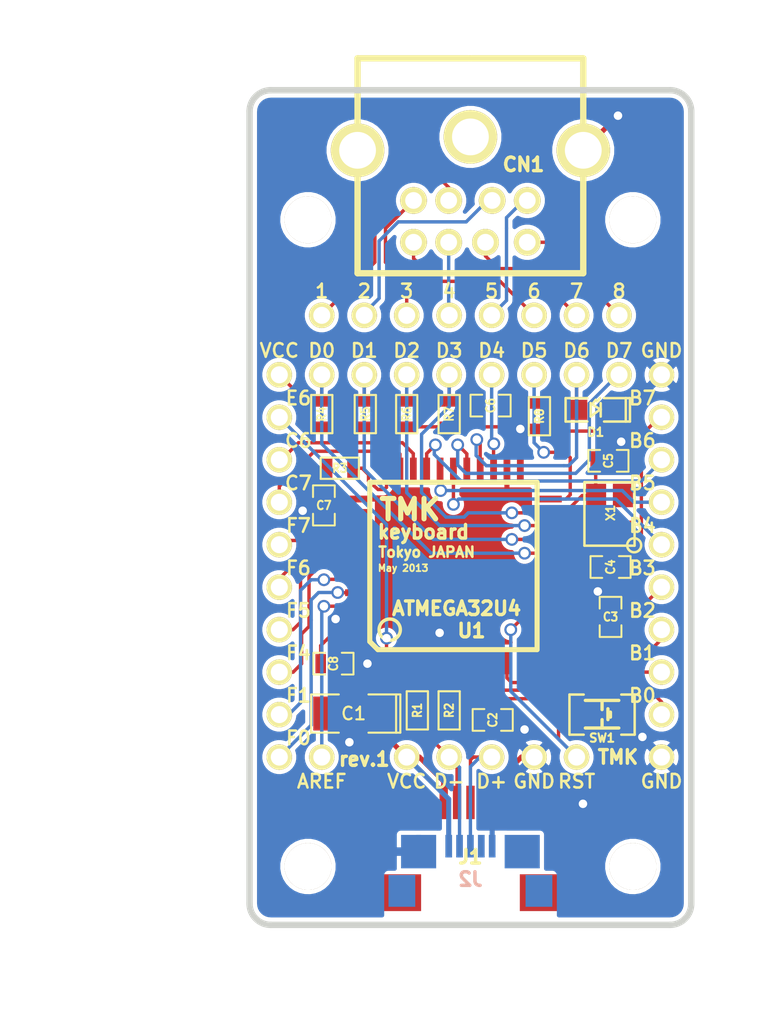
<source format=kicad_pcb>
(kicad_pcb (version 3) (host pcbnew "(2013-04-19 BZR 4011)-stable")

  (general
    (links 99)
    (no_connects 0)
    (area 119.164102 72.896621 167.7035 134.5057)
    (thickness 1.6002)
    (drawings 19)
    (tracks 421)
    (zones 0)
    (modules 69)
    (nets 47)
  )

  (page A4)
  (title_block 
    (title "Keyboard Protocol Converter")
    (rev 1)
    (company TMK)
  )

  (layers
    (15 Front signal)
    (0 Back signal)
    (16 B.Adhes user)
    (17 F.Adhes user)
    (18 B.Paste user)
    (19 F.Paste user)
    (20 B.SilkS user)
    (21 F.SilkS user)
    (22 B.Mask user)
    (23 F.Mask user)
    (24 Dwgs.User user)
    (25 Cmts.User user)
    (26 Eco1.User user)
    (27 Eco2.User user)
    (28 Edge.Cuts user)
  )

  (setup
    (last_trace_width 0.2032)
    (user_trace_width 0.3048)
    (trace_clearance 0.254)
    (zone_clearance 0.254)
    (zone_45_only no)
    (trace_min 0.2032)
    (segment_width 0.381)
    (edge_width 0.381)
    (via_size 0.762)
    (via_drill 0.508)
    (via_min_size 0.762)
    (via_min_drill 0.3048)
    (uvia_size 0.635)
    (uvia_drill 0.3048)
    (uvias_allowed no)
    (uvia_min_size 0.635)
    (uvia_min_drill 0.127)
    (pcb_text_width 0.1524)
    (pcb_text_size 0.6096 0.6096)
    (mod_edge_width 0.2)
    (mod_text_size 0.6096 0.6096)
    (mod_text_width 1.524)
    (pad_size 2.8 2.8)
    (pad_drill 2.8)
    (pad_to_mask_clearance 0.254)
    (aux_axis_origin 134.239 78.1685)
    (visible_elements 7FFFFFBF)
    (pcbplotparams
      (layerselection 15761409)
      (usegerberextensions true)
      (excludeedgelayer false)
      (linewidth 60)
      (plotframeref false)
      (viasonmask false)
      (mode 1)
      (useauxorigin true)
      (hpglpennumber 1)
      (hpglpenspeed 20)
      (hpglpendiameter 15)
      (hpglpenoverlay 0)
      (psnegative false)
      (psa4output false)
      (plotreference true)
      (plotvalue true)
      (plotothertext true)
      (plotinvisibletext false)
      (padsonsilk false)
      (subtractmaskfromsilk false)
      (outputformat 1)
      (mirror false)
      (drillshape 0)
      (scaleselection 1)
      (outputdirectory plot/))
  )

  (net 0 "")
  (net 1 +5V)
  (net 2 /AREF)
  (net 3 /D+)
  (net 4 /D-)
  (net 5 /DIN1)
  (net 6 /DIN2)
  (net 7 /DIN3)
  (net 8 /DIN4)
  (net 9 /DIN5)
  (net 10 /DIN6)
  (net 11 /DIN7)
  (net 12 /DIN8)
  (net 13 /PB0)
  (net 14 /PB1)
  (net 15 /PB2)
  (net 16 /PB3)
  (net 17 /PB4)
  (net 18 /PB5)
  (net 19 /PB6)
  (net 20 /PB7)
  (net 21 /PC6)
  (net 22 /PC7)
  (net 23 /PD0)
  (net 24 /PD1)
  (net 25 /PD2)
  (net 26 /PD3)
  (net 27 /PD4)
  (net 28 /PD5)
  (net 29 /PD6)
  (net 30 /PD7)
  (net 31 /PE6)
  (net 32 /PF0)
  (net 33 /PF1)
  (net 34 /PF4)
  (net 35 /PF5)
  (net 36 /PF6)
  (net 37 /PF7)
  (net 38 /~RESET)
  (net 39 GND)
  (net 40 N-0000013)
  (net 41 N-0000018)
  (net 42 N-0000022)
  (net 43 N-0000024)
  (net 44 N-0000025)
  (net 45 N-0000037)
  (net 46 N-0000038)

  (net_class Default "This is the default net class."
    (clearance 0.254)
    (trace_width 0.2032)
    (via_dia 0.762)
    (via_drill 0.508)
    (uvia_dia 0.635)
    (uvia_drill 0.3048)
    (add_net "")
    (add_net +5V)
    (add_net /AREF)
    (add_net /D+)
    (add_net /D-)
    (add_net /DIN1)
    (add_net /DIN2)
    (add_net /DIN3)
    (add_net /DIN4)
    (add_net /DIN5)
    (add_net /DIN6)
    (add_net /DIN7)
    (add_net /DIN8)
    (add_net /PB0)
    (add_net /PB1)
    (add_net /PB2)
    (add_net /PB3)
    (add_net /PB4)
    (add_net /PB5)
    (add_net /PB6)
    (add_net /PB7)
    (add_net /PC6)
    (add_net /PC7)
    (add_net /PD0)
    (add_net /PD1)
    (add_net /PD2)
    (add_net /PD3)
    (add_net /PD4)
    (add_net /PD5)
    (add_net /PD6)
    (add_net /PD7)
    (add_net /PE6)
    (add_net /PF0)
    (add_net /PF1)
    (add_net /PF4)
    (add_net /PF5)
    (add_net /PF6)
    (add_net /PF7)
    (add_net /~RESET)
    (add_net GND)
    (add_net N-0000013)
    (add_net N-0000018)
    (add_net N-0000022)
    (add_net N-0000024)
    (add_net N-0000025)
    (add_net N-0000037)
    (add_net N-0000038)
  )

  (net_class 12tho ""
    (clearance 0.254)
    (trace_width 0.3048)
    (via_dia 0.762)
    (via_drill 0.508)
    (uvia_dia 0.635)
    (uvia_drill 0.3048)
  )

  (module PIN_1 (layer Front) (tedit 5189E1E8) (tstamp 4EE625DF)
    (at 136.017 95.1865)
    (descr "Double rangee de contacts 2 x 8 pins")
    (tags CONN)
    (path /517F629F)
    (fp_text reference VCC (at 0 -1.45) (layer F.SilkS)
      (effects (font (size 0.8128 0.8128) (thickness 0.1524)))
    )
    (fp_text value CONN_1 (at 0 1.15) (layer F.SilkS) hide
      (effects (font (size 0.4 0.3) (thickness 0.075)))
    )
    (pad 1 thru_hole circle (at 0 0) (size 1.524 1.524) (drill 1.016)
      (layers *.Cu *.Mask F.SilkS)
      (net 1 +5V)
    )
  )

  (module SW_ALPS_SKSG (layer Front) (tedit 51885F1F) (tstamp 518BA692)
    (at 155.321 115.5065 180)
    (path /4EB8BB5F)
    (fp_text reference SW1 (at 0 -1.397 180) (layer F.SilkS)
      (effects (font (size 0.5 0.5) (thickness 0.125)))
    )
    (fp_text value SW_PUSH (at 0 0.85 180) (layer F.SilkS) hide
      (effects (font (size 0.5 0.5) (thickness 0.125)))
    )
    (fp_line (start -1 0.85) (end 1 0.85) (layer F.SilkS) (width 0.2))
    (fp_line (start -1 -0.8) (end 1 -0.8) (layer F.SilkS) (width 0.2))
    (fp_line (start -0.5 0.15) (end -0.5 -0.15) (layer F.SilkS) (width 0.2))
    (fp_line (start -0.35 -0.3) (end -0.35 0.35) (layer F.SilkS) (width 0.2))
    (fp_line (start 0 -0.8) (end 0 -0.3) (layer F.SilkS) (width 0.2))
    (fp_line (start 0 0.75) (end 0 0.3) (layer F.SilkS) (width 0.2))
    (fp_line (start 1.95 -1.2) (end 1.95 1.2) (layer F.SilkS) (width 0.15))
    (fp_line (start 1.95 1.2) (end 1.1 1.2) (layer F.SilkS) (width 0.15))
    (fp_line (start 1.1 -1.2) (end 1.95 -1.2) (layer F.SilkS) (width 0.15))
    (fp_line (start -1.95 -1.15) (end -1.95 -1.2) (layer F.SilkS) (width 0.15))
    (fp_line (start -1.95 -1.2) (end -1.15 -1.2) (layer F.SilkS) (width 0.15))
    (fp_line (start -1.95 -1.15) (end -1.95 1.15) (layer F.SilkS) (width 0.15))
    (fp_line (start -1.95 1.15) (end -1.95 1.2) (layer F.SilkS) (width 0.15))
    (fp_line (start -1.95 1.2) (end -1.15 1.2) (layer F.SilkS) (width 0.15))
    (pad 1 smd rect (at -1.55 -0.8 180) (size 0.625 0.6)
      (layers Front F.Paste F.Mask)
      (net 39 GND)
      (clearance 0.05)
    )
    (pad 1 smd rect (at 1.55 -0.8 180) (size 0.625 0.6)
      (layers Front F.Paste F.Mask)
      (net 39 GND)
      (clearance 0.05)
    )
    (pad 2 smd rect (at -1.55 0.8 180) (size 0.625 0.6)
      (layers Front F.Paste F.Mask)
      (net 38 /~RESET)
      (clearance 0.05)
    )
    (pad 2 smd rect (at 1.55 0.8 180) (size 0.625 0.6)
      (layers Front F.Paste F.Mask)
      (net 38 /~RESET)
      (clearance 0.05)
    )
    (pad 6 smd rect (at 1.7 0 180) (size 0.325 0.7)
      (layers Front F.Paste F.Mask)
      (clearance 0.05)
    )
    (pad 5 smd rect (at -1.7 0 180) (size 0.325 0.7)
      (layers Front F.Paste F.Mask)
      (clearance 0.05)
    )
  )

  (module FA-238 (layer Front) (tedit 51885E01) (tstamp 4ED2595E)
    (at 155.7655 103.505 90)
    (path /4EB8BB56)
    (fp_text reference X1 (at 0.0635 0.0635 90) (layer F.SilkS)
      (effects (font (size 0.5 0.5) (thickness 0.1143)))
    )
    (fp_text value 16MHz (at 0 2.35 90) (layer F.SilkS) hide
      (effects (font (size 0.5 0.5) (thickness 0.125)))
    )
    (fp_circle (center -1.875 1.475) (end -2.275 1.6) (layer F.SilkS) (width 0.15))
    (fp_line (start -1.9 1.5) (end -1.9 -1.5) (layer F.SilkS) (width 0.15))
    (fp_line (start 1.9 1.5) (end 1.9 -1.5) (layer F.SilkS) (width 0.15))
    (fp_line (start -1.9 1.5) (end 1.9 1.5) (layer F.SilkS) (width 0.15))
    (fp_line (start -1.9 -1.5) (end 1.9 -1.5) (layer F.SilkS) (width 0.15))
    (pad 4 smd rect (at -1.09982 -0.8001 90) (size 1.39954 1.19888)
      (layers Front F.Paste F.Mask)
    )
    (pad 2 smd rect (at 1.09982 -0.8001 90) (size 1.39954 1.19888)
      (layers Front F.Paste F.Mask)
      (net 46 N-0000038)
    )
    (pad 1 smd rect (at -1.09982 0.8001 90) (size 1.39954 1.19888)
      (layers Front F.Paste F.Mask)
      (net 45 N-0000037)
    )
    (pad 3 smd rect (at 1.09982 0.8001 90) (size 1.39954 1.19888)
      (layers Front F.Paste F.Mask)
    )
  )

  (module LED_0805 (layer Front) (tedit 518909AC) (tstamp 51864807)
    (at 154.94 97.282)
    (descr "LED 0805 smd package")
    (tags "LED 0805 SMD")
    (path /51863503)
    (attr smd)
    (fp_text reference D1 (at 0 1.3335) (layer F.SilkS)
      (effects (font (size 0.508 0.508) (thickness 0.127)))
    )
    (fp_text value LED (at 0 1.27) (layer F.SilkS) hide
      (effects (font (size 0.762 0.762) (thickness 0.127)))
    )
    (fp_line (start 0.1 -0.5) (end 0.25 -0.7) (layer F.SilkS) (width 0.15))
    (fp_line (start 0 -0.6) (end -0.2 -0.35) (layer F.SilkS) (width 0.15))
    (fp_line (start 0.3 0) (end -0.3 -0.4) (layer F.SilkS) (width 0.15))
    (fp_line (start -0.3 -0.4) (end -0.3 0.4) (layer F.SilkS) (width 0.15))
    (fp_line (start -0.3 0.4) (end 0.3 -0.05) (layer F.SilkS) (width 0.15))
    (fp_line (start 0.3 -0.4) (end 0.3 0.4) (layer F.SilkS) (width 0.15))
    (fp_line (start 1.8 -0.7) (end 2.05 -0.7) (layer F.SilkS) (width 0.15))
    (fp_line (start 2.05 -0.7) (end 2.05 0.7) (layer F.SilkS) (width 0.15))
    (fp_line (start 2.05 0.7) (end 1.8 0.7) (layer F.SilkS) (width 0.15))
    (fp_line (start -0.5 0.7) (end -1.8 0.7) (layer F.SilkS) (width 0.15))
    (fp_line (start -1.8 0.7) (end -1.8 -0.7) (layer F.SilkS) (width 0.15))
    (fp_line (start -1.8 -0.7) (end -0.5 -0.7) (layer F.SilkS) (width 0.15))
    (fp_line (start 0.5 -0.7) (end 1.8 -0.7) (layer F.SilkS) (width 0.15))
    (fp_line (start 1.8 -0.7) (end 1.8 0.7) (layer F.SilkS) (width 0.15))
    (fp_line (start 1.8 0.7) (end 0.5 0.7) (layer F.SilkS) (width 0.15))
    (pad 1 smd rect (at -1.1 0) (size 1.19888 1.19888)
      (layers Front F.Paste F.Mask)
      (net 29 /PD6)
    )
    (pad 2 smd rect (at 1.1 0) (size 1.19888 1.19888)
      (layers Front F.Paste F.Mask)
      (net 41 N-0000018)
    )
  )

  (module SM0603 (layer Front) (tedit 51893FE2) (tstamp 518647F2)
    (at 151.5745 97.663 270)
    (path /51863512)
    (attr smd)
    (fp_text reference R8 (at 0 0 270) (layer F.SilkS)
      (effects (font (size 0.508 0.4572) (thickness 0.1143)))
    )
    (fp_text value 1K (at 0 0 270) (layer F.SilkS) hide
      (effects (font (size 0.508 0.4572) (thickness 0.1143)))
    )
    (fp_line (start -1.143 -0.635) (end 1.143 -0.635) (layer F.SilkS) (width 0.127))
    (fp_line (start 1.143 -0.635) (end 1.143 0.635) (layer F.SilkS) (width 0.127))
    (fp_line (start 1.143 0.635) (end -1.143 0.635) (layer F.SilkS) (width 0.127))
    (fp_line (start -1.143 0.635) (end -1.143 -0.635) (layer F.SilkS) (width 0.127))
    (pad 1 smd rect (at -0.762 0 270) (size 0.635 1.143)
      (layers Front F.Paste F.Mask)
      (net 41 N-0000018)
    )
    (pad 2 smd rect (at 0.762 0 270) (size 0.635 1.143)
      (layers Front F.Paste F.Mask)
      (net 39 GND)
    )
    (model smd\resistors\R0603.wrl
      (at (xyz 0 0 0.001))
      (scale (xyz 0.5 0.5 0.5))
      (rotate (xyz 0 0 0))
    )
  )

  (module PIN_1 (layer Front) (tedit 51885709) (tstamp 4EE62801)
    (at 158.877 118.0465 180)
    (descr "Double rangee de contacts 2 x 8 pins")
    (tags CONN)
    (path /517F625F)
    (fp_text reference GND (at 0 -1.45 180) (layer F.SilkS)
      (effects (font (size 0.8128 0.8128) (thickness 0.1524)))
    )
    (fp_text value CONN_1 (at 0 1.15 180) (layer F.SilkS) hide
      (effects (font (size 0.4 0.3) (thickness 0.075)))
    )
    (pad 1 thru_hole circle (at 0 0 180) (size 1.524 1.524) (drill 1.016)
      (layers *.Cu *.Mask F.SilkS)
      (net 39 GND)
    )
  )

  (module PIN_1 (layer Front) (tedit 51885709) (tstamp 4EDD5CA5)
    (at 146.177 118.0465 180)
    (descr "Double rangee de contacts 2 x 8 pins")
    (tags CONN)
    (path /517F6290)
    (fp_text reference D- (at 0 -1.45 180) (layer F.SilkS)
      (effects (font (size 0.8128 0.8128) (thickness 0.1524)))
    )
    (fp_text value CONN_1 (at 0 1.15 180) (layer F.SilkS) hide
      (effects (font (size 0.4 0.3) (thickness 0.075)))
    )
    (pad 1 thru_hole circle (at 0 0 180) (size 1.524 1.524) (drill 1.016)
      (layers *.Cu *.Mask F.SilkS)
      (net 4 /D-)
    )
  )

  (module PIN_1 (layer Front) (tedit 51885709) (tstamp 4EDD5CA3)
    (at 148.717 118.0465 180)
    (descr "Double rangee de contacts 2 x 8 pins")
    (tags CONN)
    (path /517F6275)
    (fp_text reference D+ (at 0 -1.45 180) (layer F.SilkS)
      (effects (font (size 0.8128 0.8128) (thickness 0.1524)))
    )
    (fp_text value CONN_1 (at 0 1.15 180) (layer F.SilkS) hide
      (effects (font (size 0.4 0.3) (thickness 0.075)))
    )
    (pad 1 thru_hole circle (at 0 0 180) (size 1.524 1.524) (drill 1.016)
      (layers *.Cu *.Mask F.SilkS)
      (net 3 /D+)
    )
  )

  (module PIN_1 (layer Front) (tedit 51885709) (tstamp 4EDD5CA2)
    (at 151.257 91.6305)
    (descr "Double rangee de contacts 2 x 8 pins")
    (tags CONN)
    (path /517F614D)
    (fp_text reference 6 (at 0 -1.45) (layer F.SilkS)
      (effects (font (size 0.8128 0.8128) (thickness 0.1524)))
    )
    (fp_text value CONN_1 (at 0 1.15) (layer F.SilkS) hide
      (effects (font (size 0.4 0.3) (thickness 0.075)))
    )
    (pad 1 thru_hole circle (at 0 0) (size 1.524 1.524) (drill 1.016)
      (layers *.Cu *.Mask F.SilkS)
      (net 10 /DIN6)
    )
  )

  (module SM0603 (layer Front) (tedit 51893FBF) (tstamp 4ECB46AF)
    (at 139.6365 100.7745)
    (path /4EB8BB60)
    (attr smd)
    (fp_text reference R3 (at 0 0) (layer F.SilkS)
      (effects (font (size 0.508 0.4572) (thickness 0.1143)))
    )
    (fp_text value 1k (at 0 0) (layer F.SilkS) hide
      (effects (font (size 0.508 0.4572) (thickness 0.1143)))
    )
    (fp_line (start -1.143 -0.635) (end 1.143 -0.635) (layer F.SilkS) (width 0.127))
    (fp_line (start 1.143 -0.635) (end 1.143 0.635) (layer F.SilkS) (width 0.127))
    (fp_line (start 1.143 0.635) (end -1.143 0.635) (layer F.SilkS) (width 0.127))
    (fp_line (start -1.143 0.635) (end -1.143 -0.635) (layer F.SilkS) (width 0.127))
    (pad 1 smd rect (at -0.762 0) (size 0.635 1.143)
      (layers Front F.Paste F.Mask)
      (net 39 GND)
    )
    (pad 2 smd rect (at 0.762 0) (size 0.635 1.143)
      (layers Front F.Paste F.Mask)
      (net 40 N-0000013)
    )
    (model smd\resistors\R0603.wrl
      (at (xyz 0 0 0.001))
      (scale (xyz 0.5 0.5 0.5))
      (rotate (xyz 0 0 0))
    )
  )

  (module SM0603 (layer Front) (tedit 4E43A3D1) (tstamp 4ECB46A9)
    (at 146.177 115.2525 270)
    (path /4EB8BB61)
    (attr smd)
    (fp_text reference R2 (at 0 0 270) (layer F.SilkS)
      (effects (font (size 0.508 0.4572) (thickness 0.1143)))
    )
    (fp_text value 22 (at 0 0 270) (layer F.SilkS) hide
      (effects (font (size 0.508 0.4572) (thickness 0.1143)))
    )
    (fp_line (start -1.143 -0.635) (end 1.143 -0.635) (layer F.SilkS) (width 0.127))
    (fp_line (start 1.143 -0.635) (end 1.143 0.635) (layer F.SilkS) (width 0.127))
    (fp_line (start 1.143 0.635) (end -1.143 0.635) (layer F.SilkS) (width 0.127))
    (fp_line (start -1.143 0.635) (end -1.143 -0.635) (layer F.SilkS) (width 0.127))
    (pad 1 smd rect (at -0.762 0 270) (size 0.635 1.143)
      (layers Front F.Paste F.Mask)
      (net 43 N-0000024)
    )
    (pad 2 smd rect (at 0.762 0 270) (size 0.635 1.143)
      (layers Front F.Paste F.Mask)
      (net 3 /D+)
    )
    (model smd\resistors\R0603.wrl
      (at (xyz 0 0 0.001))
      (scale (xyz 0.5 0.5 0.5))
      (rotate (xyz 0 0 0))
    )
  )

  (module SM0603 (layer Front) (tedit 4E43A3D1) (tstamp 51830CBB)
    (at 144.272 115.2525 270)
    (path /4EB8BB62)
    (attr smd)
    (fp_text reference R1 (at 0 0 270) (layer F.SilkS)
      (effects (font (size 0.508 0.4572) (thickness 0.1143)))
    )
    (fp_text value 22 (at 0 0 270) (layer F.SilkS) hide
      (effects (font (size 0.508 0.4572) (thickness 0.1143)))
    )
    (fp_line (start -1.143 -0.635) (end 1.143 -0.635) (layer F.SilkS) (width 0.127))
    (fp_line (start 1.143 -0.635) (end 1.143 0.635) (layer F.SilkS) (width 0.127))
    (fp_line (start 1.143 0.635) (end -1.143 0.635) (layer F.SilkS) (width 0.127))
    (fp_line (start -1.143 0.635) (end -1.143 -0.635) (layer F.SilkS) (width 0.127))
    (pad 1 smd rect (at -0.762 0 270) (size 0.635 1.143)
      (layers Front F.Paste F.Mask)
      (net 44 N-0000025)
    )
    (pad 2 smd rect (at 0.762 0 270) (size 0.635 1.143)
      (layers Front F.Paste F.Mask)
      (net 4 /D-)
    )
    (model smd\resistors\R0603.wrl
      (at (xyz 0 0 0.001))
      (scale (xyz 0.5 0.5 0.5))
      (rotate (xyz 0 0 0))
    )
  )

  (module PIN_1 (layer Front) (tedit 5188575F) (tstamp 51812C56)
    (at 138.557 95.1865)
    (descr "Double rangee de contacts 2 x 8 pins")
    (tags CONN)
    (path /517F61D5)
    (fp_text reference D0 (at 0 -1.45) (layer F.SilkS)
      (effects (font (size 0.8128 0.8128) (thickness 0.1524)))
    )
    (fp_text value CONN_1 (at 0 1.15) (layer F.SilkS) hide
      (effects (font (size 0.4 0.3) (thickness 0.075)))
    )
    (pad 1 thru_hole circle (at 0 0) (size 1.524 1.524) (drill 1.016)
      (layers *.Cu *.Mask F.SilkS)
      (net 23 /PD0)
    )
  )

  (module PIN_1 (layer Front) (tedit 51885A9E) (tstamp 51812C51)
    (at 158.877 105.3465)
    (descr "Double rangee de contacts 2 x 8 pins")
    (tags CONN)
    (path /517F61C7)
    (fp_text reference B4 (at -1.143 -1.143) (layer F.SilkS)
      (effects (font (size 0.8128 0.8128) (thickness 0.1524)))
    )
    (fp_text value CONN_1 (at 0 1.15) (layer F.SilkS) hide
      (effects (font (size 0.4 0.3) (thickness 0.075)))
    )
    (pad 1 thru_hole circle (at 0 0) (size 1.524 1.524) (drill 1.016)
      (layers *.Cu *.Mask F.SilkS)
      (net 17 /PB4)
    )
  )

  (module PIN_1 (layer Front) (tedit 51885A87) (tstamp 51885DB7)
    (at 158.877 100.2665)
    (descr "Double rangee de contacts 2 x 8 pins")
    (tags CONN)
    (path /517F61C1)
    (fp_text reference B6 (at -1.143 -1.143) (layer F.SilkS)
      (effects (font (size 0.8128 0.8128) (thickness 0.1524)))
    )
    (fp_text value CONN_1 (at 0 1.15) (layer F.SilkS) hide
      (effects (font (size 0.4 0.3) (thickness 0.075)))
    )
    (pad 1 thru_hole circle (at 0 0) (size 1.524 1.524) (drill 1.016)
      (layers *.Cu *.Mask F.SilkS)
      (net 19 /PB6)
    )
  )

  (module PIN_1 (layer Front) (tedit 51885A5C) (tstamp 51812C47)
    (at 158.877 102.8065)
    (descr "Double rangee de contacts 2 x 8 pins")
    (tags CONN)
    (path /517F61BB)
    (fp_text reference B5 (at -1.143 -1.143) (layer F.SilkS)
      (effects (font (size 0.8128 0.8128) (thickness 0.1524)))
    )
    (fp_text value CONN_1 (at 0 1.15) (layer F.SilkS) hide
      (effects (font (size 0.4 0.3) (thickness 0.075)))
    )
    (pad 1 thru_hole circle (at 0 0) (size 1.524 1.524) (drill 1.016)
      (layers *.Cu *.Mask F.SilkS)
      (net 18 /PB5)
    )
  )

  (module PIN_1 (layer Front) (tedit 51885EC6) (tstamp 51885DBD)
    (at 158.877 97.7265)
    (descr "Double rangee de contacts 2 x 8 pins")
    (tags CONN)
    (path /517F61AE)
    (fp_text reference B7 (at -1.143 -1.143) (layer F.SilkS)
      (effects (font (size 0.8128 0.8128) (thickness 0.1524)))
    )
    (fp_text value CONN_1 (at 0 1.15) (layer F.SilkS) hide
      (effects (font (size 0.4 0.3) (thickness 0.075)))
    )
    (pad 1 thru_hole circle (at 0 0) (size 1.524 1.524) (drill 1.016)
      (layers *.Cu *.Mask F.SilkS)
      (net 20 /PB7)
    )
  )

  (module PIN_1 (layer Front) (tedit 51885AD3) (tstamp 51812C3D)
    (at 158.877 107.8865)
    (descr "Double rangee de contacts 2 x 8 pins")
    (tags CONN)
    (path /517F619F)
    (fp_text reference B3 (at -1.143 -1.143) (layer F.SilkS)
      (effects (font (size 0.8128 0.8128) (thickness 0.1524)))
    )
    (fp_text value CONN_1 (at 0 1.15) (layer F.SilkS) hide
      (effects (font (size 0.4 0.3) (thickness 0.075)))
    )
    (pad 1 thru_hole circle (at 0 0) (size 1.524 1.524) (drill 1.016)
      (layers *.Cu *.Mask F.SilkS)
      (net 16 /PB3)
    )
  )

  (module PIN_1 (layer Front) (tedit 51885AE5) (tstamp 51812C38)
    (at 158.877 110.4265)
    (descr "Double rangee de contacts 2 x 8 pins")
    (tags CONN)
    (path /517F6197)
    (fp_text reference B2 (at -1.143 -1.143) (layer F.SilkS)
      (effects (font (size 0.8128 0.8128) (thickness 0.1524)))
    )
    (fp_text value CONN_1 (at 0 1.15) (layer F.SilkS) hide
      (effects (font (size 0.4 0.3) (thickness 0.075)))
    )
    (pad 1 thru_hole circle (at 0 0) (size 1.524 1.524) (drill 1.016)
      (layers *.Cu *.Mask F.SilkS)
      (net 15 /PB2)
    )
  )

  (module PIN_1 (layer Front) (tedit 51885AF4) (tstamp 51812C33)
    (at 158.877 112.9665)
    (descr "Double rangee de contacts 2 x 8 pins")
    (tags CONN)
    (path /517F6191)
    (fp_text reference B1 (at -1.143 -1.143) (layer F.SilkS)
      (effects (font (size 0.8128 0.8128) (thickness 0.1524)))
    )
    (fp_text value CONN_1 (at 0 1.15) (layer F.SilkS) hide
      (effects (font (size 0.4 0.3) (thickness 0.075)))
    )
    (pad 1 thru_hole circle (at 0 0) (size 1.524 1.524) (drill 1.016)
      (layers *.Cu *.Mask F.SilkS)
      (net 14 /PB1)
    )
  )

  (module PIN_1 (layer Front) (tedit 51885709) (tstamp 51812C2E)
    (at 153.797 118.0465 180)
    (descr "Double rangee de contacts 2 x 8 pins")
    (tags CONN)
    (path /4ED6DC48)
    (fp_text reference RST (at 0 -1.45 180) (layer F.SilkS)
      (effects (font (size 0.8128 0.8128) (thickness 0.1524)))
    )
    (fp_text value CONN_1 (at 0 1.15 180) (layer F.SilkS) hide
      (effects (font (size 0.4 0.3) (thickness 0.075)))
    )
    (pad 1 thru_hole circle (at 0 0 180) (size 1.524 1.524) (drill 1.016)
      (layers *.Cu *.Mask F.SilkS)
      (net 38 /~RESET)
    )
  )

  (module PIN_1 (layer Front) (tedit 51885709) (tstamp 51812C29)
    (at 156.337 91.6305)
    (descr "Double rangee de contacts 2 x 8 pins")
    (tags CONN)
    (path /517F6159)
    (fp_text reference 8 (at 0 -1.45) (layer F.SilkS)
      (effects (font (size 0.8128 0.8128) (thickness 0.1524)))
    )
    (fp_text value CONN_1 (at 0 1.15) (layer F.SilkS) hide
      (effects (font (size 0.4 0.3) (thickness 0.075)))
    )
    (pad 1 thru_hole circle (at 0 0) (size 1.524 1.524) (drill 1.016)
      (layers *.Cu *.Mask F.SilkS)
      (net 12 /DIN8)
    )
  )

  (module PIN_1 (layer Front) (tedit 51885709) (tstamp 51812C24)
    (at 153.797 91.6305)
    (descr "Double rangee de contacts 2 x 8 pins")
    (tags CONN)
    (path /517F6153)
    (fp_text reference 7 (at 0 -1.45) (layer F.SilkS)
      (effects (font (size 0.8128 0.8128) (thickness 0.1524)))
    )
    (fp_text value CONN_1 (at 0 1.15) (layer F.SilkS) hide
      (effects (font (size 0.4 0.3) (thickness 0.075)))
    )
    (pad 1 thru_hole circle (at 0 0) (size 1.524 1.524) (drill 1.016)
      (layers *.Cu *.Mask F.SilkS)
      (net 11 /DIN7)
    )
  )

  (module PIN_1 (layer Front) (tedit 51885958) (tstamp 51885A3D)
    (at 136.017 97.7265)
    (descr "Double rangee de contacts 2 x 8 pins")
    (tags CONN)
    (path /4ED6E8EC)
    (fp_text reference E6 (at 1.143 -1.143) (layer F.SilkS)
      (effects (font (size 0.8128 0.8128) (thickness 0.1524)))
    )
    (fp_text value CONN_1 (at 0 1.15) (layer F.SilkS) hide
      (effects (font (size 0.4 0.3) (thickness 0.075)))
    )
    (pad 1 thru_hole circle (at 0 0) (size 1.524 1.524) (drill 1.016)
      (layers *.Cu *.Mask F.SilkS)
      (net 31 /PE6)
    )
  )

  (module PIN_1 (layer Front) (tedit 51885709) (tstamp 51812C1A)
    (at 138.557 118.0465 180)
    (descr "Double rangee de contacts 2 x 8 pins")
    (tags CONN)
    (path /4ED6E8F0)
    (fp_text reference AREF (at 0 -1.45 180) (layer F.SilkS)
      (effects (font (size 0.8128 0.8128) (thickness 0.1524)))
    )
    (fp_text value CONN_1 (at 0 1.15 180) (layer F.SilkS) hide
      (effects (font (size 0.4 0.3) (thickness 0.075)))
    )
    (pad 1 thru_hole circle (at 0 0 180) (size 1.524 1.524) (drill 1.016)
      (layers *.Cu *.Mask F.SilkS)
      (net 2 /AREF)
    )
  )

  (module PIN_1 (layer Front) (tedit 51893585) (tstamp 51812C15)
    (at 158.877 95.1865)
    (descr "Double rangee de contacts 2 x 8 pins")
    (tags CONN)
    (path /4ED6DC4B)
    (fp_text reference GND (at 0 -1.45) (layer F.SilkS)
      (effects (font (size 0.8128 0.8128) (thickness 0.1524)))
    )
    (fp_text value CONN_1 (at 0 1.15) (layer F.SilkS) hide
      (effects (font (size 0.4 0.3) (thickness 0.075)))
    )
    (pad 1 thru_hole circle (at 0 0) (size 1.524 1.524) (drill 1.016)
      (layers *.Cu *.Mask F.SilkS)
      (net 39 GND)
    )
  )

  (module PIN_1 (layer Front) (tedit 5189E1E0) (tstamp 51812C10)
    (at 143.637 118.0465 180)
    (descr "Double rangee de contacts 2 x 8 pins")
    (tags CONN)
    (path /4ED6DC35)
    (fp_text reference VCC (at 0 -1.45 180) (layer F.SilkS)
      (effects (font (size 0.8128 0.8128) (thickness 0.1524)))
    )
    (fp_text value CONN_1 (at 0 1.15 180) (layer F.SilkS) hide
      (effects (font (size 0.4 0.3) (thickness 0.075)))
    )
    (pad 1 thru_hole circle (at 0 0 180) (size 1.524 1.524) (drill 1.016)
      (layers *.Cu *.Mask F.SilkS)
      (net 1 +5V)
    )
  )

  (module PIN_1 (layer Front) (tedit 51885709) (tstamp 51812C0B)
    (at 151.257 118.0465 180)
    (descr "Double rangee de contacts 2 x 8 pins")
    (tags CONN)
    (path /4ED6DC3E)
    (fp_text reference GND (at 0 -1.45 180) (layer F.SilkS)
      (effects (font (size 0.8128 0.8128) (thickness 0.1524)))
    )
    (fp_text value CONN_1 (at 0 1.15 180) (layer F.SilkS) hide
      (effects (font (size 0.4 0.3) (thickness 0.075)))
    )
    (pad 1 thru_hole circle (at 0 0 180) (size 1.524 1.524) (drill 1.016)
      (layers *.Cu *.Mask F.SilkS)
      (net 39 GND)
    )
  )

  (module PIN_1 (layer Front) (tedit 51885DBD) (tstamp 51812C06)
    (at 158.877 115.5065)
    (descr "Double rangee de contacts 2 x 8 pins")
    (tags CONN)
    (path /517F6184)
    (fp_text reference B0 (at -1.143 -1.143) (layer F.SilkS)
      (effects (font (size 0.8128 0.8128) (thickness 0.1524)))
    )
    (fp_text value CONN_1 (at 0 1.15) (layer F.SilkS) hide
      (effects (font (size 0.4 0.3) (thickness 0.075)))
    )
    (pad 1 thru_hole circle (at 0 0) (size 1.524 1.524) (drill 1.016)
      (layers *.Cu *.Mask F.SilkS)
      (net 13 /PB0)
    )
  )

  (module PIN_1 (layer Front) (tedit 518859F0) (tstamp 51812C01)
    (at 136.017 118.0465)
    (descr "Double rangee de contacts 2 x 8 pins")
    (tags CONN)
    (path /517F6251)
    (fp_text reference F0 (at 1.143 -1.143) (layer F.SilkS)
      (effects (font (size 0.8128 0.8128) (thickness 0.1524)))
    )
    (fp_text value CONN_1 (at 0 1.15) (layer F.SilkS) hide
      (effects (font (size 0.4 0.3) (thickness 0.075)))
    )
    (pad 1 thru_hole circle (at 0 0) (size 1.524 1.524) (drill 1.016)
      (layers *.Cu *.Mask F.SilkS)
      (net 32 /PF0)
    )
  )

  (module PIN_1 (layer Front) (tedit 518859E7) (tstamp 51812BFC)
    (at 136.017 115.5065)
    (descr "Double rangee de contacts 2 x 8 pins")
    (tags CONN)
    (path /517F624B)
    (fp_text reference F1 (at 1.143 -1.143) (layer F.SilkS)
      (effects (font (size 0.8128 0.8128) (thickness 0.1524)))
    )
    (fp_text value CONN_1 (at 0 1.15) (layer F.SilkS) hide
      (effects (font (size 0.4 0.3) (thickness 0.075)))
    )
    (pad 1 thru_hole circle (at 0 0) (size 1.524 1.524) (drill 1.016)
      (layers *.Cu *.Mask F.SilkS)
      (net 33 /PF1)
    )
  )

  (module PIN_1 (layer Front) (tedit 518859DC) (tstamp 51812BF7)
    (at 136.017 112.9665)
    (descr "Double rangee de contacts 2 x 8 pins")
    (tags CONN)
    (path /517F623E)
    (fp_text reference F4 (at 1.143 -1.143) (layer F.SilkS)
      (effects (font (size 0.8128 0.8128) (thickness 0.1524)))
    )
    (fp_text value CONN_1 (at 0 1.15) (layer F.SilkS) hide
      (effects (font (size 0.4 0.3) (thickness 0.075)))
    )
    (pad 1 thru_hole circle (at 0 0) (size 1.524 1.524) (drill 1.016)
      (layers *.Cu *.Mask F.SilkS)
      (net 34 /PF4)
    )
  )

  (module PIN_1 (layer Front) (tedit 518859CC) (tstamp 51812BF2)
    (at 136.017 110.4265)
    (descr "Double rangee de contacts 2 x 8 pins")
    (tags CONN)
    (path /517F6236)
    (fp_text reference F5 (at 1.143 -1.143) (layer F.SilkS)
      (effects (font (size 0.8128 0.8128) (thickness 0.1524)))
    )
    (fp_text value CONN_1 (at 0 1.15) (layer F.SilkS) hide
      (effects (font (size 0.4 0.3) (thickness 0.075)))
    )
    (pad 1 thru_hole circle (at 0 0) (size 1.524 1.524) (drill 1.016)
      (layers *.Cu *.Mask F.SilkS)
      (net 35 /PF5)
    )
  )

  (module PIN_1 (layer Front) (tedit 51885763) (tstamp 51812BED)
    (at 141.097 95.1865)
    (descr "Double rangee de contacts 2 x 8 pins")
    (tags CONN)
    (path /517F61E2)
    (fp_text reference D1 (at 0 -1.45) (layer F.SilkS)
      (effects (font (size 0.8128 0.8128) (thickness 0.1524)))
    )
    (fp_text value CONN_1 (at 0 1.15) (layer F.SilkS) hide
      (effects (font (size 0.4 0.3) (thickness 0.075)))
    )
    (pad 1 thru_hole circle (at 0 0) (size 1.524 1.524) (drill 1.016)
      (layers *.Cu *.Mask F.SilkS)
      (net 24 /PD1)
    )
  )

  (module PIN_1 (layer Front) (tedit 518859A9) (tstamp 51812BE8)
    (at 136.017 105.3465)
    (descr "Double rangee de contacts 2 x 8 pins")
    (tags CONN)
    (path /517F622A)
    (fp_text reference F7 (at 1.143 -1.143) (layer F.SilkS)
      (effects (font (size 0.8128 0.8128) (thickness 0.1524)))
    )
    (fp_text value CONN_1 (at 0 1.15) (layer F.SilkS) hide
      (effects (font (size 0.4 0.3) (thickness 0.075)))
    )
    (pad 1 thru_hole circle (at 0 0) (size 1.524 1.524) (drill 1.016)
      (layers *.Cu *.Mask F.SilkS)
      (net 37 /PF7)
    )
  )

  (module PIN_1 (layer Front) (tedit 518859B1) (tstamp 51812BE3)
    (at 136.017 102.8065)
    (descr "Double rangee de contacts 2 x 8 pins")
    (tags CONN)
    (path /517F6224)
    (fp_text reference C7 (at 1.143 -1.143) (layer F.SilkS)
      (effects (font (size 0.8128 0.8128) (thickness 0.1524)))
    )
    (fp_text value CONN_1 (at 0 1.15) (layer F.SilkS) hide
      (effects (font (size 0.4 0.3) (thickness 0.075)))
    )
    (pad 1 thru_hole circle (at 0 0) (size 1.524 1.524) (drill 1.016)
      (layers *.Cu *.Mask F.SilkS)
      (net 22 /PC7)
    )
  )

  (module PIN_1 (layer Front) (tedit 518859B7) (tstamp 51885A2B)
    (at 136.017 100.2665)
    (descr "Double rangee de contacts 2 x 8 pins")
    (tags CONN)
    (path /517F621E)
    (fp_text reference C6 (at 1.143 -1.143) (layer F.SilkS)
      (effects (font (size 0.8128 0.8128) (thickness 0.1524)))
    )
    (fp_text value CONN_1 (at 0 1.15) (layer F.SilkS) hide
      (effects (font (size 0.4 0.3) (thickness 0.075)))
    )
    (pad 1 thru_hole circle (at 0 0) (size 1.524 1.524) (drill 1.016)
      (layers *.Cu *.Mask F.SilkS)
      (net 21 /PC6)
    )
  )

  (module PIN_1 (layer Front) (tedit 51885775) (tstamp 51812BD9)
    (at 156.337 95.1865)
    (descr "Double rangee de contacts 2 x 8 pins")
    (tags CONN)
    (path /517F6218)
    (fp_text reference D7 (at 0 -1.45) (layer F.SilkS)
      (effects (font (size 0.8128 0.8128) (thickness 0.1524)))
    )
    (fp_text value CONN_1 (at 0 1.15) (layer F.SilkS) hide
      (effects (font (size 0.4 0.3) (thickness 0.075)))
    )
    (pad 1 thru_hole circle (at 0 0) (size 1.524 1.524) (drill 1.016)
      (layers *.Cu *.Mask F.SilkS)
      (net 30 /PD7)
    )
  )

  (module PIN_1 (layer Front) (tedit 51885772) (tstamp 51812BD4)
    (at 153.797 95.1865)
    (descr "Double rangee de contacts 2 x 8 pins")
    (tags CONN)
    (path /517F6212)
    (fp_text reference D6 (at 0 -1.45) (layer F.SilkS)
      (effects (font (size 0.8128 0.8128) (thickness 0.1524)))
    )
    (fp_text value CONN_1 (at 0 1.15) (layer F.SilkS) hide
      (effects (font (size 0.4 0.3) (thickness 0.075)))
    )
    (pad 1 thru_hole circle (at 0 0) (size 1.524 1.524) (drill 1.016)
      (layers *.Cu *.Mask F.SilkS)
      (net 29 /PD6)
    )
  )

  (module PIN_1 (layer Front) (tedit 5188576F) (tstamp 51812BCF)
    (at 151.257 95.1865)
    (descr "Double rangee de contacts 2 x 8 pins")
    (tags CONN)
    (path /517F620C)
    (fp_text reference D5 (at 0 -1.45) (layer F.SilkS)
      (effects (font (size 0.8128 0.8128) (thickness 0.1524)))
    )
    (fp_text value CONN_1 (at 0 1.15) (layer F.SilkS) hide
      (effects (font (size 0.4 0.3) (thickness 0.075)))
    )
    (pad 1 thru_hole circle (at 0 0) (size 1.524 1.524) (drill 1.016)
      (layers *.Cu *.Mask F.SilkS)
      (net 28 /PD5)
    )
  )

  (module PIN_1 (layer Front) (tedit 5188576C) (tstamp 518624A2)
    (at 148.717 95.1865)
    (descr "Double rangee de contacts 2 x 8 pins")
    (tags CONN)
    (path /517F61FF)
    (fp_text reference D4 (at 0 -1.45) (layer F.SilkS)
      (effects (font (size 0.8128 0.8128) (thickness 0.1524)))
    )
    (fp_text value CONN_1 (at 0 1.15) (layer F.SilkS) hide
      (effects (font (size 0.4 0.3) (thickness 0.075)))
    )
    (pad 1 thru_hole circle (at 0 0) (size 1.524 1.524) (drill 1.016)
      (layers *.Cu *.Mask F.SilkS)
      (net 27 /PD4)
    )
  )

  (module PIN_1 (layer Front) (tedit 51885768) (tstamp 51812BC5)
    (at 146.177 95.1865)
    (descr "Double rangee de contacts 2 x 8 pins")
    (tags CONN)
    (path /517F61F0)
    (fp_text reference D3 (at 0 -1.45) (layer F.SilkS)
      (effects (font (size 0.8128 0.8128) (thickness 0.1524)))
    )
    (fp_text value CONN_1 (at 0 1.15) (layer F.SilkS) hide
      (effects (font (size 0.4 0.3) (thickness 0.075)))
    )
    (pad 1 thru_hole circle (at 0 0) (size 1.524 1.524) (drill 1.016)
      (layers *.Cu *.Mask F.SilkS)
      (net 26 /PD3)
    )
  )

  (module PIN_1 (layer Front) (tedit 51885765) (tstamp 51812BC0)
    (at 143.637 95.1865)
    (descr "Double rangee de contacts 2 x 8 pins")
    (tags CONN)
    (path /517F61E8)
    (fp_text reference D2 (at 0 -1.45) (layer F.SilkS)
      (effects (font (size 0.8128 0.8128) (thickness 0.1524)))
    )
    (fp_text value CONN_1 (at 0 1.15) (layer F.SilkS) hide
      (effects (font (size 0.4 0.3) (thickness 0.075)))
    )
    (pad 1 thru_hole circle (at 0 0) (size 1.524 1.524) (drill 1.016)
      (layers *.Cu *.Mask F.SilkS)
      (net 25 /PD2)
    )
  )

  (module PIN_1 (layer Front) (tedit 5188599F) (tstamp 51812BBB)
    (at 136.017 107.8865)
    (descr "Double rangee de contacts 2 x 8 pins")
    (tags CONN)
    (path /517F6230)
    (fp_text reference F6 (at 1.143 -1.143) (layer F.SilkS)
      (effects (font (size 0.8128 0.8128) (thickness 0.1524)))
    )
    (fp_text value CONN_1 (at 0 1.15) (layer F.SilkS) hide
      (effects (font (size 0.4 0.3) (thickness 0.075)))
    )
    (pad 1 thru_hole circle (at 0 0) (size 1.524 1.524) (drill 1.016)
      (layers *.Cu *.Mask F.SilkS)
      (net 36 /PF6)
    )
  )

  (module SM0603 (layer Front) (tedit 51893FD3) (tstamp 51812BB6)
    (at 141.1605 97.536 90)
    (path /517F6DE2)
    (attr smd)
    (fp_text reference R5 (at 0 0 90) (layer F.SilkS)
      (effects (font (size 0.508 0.4572) (thickness 0.1143)))
    )
    (fp_text value 1K (at 0 0 90) (layer F.SilkS) hide
      (effects (font (size 0.508 0.4572) (thickness 0.1143)))
    )
    (fp_line (start -1.143 -0.635) (end 1.143 -0.635) (layer F.SilkS) (width 0.127))
    (fp_line (start 1.143 -0.635) (end 1.143 0.635) (layer F.SilkS) (width 0.127))
    (fp_line (start 1.143 0.635) (end -1.143 0.635) (layer F.SilkS) (width 0.127))
    (fp_line (start -1.143 0.635) (end -1.143 -0.635) (layer F.SilkS) (width 0.127))
    (pad 1 smd rect (at -0.762 0 90) (size 0.635 1.143)
      (layers Front F.Paste F.Mask)
      (net 1 +5V)
    )
    (pad 2 smd rect (at 0.762 0 90) (size 0.635 1.143)
      (layers Front F.Paste F.Mask)
      (net 24 /PD1)
    )
    (model smd\resistors\R0603.wrl
      (at (xyz 0 0 0.001))
      (scale (xyz 0.5 0.5 0.5))
      (rotate (xyz 0 0 0))
    )
  )

  (module SM0603 (layer Front) (tedit 51893FD8) (tstamp 51812BAC)
    (at 143.637 97.536 90)
    (path /517F6DF4)
    (attr smd)
    (fp_text reference R6 (at 0 0 90) (layer F.SilkS)
      (effects (font (size 0.508 0.4572) (thickness 0.1143)))
    )
    (fp_text value 1K (at 0 0 90) (layer F.SilkS) hide
      (effects (font (size 0.508 0.4572) (thickness 0.1143)))
    )
    (fp_line (start -1.143 -0.635) (end 1.143 -0.635) (layer F.SilkS) (width 0.127))
    (fp_line (start 1.143 -0.635) (end 1.143 0.635) (layer F.SilkS) (width 0.127))
    (fp_line (start 1.143 0.635) (end -1.143 0.635) (layer F.SilkS) (width 0.127))
    (fp_line (start -1.143 0.635) (end -1.143 -0.635) (layer F.SilkS) (width 0.127))
    (pad 1 smd rect (at -0.762 0 90) (size 0.635 1.143)
      (layers Front F.Paste F.Mask)
      (net 1 +5V)
    )
    (pad 2 smd rect (at 0.762 0 90) (size 0.635 1.143)
      (layers Front F.Paste F.Mask)
      (net 25 /PD2)
    )
    (model smd\resistors\R0603.wrl
      (at (xyz 0 0 0.001))
      (scale (xyz 0.5 0.5 0.5))
      (rotate (xyz 0 0 0))
    )
  )

  (module SM0603 (layer Front) (tedit 51893FDC) (tstamp 51812BA2)
    (at 146.177 97.536 90)
    (path /517F6DFA)
    (attr smd)
    (fp_text reference R7 (at 0 0 90) (layer F.SilkS)
      (effects (font (size 0.508 0.4572) (thickness 0.1143)))
    )
    (fp_text value 1K (at 0 0 90) (layer F.SilkS) hide
      (effects (font (size 0.508 0.4572) (thickness 0.1143)))
    )
    (fp_line (start -1.143 -0.635) (end 1.143 -0.635) (layer F.SilkS) (width 0.127))
    (fp_line (start 1.143 -0.635) (end 1.143 0.635) (layer F.SilkS) (width 0.127))
    (fp_line (start 1.143 0.635) (end -1.143 0.635) (layer F.SilkS) (width 0.127))
    (fp_line (start -1.143 0.635) (end -1.143 -0.635) (layer F.SilkS) (width 0.127))
    (pad 1 smd rect (at -0.762 0 90) (size 0.635 1.143)
      (layers Front F.Paste F.Mask)
      (net 1 +5V)
    )
    (pad 2 smd rect (at 0.762 0 90) (size 0.635 1.143)
      (layers Front F.Paste F.Mask)
      (net 26 /PD3)
    )
    (model smd\resistors\R0603.wrl
      (at (xyz 0 0 0.001))
      (scale (xyz 0.5 0.5 0.5))
      (rotate (xyz 0 0 0))
    )
  )

  (module SM0603 (layer Front) (tedit 51893FCA) (tstamp 51812B98)
    (at 138.557 97.536 90)
    (path /517F6E00)
    (attr smd)
    (fp_text reference R4 (at 0 0 90) (layer F.SilkS)
      (effects (font (size 0.508 0.4572) (thickness 0.1143)))
    )
    (fp_text value 1K (at 0 0 90) (layer F.SilkS) hide
      (effects (font (size 0.508 0.4572) (thickness 0.1143)))
    )
    (fp_line (start -1.143 -0.635) (end 1.143 -0.635) (layer F.SilkS) (width 0.127))
    (fp_line (start 1.143 -0.635) (end 1.143 0.635) (layer F.SilkS) (width 0.127))
    (fp_line (start 1.143 0.635) (end -1.143 0.635) (layer F.SilkS) (width 0.127))
    (fp_line (start -1.143 0.635) (end -1.143 -0.635) (layer F.SilkS) (width 0.127))
    (pad 1 smd rect (at -0.762 0 90) (size 0.635 1.143)
      (layers Front F.Paste F.Mask)
      (net 1 +5V)
    )
    (pad 2 smd rect (at 0.762 0 90) (size 0.635 1.143)
      (layers Front F.Paste F.Mask)
      (net 23 /PD0)
    )
    (model smd\resistors\R0603.wrl
      (at (xyz 0 0 0.001))
      (scale (xyz 0.5 0.5 0.5))
      (rotate (xyz 0 0 0))
    )
  )

  (module PIN_1 (layer Front) (tedit 51885709) (tstamp 4EE625DE)
    (at 138.557 91.6305)
    (descr "Double rangee de contacts 2 x 8 pins")
    (tags CONN)
    (path /517F6118)
    (fp_text reference 1 (at 0 -1.45) (layer F.SilkS)
      (effects (font (size 0.8128 0.8128) (thickness 0.1524)))
    )
    (fp_text value CONN_1 (at 0 1.15) (layer F.SilkS) hide
      (effects (font (size 0.4 0.3) (thickness 0.075)))
    )
    (pad 1 thru_hole circle (at 0 0) (size 1.524 1.524) (drill 1.016)
      (layers *.Cu *.Mask F.SilkS)
      (net 5 /DIN1)
    )
  )

  (module PIN_1 (layer Front) (tedit 51885709) (tstamp 518624CA)
    (at 141.097 91.6305)
    (descr "Double rangee de contacts 2 x 8 pins")
    (tags CONN)
    (path /517F612E)
    (fp_text reference 2 (at 0 -1.45) (layer F.SilkS)
      (effects (font (size 0.8128 0.8128) (thickness 0.1524)))
    )
    (fp_text value CONN_1 (at 0 1.15) (layer F.SilkS) hide
      (effects (font (size 0.4 0.3) (thickness 0.075)))
    )
    (pad 1 thru_hole circle (at 0 0) (size 1.524 1.524) (drill 1.016)
      (layers *.Cu *.Mask F.SilkS)
      (net 6 /DIN2)
    )
  )

  (module PIN_1 (layer Front) (tedit 51885709) (tstamp 4EE625DA)
    (at 143.637 91.6305)
    (descr "Double rangee de contacts 2 x 8 pins")
    (tags CONN)
    (path /517F613B)
    (fp_text reference 3 (at 0 -1.45) (layer F.SilkS)
      (effects (font (size 0.8128 0.8128) (thickness 0.1524)))
    )
    (fp_text value CONN_1 (at 0 1.15) (layer F.SilkS) hide
      (effects (font (size 0.4 0.3) (thickness 0.075)))
    )
    (pad 1 thru_hole circle (at 0 0) (size 1.524 1.524) (drill 1.016)
      (layers *.Cu *.Mask F.SilkS)
      (net 7 /DIN3)
    )
  )

  (module PIN_1 (layer Front) (tedit 51885709) (tstamp 4EDD5C9A)
    (at 146.177 91.6305)
    (descr "Double rangee de contacts 2 x 8 pins")
    (tags CONN)
    (path /517F6141)
    (fp_text reference 4 (at 0 -1.45) (layer F.SilkS)
      (effects (font (size 0.8128 0.8128) (thickness 0.1524)))
    )
    (fp_text value CONN_1 (at 0 1.15) (layer F.SilkS) hide
      (effects (font (size 0.4 0.3) (thickness 0.075)))
    )
    (pad 1 thru_hole circle (at 0 0) (size 1.524 1.524) (drill 1.016)
      (layers *.Cu *.Mask F.SilkS)
      (net 8 /DIN4)
    )
  )

  (module PIN_1 (layer Front) (tedit 51885709) (tstamp 4EE0CBF4)
    (at 148.717 91.6305)
    (descr "Double rangee de contacts 2 x 8 pins")
    (tags CONN)
    (path /517F6147)
    (fp_text reference 5 (at 0 -1.45) (layer F.SilkS)
      (effects (font (size 0.8128 0.8128) (thickness 0.1524)))
    )
    (fp_text value CONN_1 (at 0 1.15) (layer F.SilkS) hide
      (effects (font (size 0.4 0.3) (thickness 0.075)))
    )
    (pad 1 thru_hole circle (at 0 0) (size 1.524 1.524) (drill 1.016)
      (layers *.Cu *.Mask F.SilkS)
      (net 9 /DIN5)
    )
  )

  (module TQFP44 (layer Front) (tedit 518B28BF) (tstamp 5186231B)
    (at 146.431 106.6165 90)
    (path /4EB8BB68)
    (attr smd)
    (fp_text reference U1 (at -3.8735 1.0795 180) (layer F.SilkS)
      (effects (font (size 0.8128 0.8128) (thickness 0.2032)))
    )
    (fp_text value ATMEGA32U4 (at -2.54 0.1905 180) (layer F.SilkS)
      (effects (font (size 0.8128 0.8128) (thickness 0.2032)))
    )
    (fp_line (start 5.0038 -5.0038) (end 5.0038 5.0038) (layer F.SilkS) (width 0.3048))
    (fp_line (start 5.0038 5.0038) (end -5.0038 5.0038) (layer F.SilkS) (width 0.3048))
    (fp_line (start -5.0038 -4.5212) (end -5.0038 5.0038) (layer F.SilkS) (width 0.3048))
    (fp_line (start -4.5212 -5.0038) (end 5.0038 -5.0038) (layer F.SilkS) (width 0.3048))
    (fp_line (start -5.0038 -4.5212) (end -4.5212 -5.0038) (layer F.SilkS) (width 0.3048))
    (fp_circle (center -3.81 -3.81) (end -3.81 -3.175) (layer F.SilkS) (width 0.2032))
    (pad 39 smd rect (at 0 -5.715 90) (size 0.4064 1.524)
      (layers Front F.Paste F.Mask)
      (net 34 /PF4)
    )
    (pad 40 smd rect (at -0.8001 -5.715 90) (size 0.4064 1.524)
      (layers Front F.Paste F.Mask)
      (net 33 /PF1)
    )
    (pad 41 smd rect (at -1.6002 -5.715 90) (size 0.4064 1.524)
      (layers Front F.Paste F.Mask)
      (net 32 /PF0)
    )
    (pad 42 smd rect (at -2.4003 -5.715 90) (size 0.4064 1.524)
      (layers Front F.Paste F.Mask)
      (net 2 /AREF)
    )
    (pad 43 smd rect (at -3.2004 -5.715 90) (size 0.4064 1.524)
      (layers Front F.Paste F.Mask)
      (net 39 GND)
    )
    (pad 44 smd rect (at -4.0005 -5.715 90) (size 0.4064 1.524)
      (layers Front F.Paste F.Mask)
      (net 1 +5V)
    )
    (pad 38 smd rect (at 0.8001 -5.715 90) (size 0.4064 1.524)
      (layers Front F.Paste F.Mask)
      (net 35 /PF5)
    )
    (pad 37 smd rect (at 1.6002 -5.715 90) (size 0.4064 1.524)
      (layers Front F.Paste F.Mask)
      (net 36 /PF6)
    )
    (pad 36 smd rect (at 2.4003 -5.715 90) (size 0.4064 1.524)
      (layers Front F.Paste F.Mask)
      (net 37 /PF7)
    )
    (pad 35 smd rect (at 3.2004 -5.715 90) (size 0.4064 1.524)
      (layers Front F.Paste F.Mask)
      (net 39 GND)
    )
    (pad 34 smd rect (at 4.0005 -5.715 90) (size 0.4064 1.524)
      (layers Front F.Paste F.Mask)
      (net 1 +5V)
    )
    (pad 17 smd rect (at 0 5.715 90) (size 0.4064 1.524)
      (layers Front F.Paste F.Mask)
      (net 46 N-0000038)
    )
    (pad 16 smd rect (at -0.8001 5.715 90) (size 0.4064 1.524)
      (layers Front F.Paste F.Mask)
      (net 45 N-0000037)
    )
    (pad 15 smd rect (at -1.6002 5.715 90) (size 0.4064 1.524)
      (layers Front F.Paste F.Mask)
      (net 39 GND)
    )
    (pad 14 smd rect (at -2.4003 5.715 90) (size 0.4064 1.524)
      (layers Front F.Paste F.Mask)
      (net 1 +5V)
    )
    (pad 13 smd rect (at -3.2004 5.715 90) (size 0.4064 1.524)
      (layers Front F.Paste F.Mask)
      (net 38 /~RESET)
    )
    (pad 12 smd rect (at -4.0005 5.715 90) (size 0.4064 1.524)
      (layers Front F.Paste F.Mask)
      (net 20 /PB7)
    )
    (pad 18 smd rect (at 0.8001 5.715 90) (size 0.4064 1.524)
      (layers Front F.Paste F.Mask)
      (net 23 /PD0)
    )
    (pad 19 smd rect (at 1.6002 5.715 90) (size 0.4064 1.524)
      (layers Front F.Paste F.Mask)
      (net 24 /PD1)
    )
    (pad 20 smd rect (at 2.4003 5.715 90) (size 0.4064 1.524)
      (layers Front F.Paste F.Mask)
      (net 25 /PD2)
    )
    (pad 21 smd rect (at 3.2004 5.715 90) (size 0.4064 1.524)
      (layers Front F.Paste F.Mask)
      (net 26 /PD3)
    )
    (pad 22 smd rect (at 4.0005 5.715 90) (size 0.4064 1.524)
      (layers Front F.Paste F.Mask)
      (net 28 /PD5)
    )
    (pad 6 smd rect (at -5.715 0 90) (size 1.524 0.4064)
      (layers Front F.Paste F.Mask)
      (net 42 N-0000022)
    )
    (pad 28 smd rect (at 5.715 0 90) (size 1.524 0.4064)
      (layers Front F.Paste F.Mask)
      (net 17 /PB4)
    )
    (pad 7 smd rect (at -5.715 0.8001 90) (size 1.524 0.4064)
      (layers Front F.Paste F.Mask)
      (net 1 +5V)
    )
    (pad 27 smd rect (at 5.715 0.8001 90) (size 1.524 0.4064)
      (layers Front F.Paste F.Mask)
      (net 30 /PD7)
    )
    (pad 26 smd rect (at 5.715 1.6002 90) (size 1.524 0.4064)
      (layers Front F.Paste F.Mask)
      (net 29 /PD6)
    )
    (pad 8 smd rect (at -5.715 1.6002 90) (size 1.524 0.4064)
      (layers Front F.Paste F.Mask)
      (net 13 /PB0)
    )
    (pad 9 smd rect (at -5.715 2.4003 90) (size 1.524 0.4064)
      (layers Front F.Paste F.Mask)
      (net 14 /PB1)
    )
    (pad 25 smd rect (at 5.715 2.4003 90) (size 1.524 0.4064)
      (layers Front F.Paste F.Mask)
      (net 27 /PD4)
    )
    (pad 24 smd rect (at 5.715 3.2004 90) (size 1.524 0.4064)
      (layers Front F.Paste F.Mask)
      (net 1 +5V)
    )
    (pad 10 smd rect (at -5.715 3.2004 90) (size 1.524 0.4064)
      (layers Front F.Paste F.Mask)
      (net 15 /PB2)
    )
    (pad 11 smd rect (at -5.715 4.0005 90) (size 1.524 0.4064)
      (layers Front F.Paste F.Mask)
      (net 16 /PB3)
    )
    (pad 23 smd rect (at 5.715 4.0005 90) (size 1.524 0.4064)
      (layers Front F.Paste F.Mask)
      (net 39 GND)
    )
    (pad 29 smd rect (at 5.715 -0.8001 90) (size 1.524 0.4064)
      (layers Front F.Paste F.Mask)
      (net 18 /PB5)
    )
    (pad 5 smd rect (at -5.715 -0.8001 90) (size 1.524 0.4064)
      (layers Front F.Paste F.Mask)
      (net 39 GND)
    )
    (pad 4 smd rect (at -5.715 -1.6002 90) (size 1.524 0.4064)
      (layers Front F.Paste F.Mask)
      (net 43 N-0000024)
    )
    (pad 30 smd rect (at 5.715 -1.6002 90) (size 1.524 0.4064)
      (layers Front F.Paste F.Mask)
      (net 19 /PB6)
    )
    (pad 31 smd rect (at 5.715 -2.4003 90) (size 1.524 0.4064)
      (layers Front F.Paste F.Mask)
      (net 21 /PC6)
    )
    (pad 3 smd rect (at -5.715 -2.4003 90) (size 1.524 0.4064)
      (layers Front F.Paste F.Mask)
      (net 44 N-0000025)
    )
    (pad 2 smd rect (at -5.715 -3.2004 90) (size 1.524 0.4064)
      (layers Front F.Paste F.Mask)
      (net 1 +5V)
    )
    (pad 32 smd rect (at 5.715 -3.2004 90) (size 1.524 0.4064)
      (layers Front F.Paste F.Mask)
      (net 22 /PC7)
    )
    (pad 33 smd rect (at 5.715 -4.0005 90) (size 1.524 0.4064)
      (layers Front F.Paste F.Mask)
      (net 40 N-0000013)
    )
    (pad 1 smd rect (at -5.715 -4.0005 90) (size 1.524 0.4064)
      (layers Front F.Paste F.Mask)
      (net 31 /PE6)
    )
  )

  (module SM1206POL (layer Front) (tedit 42806E4C) (tstamp 5188BFD4)
    (at 140.462 115.443 180)
    (path /4EB8BB66)
    (attr smd)
    (fp_text reference C1 (at 0 0 180) (layer F.SilkS)
      (effects (font (size 0.762 0.762) (thickness 0.127)))
    )
    (fp_text value 10u (at 0 0 180) (layer F.SilkS) hide
      (effects (font (size 0.762 0.762) (thickness 0.127)))
    )
    (fp_line (start -2.54 -1.143) (end -2.794 -1.143) (layer F.SilkS) (width 0.127))
    (fp_line (start -2.794 -1.143) (end -2.794 1.143) (layer F.SilkS) (width 0.127))
    (fp_line (start -2.794 1.143) (end -2.54 1.143) (layer F.SilkS) (width 0.127))
    (fp_line (start -2.54 -1.143) (end -2.54 1.143) (layer F.SilkS) (width 0.127))
    (fp_line (start -2.54 1.143) (end -0.889 1.143) (layer F.SilkS) (width 0.127))
    (fp_line (start 0.889 -1.143) (end 2.54 -1.143) (layer F.SilkS) (width 0.127))
    (fp_line (start 2.54 -1.143) (end 2.54 1.143) (layer F.SilkS) (width 0.127))
    (fp_line (start 2.54 1.143) (end 0.889 1.143) (layer F.SilkS) (width 0.127))
    (fp_line (start -0.889 -1.143) (end -2.54 -1.143) (layer F.SilkS) (width 0.127))
    (pad 1 smd rect (at -1.651 0 180) (size 1.524 2.032)
      (layers Front F.Paste F.Mask)
      (net 1 +5V)
    )
    (pad 2 smd rect (at 1.651 0 180) (size 1.524 2.032)
      (layers Front F.Paste F.Mask)
      (net 39 GND)
    )
    (model smd/chip_cms_pol.wrl
      (at (xyz 0 0 0))
      (scale (xyz 0.17 0.16 0.16))
      (rotate (xyz 0 0 0))
    )
  )

  (module SM0603_Capa (layer Front) (tedit 51885A11) (tstamp 4ECB46A4)
    (at 155.829 109.6645 90)
    (path /4EB8BB57)
    (attr smd)
    (fp_text reference C3 (at 0 0 180) (layer F.SilkS)
      (effects (font (size 0.508 0.4572) (thickness 0.1143)))
    )
    (fp_text value 0.1u (at -1.651 0 180) (layer F.SilkS) hide
      (effects (font (size 0.508 0.4572) (thickness 0.1143)))
    )
    (fp_line (start 0.50038 0.65024) (end 1.19888 0.65024) (layer F.SilkS) (width 0.11938))
    (fp_line (start -0.50038 0.65024) (end -1.19888 0.65024) (layer F.SilkS) (width 0.11938))
    (fp_line (start 0.50038 -0.65024) (end 1.19888 -0.65024) (layer F.SilkS) (width 0.11938))
    (fp_line (start -1.19888 -0.65024) (end -0.50038 -0.65024) (layer F.SilkS) (width 0.11938))
    (fp_line (start 1.19888 -0.635) (end 1.19888 0.635) (layer F.SilkS) (width 0.11938))
    (fp_line (start -1.19888 0.635) (end -1.19888 -0.635) (layer F.SilkS) (width 0.11938))
    (pad 1 smd rect (at -0.762 0 90) (size 0.635 1.143)
      (layers Front F.Paste F.Mask)
      (net 1 +5V)
    )
    (pad 2 smd rect (at 0.762 0 90) (size 0.635 1.143)
      (layers Front F.Paste F.Mask)
      (net 39 GND)
    )
    (model smd\capacitors\C0603.wrl
      (at (xyz 0 0 0.001))
      (scale (xyz 0.5 0.5 0.5))
      (rotate (xyz 0 0 0))
    )
  )

  (module SM0603_Capa (layer Front) (tedit 51885BE1) (tstamp 518916A5)
    (at 148.7805 115.824)
    (path /4EB8BB67)
    (attr smd)
    (fp_text reference C2 (at 0 0 90) (layer F.SilkS)
      (effects (font (size 0.508 0.4572) (thickness 0.1143)))
    )
    (fp_text value 1u (at -1.651 0 90) (layer F.SilkS) hide
      (effects (font (size 0.508 0.4572) (thickness 0.1143)))
    )
    (fp_line (start 0.50038 0.65024) (end 1.19888 0.65024) (layer F.SilkS) (width 0.11938))
    (fp_line (start -0.50038 0.65024) (end -1.19888 0.65024) (layer F.SilkS) (width 0.11938))
    (fp_line (start 0.50038 -0.65024) (end 1.19888 -0.65024) (layer F.SilkS) (width 0.11938))
    (fp_line (start -1.19888 -0.65024) (end -0.50038 -0.65024) (layer F.SilkS) (width 0.11938))
    (fp_line (start 1.19888 -0.635) (end 1.19888 0.635) (layer F.SilkS) (width 0.11938))
    (fp_line (start -1.19888 0.635) (end -1.19888 -0.635) (layer F.SilkS) (width 0.11938))
    (pad 1 smd rect (at -0.762 0) (size 0.635 1.143)
      (layers Front F.Paste F.Mask)
      (net 42 N-0000022)
    )
    (pad 2 smd rect (at 0.762 0) (size 0.635 1.143)
      (layers Front F.Paste F.Mask)
      (net 39 GND)
    )
    (model smd\capacitors\C0603.wrl
      (at (xyz 0 0 0.001))
      (scale (xyz 0.5 0.5 0.5))
      (rotate (xyz 0 0 0))
    )
  )

  (module SM0603_Capa (layer Front) (tedit 51893F84) (tstamp 518866F4)
    (at 138.684 102.997 270)
    (path /4EB8BB64)
    (attr smd)
    (fp_text reference C7 (at 0 0 360) (layer F.SilkS)
      (effects (font (size 0.508 0.4572) (thickness 0.1143)))
    )
    (fp_text value 0.1u (at -1.651 0 360) (layer F.SilkS) hide
      (effects (font (size 0.508 0.4572) (thickness 0.1143)))
    )
    (fp_line (start 0.50038 0.65024) (end 1.19888 0.65024) (layer F.SilkS) (width 0.11938))
    (fp_line (start -0.50038 0.65024) (end -1.19888 0.65024) (layer F.SilkS) (width 0.11938))
    (fp_line (start 0.50038 -0.65024) (end 1.19888 -0.65024) (layer F.SilkS) (width 0.11938))
    (fp_line (start -1.19888 -0.65024) (end -0.50038 -0.65024) (layer F.SilkS) (width 0.11938))
    (fp_line (start 1.19888 -0.635) (end 1.19888 0.635) (layer F.SilkS) (width 0.11938))
    (fp_line (start -1.19888 0.635) (end -1.19888 -0.635) (layer F.SilkS) (width 0.11938))
    (pad 1 smd rect (at -0.762 0 270) (size 0.635 1.143)
      (layers Front F.Paste F.Mask)
      (net 1 +5V)
    )
    (pad 2 smd rect (at 0.762 0 270) (size 0.635 1.143)
      (layers Front F.Paste F.Mask)
      (net 39 GND)
    )
    (model smd\capacitors\C0603.wrl
      (at (xyz 0 0 0.001))
      (scale (xyz 0.5 0.5 0.5))
      (rotate (xyz 0 0 0))
    )
  )

  (module SM0603_Capa (layer Front) (tedit 51893F7A) (tstamp 4ECB469E)
    (at 148.6535 97.028)
    (path /4EB8BB65)
    (attr smd)
    (fp_text reference C6 (at 0 0 90) (layer F.SilkS)
      (effects (font (size 0.508 0.4572) (thickness 0.1143)))
    )
    (fp_text value 0.1u (at -1.651 0 90) (layer F.SilkS) hide
      (effects (font (size 0.508 0.4572) (thickness 0.1143)))
    )
    (fp_line (start 0.50038 0.65024) (end 1.19888 0.65024) (layer F.SilkS) (width 0.11938))
    (fp_line (start -0.50038 0.65024) (end -1.19888 0.65024) (layer F.SilkS) (width 0.11938))
    (fp_line (start 0.50038 -0.65024) (end 1.19888 -0.65024) (layer F.SilkS) (width 0.11938))
    (fp_line (start -1.19888 -0.65024) (end -0.50038 -0.65024) (layer F.SilkS) (width 0.11938))
    (fp_line (start 1.19888 -0.635) (end 1.19888 0.635) (layer F.SilkS) (width 0.11938))
    (fp_line (start -1.19888 0.635) (end -1.19888 -0.635) (layer F.SilkS) (width 0.11938))
    (pad 1 smd rect (at -0.762 0) (size 0.635 1.143)
      (layers Front F.Paste F.Mask)
      (net 1 +5V)
    )
    (pad 2 smd rect (at 0.762 0) (size 0.635 1.143)
      (layers Front F.Paste F.Mask)
      (net 39 GND)
    )
    (model smd\capacitors\C0603.wrl
      (at (xyz 0 0 0.001))
      (scale (xyz 0.5 0.5 0.5))
      (rotate (xyz 0 0 0))
    )
  )

  (module SM0603_Capa (layer Front) (tedit 51893F8E) (tstamp 4ECB469C)
    (at 139.2555 112.4585)
    (path /4EB8BB63)
    (attr smd)
    (fp_text reference C8 (at 0 0 90) (layer F.SilkS)
      (effects (font (size 0.508 0.4572) (thickness 0.1143)))
    )
    (fp_text value 0.1u (at -1.651 0 90) (layer F.SilkS) hide
      (effects (font (size 0.508 0.4572) (thickness 0.1143)))
    )
    (fp_line (start 0.50038 0.65024) (end 1.19888 0.65024) (layer F.SilkS) (width 0.11938))
    (fp_line (start -0.50038 0.65024) (end -1.19888 0.65024) (layer F.SilkS) (width 0.11938))
    (fp_line (start 0.50038 -0.65024) (end 1.19888 -0.65024) (layer F.SilkS) (width 0.11938))
    (fp_line (start -1.19888 -0.65024) (end -0.50038 -0.65024) (layer F.SilkS) (width 0.11938))
    (fp_line (start 1.19888 -0.635) (end 1.19888 0.635) (layer F.SilkS) (width 0.11938))
    (fp_line (start -1.19888 0.635) (end -1.19888 -0.635) (layer F.SilkS) (width 0.11938))
    (pad 1 smd rect (at -0.762 0) (size 0.635 1.143)
      (layers Front F.Paste F.Mask)
      (net 1 +5V)
    )
    (pad 2 smd rect (at 0.762 0) (size 0.635 1.143)
      (layers Front F.Paste F.Mask)
      (net 39 GND)
    )
    (model smd\capacitors\C0603.wrl
      (at (xyz 0 0 0.001))
      (scale (xyz 0.5 0.5 0.5))
      (rotate (xyz 0 0 0))
    )
  )

  (module SM0603_Capa (layer Front) (tedit 51885A0A) (tstamp 51862566)
    (at 155.829 106.68 180)
    (path /4EB8BB59)
    (attr smd)
    (fp_text reference C4 (at 0 0 270) (layer F.SilkS)
      (effects (font (size 0.508 0.4572) (thickness 0.1143)))
    )
    (fp_text value 22p (at -1.651 0 270) (layer F.SilkS) hide
      (effects (font (size 0.508 0.4572) (thickness 0.1143)))
    )
    (fp_line (start 0.50038 0.65024) (end 1.19888 0.65024) (layer F.SilkS) (width 0.11938))
    (fp_line (start -0.50038 0.65024) (end -1.19888 0.65024) (layer F.SilkS) (width 0.11938))
    (fp_line (start 0.50038 -0.65024) (end 1.19888 -0.65024) (layer F.SilkS) (width 0.11938))
    (fp_line (start -1.19888 -0.65024) (end -0.50038 -0.65024) (layer F.SilkS) (width 0.11938))
    (fp_line (start 1.19888 -0.635) (end 1.19888 0.635) (layer F.SilkS) (width 0.11938))
    (fp_line (start -1.19888 0.635) (end -1.19888 -0.635) (layer F.SilkS) (width 0.11938))
    (pad 1 smd rect (at -0.762 0 180) (size 0.635 1.143)
      (layers Front F.Paste F.Mask)
      (net 45 N-0000037)
    )
    (pad 2 smd rect (at 0.762 0 180) (size 0.635 1.143)
      (layers Front F.Paste F.Mask)
      (net 39 GND)
    )
    (model smd\capacitors\C0603.wrl
      (at (xyz 0 0 0.001))
      (scale (xyz 0.5 0.5 0.5))
      (rotate (xyz 0 0 0))
    )
  )

  (module SM0603_Capa (layer Front) (tedit 51885A19) (tstamp 4ECB4698)
    (at 155.702 100.33)
    (path /4EB8BB58)
    (attr smd)
    (fp_text reference C5 (at 0 0 90) (layer F.SilkS)
      (effects (font (size 0.508 0.4572) (thickness 0.1143)))
    )
    (fp_text value 22p (at -1.651 0 90) (layer F.SilkS) hide
      (effects (font (size 0.508 0.4572) (thickness 0.1143)))
    )
    (fp_line (start 0.50038 0.65024) (end 1.19888 0.65024) (layer F.SilkS) (width 0.11938))
    (fp_line (start -0.50038 0.65024) (end -1.19888 0.65024) (layer F.SilkS) (width 0.11938))
    (fp_line (start 0.50038 -0.65024) (end 1.19888 -0.65024) (layer F.SilkS) (width 0.11938))
    (fp_line (start -1.19888 -0.65024) (end -0.50038 -0.65024) (layer F.SilkS) (width 0.11938))
    (fp_line (start 1.19888 -0.635) (end 1.19888 0.635) (layer F.SilkS) (width 0.11938))
    (fp_line (start -1.19888 0.635) (end -1.19888 -0.635) (layer F.SilkS) (width 0.11938))
    (pad 1 smd rect (at -0.762 0) (size 0.635 1.143)
      (layers Front F.Paste F.Mask)
      (net 46 N-0000038)
    )
    (pad 2 smd rect (at 0.762 0) (size 0.635 1.143)
      (layers Front F.Paste F.Mask)
      (net 39 GND)
    )
    (model smd\capacitors\C0603.wrl
      (at (xyz 0 0 0.001))
      (scale (xyz 0.5 0.5 0.5))
      (rotate (xyz 0 0 0))
    )
  )

  (module MINI_DIN_8 (layer Front) (tedit 5189FE51) (tstamp 5181F8F8)
    (at 147.447 80.9625)
    (path /517F46BE)
    (fp_text reference CN1 (at 3.175 1.651) (layer F.SilkS)
      (effects (font (size 0.8128 0.8128) (thickness 0.2032)))
    )
    (fp_text value MINI_DIN_8P_JACK (at 0 -6.10108) (layer F.SilkS) hide
      (effects (font (size 1.524 1.524) (thickness 0.3048)))
    )
    (fp_line (start 6.74878 -4.699) (end 0 -4.699) (layer F.SilkS) (width 0.381))
    (fp_line (start 6.74878 8.15086) (end 6.74878 -4.699) (layer F.SilkS) (width 0.381))
    (fp_line (start -0.0508 -4.699) (end -6.74878 -4.699) (layer F.SilkS) (width 0.381))
    (fp_line (start -6.74878 -4.699) (end -6.74878 8.15086) (layer F.SilkS) (width 0.381))
    (fp_line (start -6.74878 8.15086) (end 6.74878 8.15086) (layer F.SilkS) (width 0.381))
    (pad 3 thru_hole circle (at -3.4 3.8 180) (size 1.6 1.6) (drill 1)
      (layers *.Cu *.Mask F.SilkS)
      (net 7 /DIN3)
    )
    (pad 5 thru_hole circle (at 3.4 3.8 180) (size 1.6 1.6) (drill 1)
      (layers *.Cu *.Mask F.SilkS)
      (net 9 /DIN5)
    )
    (pad 6 thru_hole circle (at -3.4 6.3 180) (size 1.6 1.6) (drill 1)
      (layers *.Cu *.Mask F.SilkS)
      (net 10 /DIN6)
    )
    (pad 8 thru_hole circle (at 3.4 6.3 180) (size 1.6 1.6) (drill 1)
      (layers *.Cu *.Mask F.SilkS)
      (net 12 /DIN8)
    )
    (pad 9 thru_hole circle (at 0 0 180) (size 3.2 3.2) (drill 2.2)
      (layers *.Cu *.Mask F.SilkS)
    )
    (pad 10 thru_hole circle (at -6.75 0.8 180) (size 3.2 3.2) (drill 2.2)
      (layers *.Cu *.Mask F.SilkS)
    )
    (pad 11 thru_hole circle (at 6.75 0.8 180) (size 3.2 3.2) (drill 2.2)
      (layers *.Cu *.Mask F.SilkS)
      (net 39 GND)
      (zone_connect 0)
      (thermal_gap 0.254)
    )
    (pad 1 thru_hole circle (at -1.3 3.8 180) (size 1.6 1.6) (drill 1)
      (layers *.Cu *.Mask F.SilkS)
      (net 5 /DIN1)
    )
    (pad 2 thru_hole circle (at 1.3 3.8 180) (size 1.6 1.6) (drill 1)
      (layers *.Cu *.Mask F.SilkS)
      (net 6 /DIN2)
    )
    (pad 4 thru_hole circle (at -1.3 6.3 180) (size 1.6 1.6) (drill 1)
      (layers *.Cu *.Mask F.SilkS)
      (net 8 /DIN4)
    )
    (pad 7 thru_hole circle (at 0.9 6.3 180) (size 1.6 1.6) (drill 1)
      (layers *.Cu *.Mask F.SilkS)
      (net 11 /DIN7)
    )
  )

  (module USB_microB (layer Back) (tedit 518A5DB2) (tstamp 518AB468)
    (at 147.447 126.0475 180)
    (descr "USB microB hirose ZX62R-B-5P")
    (tags "USB micorB hirose")
    (path /4ECD2184)
    (fp_text reference J2 (at 0 0.6985 180) (layer B.SilkS)
      (effects (font (size 0.8128 0.8128) (thickness 0.2032)) (justify mirror))
    )
    (fp_text value USB_microB (at 0 -0.22606 180) (layer B.SilkS) hide
      (effects (font (size 0.6 0.6) (thickness 0.15)) (justify mirror))
    )
    (fp_line (start -3.75 -2.15) (end -3.75 -1.35) (layer Dwgs.User) (width 0.2))
    (fp_line (start -3.75 -2.15) (end 3.75 -2.15) (layer Dwgs.User) (width 0.2))
    (fp_line (start 3.75 -2.15) (end 3.75 -1.35) (layer Dwgs.User) (width 0.2))
    (pad 1 smd rect (at 1.29794 2.67462) (size 0.4 1.35)
      (layers Back B.Paste B.Mask)
      (net 1 +5V)
      (clearance 0.1)
    )
    (pad 6 smd rect (at -3.0988 2.3495 180) (size 2.1 2)
      (layers Back B.Paste B.Mask)
    )
    (pad 7 smd rect (at 3.0988 2.3495 180) (size 2.1 2)
      (layers Back B.Paste B.Mask)
      (net 39 GND)
    )
    (pad 8 smd rect (at -4.09956 0 180) (size 1.6 1.9)
      (layers Back B.Paste B.Mask)
    )
    (pad 9 smd rect (at 4.09956 0 180) (size 1.6 1.9)
      (layers Back B.Paste B.Mask)
    )
    (pad 2 smd rect (at 0.65024 2.67462) (size 0.4 1.35)
      (layers Back B.Paste B.Mask)
      (net 4 /D-)
      (clearance 0.1)
    )
    (pad 3 smd rect (at 0 2.67462) (size 0.4 1.35)
      (layers Back B.Paste B.Mask)
      (net 3 /D+)
      (clearance 0.1)
    )
    (pad 4 smd rect (at -0.65024 2.67462) (size 0.4 1.35)
      (layers Back B.Paste B.Mask)
      (clearance 0.1)
    )
    (pad 5 smd rect (at -1.30048 2.67462) (size 0.4 1.35)
      (layers Back B.Paste B.Mask)
      (net 39 GND)
      (clearance 0.1)
    )
  )

  (module USB_miniB (layer Front) (tedit 518A694B) (tstamp 518A43F5)
    (at 147.447 123.5075)
    (descr "USB miniB hirose UX60A_MB_5ST")
    (tags "USB miniB hirose")
    (path /4ECD2184)
    (fp_text reference J1 (at 0 0.508) (layer F.SilkS)
      (effects (font (size 0.8128 0.8128) (thickness 0.2032)))
    )
    (fp_text value USB_B (at 0 7.112) (layer F.SilkS) hide
      (effects (font (size 1.524 1.524) (thickness 0.3048)))
    )
    (fp_line (start 2.25 -0.95) (end 2.4 -1.15) (layer Dwgs.User) (width 0.2))
    (fp_line (start 2.25 -0.95) (end 2.4 -1.15) (layer Dwgs.User) (width 0.2))
    (fp_line (start 4.191 5.715) (end 4.191 -2.6035) (layer Dwgs.User) (width 0.2))
    (fp_line (start -4.191 5.715) (end 4.191 5.715) (layer Dwgs.User) (width 0.2))
    (fp_line (start -2.413 -2.6035) (end -4.191 -2.6035) (layer Dwgs.User) (width 0.2))
    (fp_line (start -4.191 -2.6035) (end -4.191 5.715) (layer Dwgs.User) (width 0.2))
    (fp_line (start 4.191 -2.6035) (end 2.413 -2.6035) (layer Dwgs.User) (width 0.2))
    (fp_line (start 2.413 -2.6035) (end 2.413 -1.143) (layer Dwgs.User) (width 0.2))
    (fp_line (start 2.413 -1.143) (end 2.2225 -0.9525) (layer Dwgs.User) (width 0.2))
    (fp_line (start 2.2225 -0.9525) (end -2.159 -0.9525) (layer Dwgs.User) (width 0.2))
    (fp_line (start -2.159 -0.9525) (end -2.413 -1.143) (layer Dwgs.User) (width 0.2))
    (fp_line (start -2.413 -1.143) (end -2.413 -2.6035) (layer Dwgs.User) (width 0.2))
    (pad 1 smd rect (at -1.59766 -2.75082) (size 0.50038 1.99898)
      (layers Front F.Paste F.Mask)
      (net 1 +5V)
    )
    (pad 2 smd rect (at -0.79756 -2.75082) (size 0.50038 1.99898)
      (layers Front F.Paste F.Mask)
      (net 4 /D-)
    )
    (pad 3 smd rect (at 0.00254 -2.75082) (size 0.50038 1.99898)
      (layers Front F.Paste F.Mask)
      (net 3 /D+)
    )
    (pad 4 smd rect (at 0.80264 -2.75082) (size 0.50038 1.99898)
      (layers Front F.Paste F.Mask)
    )
    (pad 5 smd rect (at 1.60274 -2.75082) (size 0.50038 1.99898)
      (layers Front F.Paste F.Mask)
      (net 39 GND)
    )
    (pad 6 smd rect (at -4.19862 -2.65176) (size 2.49936 2.19964)
      (layers Front F.Paste F.Mask)
    )
    (pad 7 smd rect (at 4.20116 -2.65176) (size 2.49936 2.19964)
      (layers Front F.Paste F.Mask)
      (net 39 GND)
    )
    (pad 8 smd rect (at -4.19862 2.64668) (size 2.49936 2.19964)
      (layers Front F.Paste F.Mask)
    )
    (pad 9 smd rect (at 4.2037 2.64668) (size 2.49936 2.19964)
      (layers Front F.Paste F.Mask)
    )
  )

  (module HOLE_M2.6 (layer Front) (tedit 518B1ACB) (tstamp 518B72A9)
    (at 157.1625 124.587)
    (fp_text reference HOLE_M2.6 (at 0 -4.5) (layer F.SilkS) hide
      (effects (font (size 1.524 1.524) (thickness 0.3048)))
    )
    (fp_text value VAL** (at 0.05 -7.25) (layer F.SilkS) hide
      (effects (font (size 1.524 1.524) (thickness 0.3048)))
    )
    (pad 1 thru_hole circle (at 0 0) (size 2.8 2.8) (drill 2.8)
      (layers *.Cu *.Mask F.SilkS)
    )
  )

  (module HOLE_M2.6 (layer Front) (tedit 518B1ACB) (tstamp 518B72B3)
    (at 137.7315 85.9155)
    (fp_text reference HOLE_M2.6 (at 0 -4.5) (layer F.SilkS) hide
      (effects (font (size 1.524 1.524) (thickness 0.3048)))
    )
    (fp_text value VAL** (at 0.05 -7.25) (layer F.SilkS) hide
      (effects (font (size 1.524 1.524) (thickness 0.3048)))
    )
    (pad 1 thru_hole circle (at 0 0) (size 2.8 2.8) (drill 2.8)
      (layers *.Cu *.Mask F.SilkS)
    )
  )

  (module HOLE_M2.6 (layer Front) (tedit 518B1ACB) (tstamp 518B72C8)
    (at 157.1625 85.9155)
    (fp_text reference HOLE_M2.6 (at 0 -4.5) (layer F.SilkS) hide
      (effects (font (size 1.524 1.524) (thickness 0.3048)))
    )
    (fp_text value VAL** (at 0.05 -7.25) (layer F.SilkS) hide
      (effects (font (size 1.524 1.524) (thickness 0.3048)))
    )
    (pad 1 thru_hole circle (at 0 0) (size 2.8 2.8) (drill 2.8)
      (layers *.Cu *.Mask F.SilkS)
    )
  )

  (module HOLE_M2.6 (layer Front) (tedit 518B1ACB) (tstamp 518B72F1)
    (at 137.7315 124.587)
    (fp_text reference HOLE_M2.6 (at 0 -4.5) (layer F.SilkS) hide
      (effects (font (size 1.524 1.524) (thickness 0.3048)))
    )
    (fp_text value VAL** (at 0.05 -7.25) (layer F.SilkS) hide
      (effects (font (size 1.524 1.524) (thickness 0.3048)))
    )
    (pad 1 thru_hole circle (at 0 0) (size 2.8 2.8) (drill 2.8)
      (layers *.Cu *.Mask F.SilkS)
    )
  )

  (dimension 19.431 (width 0.1524) (layer Dwgs.User)
    (gr_text "19.431 mm" (at 147.447 133.896099) (layer Dwgs.User)
      (effects (font (size 0.6096 0.6096) (thickness 0.1524)))
    )
    (feature1 (pts (xy 157.1625 124.587) (xy 157.1625 134.505699)))
    (feature2 (pts (xy 137.7315 124.587) (xy 137.7315 134.505699)))
    (crossbar (pts (xy 137.7315 133.286499) (xy 157.1625 133.286499)))
    (arrow1a (pts (xy 157.1625 133.286499) (xy 156.035997 133.872919)))
    (arrow1b (pts (xy 157.1625 133.286499) (xy 156.035997 132.700079)))
    (arrow2a (pts (xy 137.7315 133.286499) (xy 138.858003 133.872919)))
    (arrow2b (pts (xy 137.7315 133.286499) (xy 138.858003 132.700079)))
  )
  (dimension 26.924075 (width 0.1524) (layer Dwgs.User)
    (gr_text "26.924 mm" (at 126.548147 106.406588 89.8648687) (layer Dwgs.User)
      (effects (font (size 0.6096 0.6096) (thickness 0.1524)))
    )
    (feature1 (pts (xy 134.747 119.888) (xy 125.906799 119.867151)))
    (feature2 (pts (xy 134.8105 92.964) (xy 125.970299 92.943151)))
    (crossbar (pts (xy 127.189495 92.946026) (xy 127.125995 119.870026)))
    (arrow1a (pts (xy 127.125995 119.870026) (xy 126.542233 118.742143)))
    (arrow1b (pts (xy 127.125995 119.870026) (xy 127.71507 118.744909)))
    (arrow2a (pts (xy 127.189495 92.946026) (xy 126.60042 94.071143)))
    (arrow2b (pts (xy 127.189495 92.946026) (xy 127.773257 94.073909)))
  )
  (dimension 38.6715 (width 0.1524) (layer Dwgs.User)
    (gr_text "38.672 mm" (at 121.881901 105.251249 270) (layer Dwgs.User)
      (effects (font (size 0.6096 0.6096) (thickness 0.1524)))
    )
    (feature1 (pts (xy 137.7315 124.587) (xy 121.272301 124.586999)))
    (feature2 (pts (xy 137.7315 85.9155) (xy 121.272301 85.915499)))
    (crossbar (pts (xy 122.491501 85.915499) (xy 122.491501 124.586999)))
    (arrow1a (pts (xy 122.491501 124.586999) (xy 121.905081 123.460496)))
    (arrow1b (pts (xy 122.491501 124.586999) (xy 123.077921 123.460496)))
    (arrow2a (pts (xy 122.491501 85.915499) (xy 121.905081 87.042002)))
    (arrow2b (pts (xy 122.491501 85.915499) (xy 123.077921 87.042002)))
  )
  (dimension 26.416003 (width 0.1524) (layer Dwgs.User)
    (gr_text "26.416 mm" (at 147.444778 73.551941 0.02754604572) (layer Dwgs.User)
      (effects (font (size 0.6096 0.6096) (thickness 0.1524)))
    )
    (feature1 (pts (xy 160.655 78.1685) (xy 160.652485 72.935992)))
    (feature2 (pts (xy 134.239 78.1812) (xy 134.236485 72.948692)))
    (crossbar (pts (xy 134.237071 74.167891) (xy 160.653071 74.155191)))
    (arrow1a (pts (xy 160.653071 74.155191) (xy 159.52685 74.742153)))
    (arrow1b (pts (xy 160.653071 74.155191) (xy 159.526286 73.569312)))
    (arrow2a (pts (xy 134.237071 74.167891) (xy 135.363856 74.75377)))
    (arrow2b (pts (xy 134.237071 74.167891) (xy 135.363292 73.580929)))
  )
  (dimension 49.8983 (width 0.1524) (layer Dwgs.User)
    (gr_text "49.898 mm" (at 164.9857 103.11765 90) (layer Dwgs.User)
      (effects (font (size 0.6096 0.6096) (thickness 0.1524)))
    )
    (feature1 (pts (xy 160.655 78.1685) (xy 165.5953 78.1685)))
    (feature2 (pts (xy 160.655 128.0668) (xy 165.5953 128.0668)))
    (crossbar (pts (xy 164.3761 128.0668) (xy 164.3761 78.1685)))
    (arrow1a (pts (xy 164.3761 78.1685) (xy 164.96252 79.295003)))
    (arrow1b (pts (xy 164.3761 78.1685) (xy 163.78968 79.295003)))
    (arrow2a (pts (xy 164.3761 128.0668) (xy 164.96252 126.940297)))
    (arrow2b (pts (xy 164.3761 128.0668) (xy 163.78968 126.940297)))
  )
  (gr_text "Tokyo JAPAN" (at 141.859 105.791) (layer F.SilkS)
    (effects (font (size 0.6096 0.6096) (thickness 0.1524)) (justify left))
  )
  (gr_text "May 2013" (at 141.859 106.7435) (layer F.SilkS)
    (effects (font (size 0.4064 0.4064) (thickness 0.1016)) (justify left))
  )
  (gr_text keyboard (at 141.7955 104.5845) (layer F.SilkS)
    (effects (font (size 0.8128 0.8128) (thickness 0.2032)) (justify left))
  )
  (gr_text TMK (at 141.859 103.251) (layer F.SilkS)
    (effects (font (size 1.2192 1.2192) (thickness 0.3048)) (justify left))
  )
  (gr_line (start 160.655 79.4385) (end 160.655 126.8095) (angle 90) (layer Edge.Cuts) (width 0.381))
  (gr_line (start 134.239 126.8095) (end 134.239 79.4385) (angle 90) (layer Edge.Cuts) (width 0.381))
  (gr_line (start 159.385 128.0795) (end 135.509 128.0795) (angle 90) (layer Edge.Cuts) (width 0.381))
  (gr_arc (start 159.385 126.8095) (end 160.655 126.8095) (angle 90) (layer Edge.Cuts) (width 0.381))
  (gr_arc (start 135.509 126.8095) (end 135.509 128.0795) (angle 90) (layer Edge.Cuts) (width 0.381))
  (gr_line (start 135.509 78.1685) (end 159.385 78.1685) (angle 90) (layer Edge.Cuts) (width 0.381))
  (gr_arc (start 135.509 79.4385) (end 134.239 79.4385) (angle 90) (layer Edge.Cuts) (width 0.381))
  (gr_arc (start 159.385 79.4385) (end 159.385 78.1685) (angle 90) (layer Edge.Cuts) (width 0.381))
  (gr_text rev.1 (at 141.097 118.1735) (layer F.SilkS)
    (effects (font (size 0.8128 0.8128) (thickness 0.2032)))
  )
  (gr_text TMK (at 156.2735 118.0465) (layer F.SilkS)
    (effects (font (size 0.8128 0.8128) (thickness 0.2032)))
  )

  (segment (start 146.14906 123.37288) (end 146.14906 120.55856) (width 0.3048) (layer Back) (net 1))
  (segment (start 146.14906 120.55856) (end 143.637 118.0465) (width 0.3048) (layer Back) (net 1) (tstamp 518AB4E8))
  (segment (start 145.84934 120.75668) (end 145.84934 119.49684) (width 0.3048) (layer Front) (net 1))
  (segment (start 144.399 118.0465) (end 143.637 118.0465) (width 0.3048) (layer Front) (net 1) (tstamp 518A4455))
  (segment (start 145.84934 119.49684) (end 144.399 118.0465) (width 0.3048) (layer Front) (net 1) (tstamp 518A4454))
  (segment (start 140.716 102.616) (end 139.8905 102.616) (width 0.2032) (layer Front) (net 1))
  (segment (start 139.8905 102.616) (end 139.5095 102.235) (width 0.2032) (layer Front) (net 1) (tstamp 51893832))
  (segment (start 139.5095 102.235) (end 138.684 102.235) (width 0.2032) (layer Front) (net 1) (tstamp 51893833))
  (segment (start 147.2565 109.0295) (end 143.2306 109.0295) (width 0.3048) (layer Front) (net 1))
  (segment (start 140.716 102.616) (end 142.0749 102.616) (width 0.3048) (layer Front) (net 1))
  (segment (start 142.0749 102.616) (end 143.2306 103.7717) (width 0.3048) (layer Front) (net 1) (tstamp 5189326F))
  (segment (start 143.2306 103.7717) (end 143.2306 109.0295) (width 0.3048) (layer Front) (net 1) (tstamp 51893272))
  (segment (start 143.2306 109.0295) (end 143.2306 112.3315) (width 0.3048) (layer Front) (net 1) (tstamp 51893308))
  (segment (start 140.716 110.617) (end 141.605 110.617) (width 0.3048) (layer Front) (net 1))
  (segment (start 141.605 110.617) (end 142.367 109.855) (width 0.3048) (layer Front) (net 1) (tstamp 51891D1B))
  (segment (start 142.367 109.855) (end 143.2306 109.855) (width 0.3048) (layer Front) (net 1) (tstamp 51891D1F))
  (segment (start 147.8661 98.1202) (end 147.6883 98.298) (width 0.2032) (layer Front) (net 1) (tstamp 51891606))
  (segment (start 147.8915 98.1202) (end 147.8661 98.1202) (width 0.2032) (layer Front) (net 1))
  (segment (start 147.6883 98.298) (end 147.8915 98.298) (width 0.2032) (layer Front) (net 1) (tstamp 5189160B))
  (segment (start 147.8915 98.1202) (end 148.0693 98.298) (width 0.2032) (layer Front) (net 1) (tstamp 518915F2))
  (segment (start 147.8915 98.1075) (end 147.8915 98.1202) (width 0.2032) (layer Front) (net 1))
  (segment (start 148.0693 98.298) (end 149.4155 98.298) (width 0.2032) (layer Front) (net 1) (tstamp 518915FB))
  (segment (start 149.6314 98.5139) (end 149.6314 100.9015) (width 0.2032) (layer Front) (net 1) (tstamp 51864A2F))
  (segment (start 149.4155 98.298) (end 149.6314 98.5139) (width 0.2032) (layer Front) (net 1) (tstamp 51864A2B))
  (segment (start 147.8915 98.1075) (end 147.8915 97.028) (width 0.2032) (layer Front) (net 1) (tstamp 518915F0))
  (segment (start 149.6314 100.9015) (end 149.6314 102.0191) (width 0.3048) (layer Front) (net 1))
  (segment (start 147.2565 104.394) (end 147.2565 109.0295) (width 0.3048) (layer Front) (net 1) (tstamp 5188C26E))
  (segment (start 149.6314 102.0191) (end 147.2565 104.394) (width 0.3048) (layer Front) (net 1) (tstamp 5188C266))
  (segment (start 147.2565 109.0295) (end 147.2565 112.3061) (width 0.3048) (layer Front) (net 1))
  (segment (start 147.2565 112.3061) (end 147.2311 112.3315) (width 0.3048) (layer Front) (net 1) (tstamp 5188C231))
  (segment (start 147.2565 109.0295) (end 152.1333 109.0295) (width 0.3048) (layer Front) (net 1) (tstamp 5188C22F))
  (segment (start 152.1333 109.0295) (end 152.146 109.0168) (width 0.3048) (layer Front) (net 1) (tstamp 5188C214))
  (segment (start 138.4935 112.4585) (end 138.4935 111.379) (width 0.2032) (layer Front) (net 1))
  (segment (start 139.2555 110.617) (end 140.716 110.617) (width 0.2032) (layer Front) (net 1) (tstamp 5188BF4F))
  (segment (start 138.4935 111.379) (end 139.2555 110.617) (width 0.2032) (layer Front) (net 1) (tstamp 5188BF4D))
  (segment (start 143.2306 113.3729) (end 143.2306 112.3315) (width 0.3048) (layer Front) (net 1) (tstamp 5188BD5D))
  (segment (start 142.113 114.4905) (end 143.2306 113.3729) (width 0.3048) (layer Front) (net 1) (tstamp 5188BD4B))
  (segment (start 142.113 115.443) (end 142.113 114.4905) (width 0.3048) (layer Front) (net 1))
  (segment (start 143.637 118.0465) (end 142.113 116.5225) (width 0.3048) (layer Front) (net 1))
  (segment (start 152.146 109.0168) (end 153.1493 109.0168) (width 0.2032) (layer Front) (net 1))
  (segment (start 153.6065 109.474) (end 154.559 110.4265) (width 0.2032) (layer Front) (net 1))
  (segment (start 153.1493 109.0168) (end 153.6065 109.474) (width 0.2032) (layer Front) (net 1) (tstamp 5185F377))
  (segment (start 154.559 110.4265) (end 155.829 110.4265) (width 0.2032) (layer Front) (net 1) (tstamp 5185F395))
  (segment (start 147.8915 98.298) (end 147.8915 98.1075) (width 0.2032) (layer Front) (net 1))
  (segment (start 146.177 98.298) (end 147.6883 98.298) (width 0.2032) (layer Front) (net 1))
  (segment (start 147.8915 98.298) (end 148.0693 98.298) (width 0.2032) (layer Front) (net 1) (tstamp 51864A3F))
  (segment (start 146.177 98.298) (end 143.637 98.298) (width 0.2032) (layer Front) (net 1))
  (segment (start 143.637 98.298) (end 141.1605 98.298) (width 0.2032) (layer Front) (net 1) (tstamp 5185EAAD))
  (segment (start 141.1605 98.298) (end 138.557 98.298) (width 0.2032) (layer Front) (net 1) (tstamp 5185EAAF))
  (segment (start 138.557 98.298) (end 138.4935 98.2345) (width 0.2032) (layer Front) (net 1) (tstamp 5185EAB0))
  (segment (start 138.4935 98.2345) (end 137.7315 98.2345) (width 0.2032) (layer Front) (net 1) (tstamp 5185EAB2))
  (segment (start 137.7315 98.2345) (end 137.16 97.663) (width 0.2032) (layer Front) (net 1) (tstamp 5185EAB6))
  (segment (start 137.16 97.663) (end 137.16 96.3295) (width 0.2032) (layer Front) (net 1) (tstamp 5185EABA))
  (segment (start 137.16 96.3295) (end 136.017 95.1865) (width 0.2032) (layer Front) (net 1) (tstamp 5185EAC4))
  (segment (start 142.113 116.5225) (end 142.113 115.443) (width 0.3048) (layer Front) (net 1) (tstamp 5188BD32))
  (segment (start 140.716 109.0168) (end 139.8397 109.0168) (width 0.2032) (layer Front) (net 2) (status 10))
  (segment (start 138.557 109.1565) (end 138.557 118.0465) (width 0.2032) (layer Back) (net 2) (tstamp 51852AC8))
  (segment (start 138.684 109.0295) (end 138.557 109.1565) (width 0.2032) (layer Back) (net 2) (tstamp 51852AC7))
  (via (at 138.684 109.0295) (size 0.762) (layers Front Back) (net 2))
  (segment (start 139.8397 109.0168) (end 138.684 109.0295) (width 0.2032) (layer Front) (net 2) (tstamp 51852AB2))
  (segment (start 147.6121 118.0465) (end 147.44954 117.88394) (width 0.2032) (layer Front) (net 3))
  (segment (start 147.701 118.0465) (end 147.6121 118.0465) (width 0.2032) (layer Front) (net 3))
  (segment (start 147.6121 118.0465) (end 147.44954 118.20906) (width 0.2032) (layer Front) (net 3) (tstamp 518B4991))
  (segment (start 147.44954 118.20906) (end 147.44954 118.2116) (width 0.2032) (layer Front) (net 3) (tstamp 518B49A5))
  (segment (start 148.717 118.0465) (end 147.701 118.0465) (width 0.2032) (layer Front) (net 3))
  (segment (start 147.701 118.0465) (end 147.44954 118.0465) (width 0.2032) (layer Front) (net 3) (tstamp 518B498F))
  (segment (start 147.44954 120.75668) (end 147.44954 118.2116) (width 0.2032) (layer Front) (net 3))
  (segment (start 147.44954 118.2116) (end 147.44954 118.0465) (width 0.2032) (layer Front) (net 3) (tstamp 518B48FD))
  (segment (start 147.44954 118.0465) (end 147.44954 117.88394) (width 0.2032) (layer Front) (net 3) (tstamp 518B4971))
  (segment (start 147.44954 117.88394) (end 147.44954 117.65534) (width 0.2032) (layer Front) (net 3) (tstamp 518B48E9))
  (segment (start 147.44954 117.65534) (end 146.177 116.3828) (width 0.2032) (layer Front) (net 3) (tstamp 518B48C4))
  (segment (start 146.177 116.3828) (end 146.177 116.0145) (width 0.2032) (layer Front) (net 3) (tstamp 518B48C8))
  (segment (start 147.447 123.37288) (end 147.447 118.618) (width 0.2032) (layer Back) (net 3))
  (segment (start 148.0185 118.0465) (end 148.717 118.0465) (width 0.2032) (layer Back) (net 3) (tstamp 518AB4F0))
  (segment (start 147.447 118.618) (end 148.0185 118.0465) (width 0.2032) (layer Back) (net 3) (tstamp 518AB4EF))
  (segment (start 146.79676 123.37288) (end 146.79676 118.66626) (width 0.2032) (layer Back) (net 4))
  (segment (start 146.79676 118.66626) (end 146.177 118.0465) (width 0.2032) (layer Back) (net 4) (tstamp 518AB4EC))
  (segment (start 146.64944 118.51894) (end 146.177 118.0465) (width 0.2032) (layer Front) (net 4) (tstamp 518A1046))
  (segment (start 146.64944 120.75668) (end 146.64944 118.51894) (width 0.2032) (layer Front) (net 4))
  (segment (start 144.272 116.0145) (end 144.272 116.1415) (width 0.2032) (layer Front) (net 4))
  (segment (start 144.272 116.1415) (end 146.177 118.0465) (width 0.2032) (layer Front) (net 4) (tstamp 518A1039))
  (segment (start 138.557 91.6305) (end 141.732 88.4555) (width 0.2032) (layer Front) (net 5))
  (segment (start 141.732 88.4555) (end 141.732 84.8995) (width 0.2032) (layer Front) (net 5) (tstamp 518BA528))
  (segment (start 141.732 84.8995) (end 143.383 83.2485) (width 0.2032) (layer Front) (net 5) (tstamp 518BA529))
  (segment (start 138.557 91.6305) (end 140.97 89.2175) (width 0.2032) (layer Front) (net 5))
  (segment (start 143.383 83.2485) (end 145.415 83.2485) (width 0.2032) (layer Front) (net 5) (tstamp 518BA52D))
  (segment (start 145.415 83.2485) (end 146.147 83.9805) (width 0.2032) (layer Front) (net 5) (tstamp 518BA524))
  (segment (start 146.147 83.9805) (end 146.147 84.7625) (width 0.2032) (layer Front) (net 5) (tstamp 518BA525))
  (segment (start 141.097 91.6305) (end 141.097 91.5035) (width 0.2032) (layer Back) (net 6))
  (segment (start 141.097 91.5035) (end 141.986 90.6145) (width 0.2032) (layer Back) (net 6) (tstamp 518BA53C))
  (segment (start 141.986 90.6145) (end 141.986 87.1855) (width 0.2032) (layer Back) (net 6) (tstamp 518BA53D))
  (segment (start 148.747 84.7625) (end 148.473 84.7625) (width 0.2032) (layer Back) (net 6))
  (segment (start 148.473 84.7625) (end 147.193 86.0425) (width 0.2032) (layer Back) (net 6) (tstamp 518BA533))
  (segment (start 147.193 86.0425) (end 143.129 86.0425) (width 0.2032) (layer Back) (net 6) (tstamp 518BA534))
  (segment (start 143.129 86.0425) (end 141.986 87.1855) (width 0.2032) (layer Back) (net 6) (tstamp 518BA536))
  (segment (start 143.637 91.6305) (end 143.637 89.7255) (width 0.2032) (layer Front) (net 7))
  (segment (start 143.637 89.7255) (end 142.367 88.4555) (width 0.2032) (layer Front) (net 7) (tstamp 518BA517))
  (segment (start 142.367 88.4555) (end 142.367 86.4425) (width 0.2032) (layer Front) (net 7) (tstamp 518BA519))
  (segment (start 142.367 86.4425) (end 144.047 84.7625) (width 0.2032) (layer Front) (net 7) (tstamp 518BA51B))
  (segment (start 146.147 87.2625) (end 146.147 91.6005) (width 0.2032) (layer Back) (net 8))
  (segment (start 146.147 91.6005) (end 146.177 91.6305) (width 0.2032) (layer Back) (net 8) (tstamp 518BA502))
  (segment (start 150.847 84.7625) (end 150.632 84.7625) (width 0.2032) (layer Back) (net 9))
  (segment (start 150.632 84.7625) (end 149.606 85.7885) (width 0.2032) (layer Back) (net 9) (tstamp 518BA4DF))
  (segment (start 149.606 85.7885) (end 149.606 86.4235) (width 0.2032) (layer Back) (net 9) (tstamp 518BA4E0))
  (segment (start 150.847 84.7625) (end 150.847 85.1825) (width 0.2032) (layer Back) (net 9))
  (segment (start 149.606 90.7415) (end 148.717 91.6305) (width 0.2032) (layer Back) (net 9) (tstamp 518BA4D9))
  (segment (start 149.606 86.4235) (end 149.606 90.7415) (width 0.2032) (layer Back) (net 9) (tstamp 518BA4D7))
  (segment (start 144.047 87.2625) (end 144.047 88.2305) (width 0.2032) (layer Front) (net 10))
  (segment (start 144.047 88.2305) (end 145.415 89.5985) (width 0.2032) (layer Front) (net 10) (tstamp 518BA4EA))
  (segment (start 145.415 89.5985) (end 149.225 89.5985) (width 0.2032) (layer Front) (net 10) (tstamp 518BA4EC))
  (segment (start 149.225 89.5985) (end 151.257 91.6305) (width 0.2032) (layer Front) (net 10) (tstamp 518BA4EE))
  (segment (start 148.347 87.2625) (end 148.347 88.0855) (width 0.2032) (layer Front) (net 11))
  (segment (start 151.003 88.8365) (end 153.797 91.6305) (width 0.2032) (layer Front) (net 11) (tstamp 518BA4AA))
  (segment (start 149.098 88.8365) (end 151.003 88.8365) (width 0.2032) (layer Front) (net 11) (tstamp 518BA4A9))
  (segment (start 148.347 88.0855) (end 149.098 88.8365) (width 0.2032) (layer Front) (net 11) (tstamp 518BA4A8))
  (segment (start 150.847 87.2625) (end 151.969 87.2625) (width 0.2032) (layer Front) (net 12))
  (segment (start 151.969 87.2625) (end 156.337 91.6305) (width 0.2032) (layer Front) (net 12) (tstamp 518BA715))
  (segment (start 148.0312 112.3315) (end 148.0312 113.4872) (width 0.2032) (layer Front) (net 13))
  (segment (start 158.877 114.7445) (end 158.877 115.5065) (width 0.2032) (layer Front) (net 13) (tstamp 5188B207))
  (segment (start 157.6705 113.538) (end 158.877 114.7445) (width 0.2032) (layer Front) (net 13) (tstamp 5188B200))
  (segment (start 152.8445 113.538) (end 157.6705 113.538) (width 0.2032) (layer Front) (net 13) (tstamp 5188B1F4))
  (segment (start 151.8285 114.554) (end 152.8445 113.538) (width 0.2032) (layer Front) (net 13) (tstamp 5188B1EF))
  (segment (start 149.098 114.554) (end 151.8285 114.554) (width 0.2032) (layer Front) (net 13) (tstamp 5188B1E4))
  (segment (start 148.0312 113.4872) (end 149.098 114.554) (width 0.2032) (layer Front) (net 13) (tstamp 5188B1D9))
  (segment (start 148.8313 112.3315) (end 148.8313 113.3983) (width 0.2032) (layer Front) (net 14))
  (segment (start 152.5905 112.9665) (end 158.877 112.9665) (width 0.2032) (layer Front) (net 14) (tstamp 5188B22D))
  (segment (start 151.511 114.046) (end 152.5905 112.9665) (width 0.2032) (layer Front) (net 14) (tstamp 5188B225))
  (segment (start 149.479 114.046) (end 151.511 114.046) (width 0.2032) (layer Front) (net 14) (tstamp 5188B220))
  (segment (start 148.8313 113.3983) (end 149.479 114.046) (width 0.2032) (layer Front) (net 14) (tstamp 5188B21C))
  (segment (start 158.877 110.4265) (end 158.877 110.998) (width 0.2032) (layer Front) (net 15))
  (segment (start 149.6314 113.3094) (end 149.6314 112.3315) (width 0.2032) (layer Front) (net 15) (tstamp 5188B29F))
  (segment (start 149.910798 113.588798) (end 149.6314 113.3094) (width 0.2032) (layer Front) (net 15) (tstamp 5188B298))
  (segment (start 151.13 113.588798) (end 149.910798 113.588798) (width 0.2032) (layer Front) (net 15) (tstamp 5188B282))
  (segment (start 152.311096 112.407702) (end 151.13 113.588798) (width 0.2032) (layer Front) (net 15) (tstamp 5188B279))
  (segment (start 157.467298 112.407702) (end 152.311096 112.407702) (width 0.2032) (layer Front) (net 15) (tstamp 5188B26B))
  (segment (start 158.877 110.998) (end 157.467298 112.407702) (width 0.2032) (layer Front) (net 15) (tstamp 5188B259))
  (segment (start 150.4315 112.3315) (end 150.4315 111.3155) (width 0.2032) (layer Front) (net 16))
  (segment (start 157.6705 109.093) (end 158.877 107.8865) (width 0.2032) (layer Front) (net 16) (tstamp 5188B3A2))
  (segment (start 157.6705 111.3155) (end 157.6705 109.093) (width 0.2032) (layer Front) (net 16) (tstamp 5188B39C))
  (segment (start 157.099 111.887) (end 157.6705 111.3155) (width 0.2032) (layer Front) (net 16) (tstamp 5188B396))
  (segment (start 151.892 111.887) (end 157.099 111.887) (width 0.2032) (layer Front) (net 16) (tstamp 5188B388))
  (segment (start 151.003 110.998) (end 151.892 111.887) (width 0.2032) (layer Front) (net 16) (tstamp 5188B382))
  (segment (start 150.749 110.998) (end 151.003 110.998) (width 0.2032) (layer Front) (net 16) (tstamp 5188B37E))
  (segment (start 150.4315 111.3155) (end 150.749 110.998) (width 0.2032) (layer Front) (net 16) (tstamp 5188B37B))
  (segment (start 146.431 100.9015) (end 146.431 102.9335) (width 0.2032) (layer Front) (net 17))
  (segment (start 156.1465 102.616) (end 158.877 105.3465) (width 0.2032) (layer Back) (net 17) (tstamp 51890C82))
  (segment (start 146.7485 102.616) (end 156.1465 102.616) (width 0.2032) (layer Back) (net 17) (tstamp 51890C6C))
  (segment (start 146.431 102.9335) (end 146.7485 102.616) (width 0.2032) (layer Back) (net 17) (tstamp 51890C6B))
  (via (at 146.431 102.9335) (size 0.762) (layers Front Back) (net 17))
  (segment (start 158.877 102.8065) (end 157.226 102.8065) (width 0.2032) (layer Back) (net 18))
  (segment (start 146.939 102.108) (end 145.669 102.108) (width 0.2032) (layer Back) (net 18) (tstamp 5185D72F))
  (segment (start 156.5275 102.108) (end 146.939 102.108) (width 0.2032) (layer Back) (net 18) (tstamp 5185D72C))
  (segment (start 157.226 102.8065) (end 156.5275 102.108) (width 0.2032) (layer Back) (net 18) (tstamp 5185D727))
  (segment (start 145.6309 100.9015) (end 145.6309 102.0699) (width 0.2032) (layer Front) (net 18) (status 10))
  (via (at 145.669 102.108) (size 0.762) (layers Front Back) (net 18))
  (segment (start 145.6309 102.0699) (end 145.669 102.108) (width 0.2032) (layer Front) (net 18) (tstamp 5185CB8C))
  (segment (start 144.8308 100.9015) (end 144.8308 99.8982) (width 0.2032) (layer Front) (net 19))
  (segment (start 146.8755 101.5365) (end 157.6705 101.5365) (width 0.2032) (layer Back) (net 19) (tstamp 5185D794))
  (segment (start 157.6705 101.5365) (end 158.877 100.33) (width 0.2032) (layer Back) (net 19) (tstamp 5185D7A0))
  (segment (start 158.877 100.33) (end 158.877 100.0125) (width 0.2032) (layer Back) (net 19) (tstamp 5185D7A9))
  (segment (start 145.288 99.949) (end 146.8755 101.5365) (width 0.2032) (layer Back) (net 19) (tstamp 51891185))
  (segment (start 145.288 99.441) (end 145.288 99.949) (width 0.2032) (layer Back) (net 19) (tstamp 51891108))
  (segment (start 145.3515 99.3775) (end 145.288 99.441) (width 0.2032) (layer Back) (net 19) (tstamp 51891107))
  (via (at 145.3515 99.3775) (size 0.762) (layers Front Back) (net 19))
  (segment (start 144.8308 99.8982) (end 145.3515 99.3775) (width 0.2032) (layer Front) (net 19) (tstamp 518910DD))
  (segment (start 157.1625 108.5215) (end 157.6705 108.0135) (width 0.2032) (layer Front) (net 20))
  (segment (start 157.1625 108.5215) (end 157.1625 111.125) (width 0.2032) (layer Front) (net 20) (tstamp 51861DA3))
  (segment (start 158.877 97.7265) (end 158.75 97.7265) (width 0.2032) (layer Front) (net 20))
  (segment (start 158.75 97.7265) (end 157.6705 98.806) (width 0.2032) (layer Front) (net 20) (tstamp 5185CC17))
  (segment (start 153.151871 110.617) (end 153.913871 111.379) (width 0.2032) (layer Front) (net 20) (tstamp 51861E35))
  (segment (start 153.913871 111.379) (end 156.9085 111.379) (width 0.2032) (layer Front) (net 20) (tstamp 51861E3E))
  (segment (start 156.9085 111.379) (end 157.1625 111.125) (width 0.2032) (layer Front) (net 20) (tstamp 51861E45))
  (segment (start 153.151871 110.617) (end 152.146 110.617) (width 0.2032) (layer Front) (net 20))
  (segment (start 157.6705 108.0135) (end 157.6705 98.806) (width 0.2032) (layer Front) (net 20) (tstamp 51861E95))
  (segment (start 144.0307 100.9015) (end 144.0307 99.8982) (width 0.2032) (layer Front) (net 21))
  (segment (start 136.144 100.2665) (end 136.017 100.2665) (width 0.2032) (layer Front) (net 21) (tstamp 5185E590))
  (segment (start 137.16 99.2505) (end 136.144 100.2665) (width 0.2032) (layer Front) (net 21) (tstamp 5185E585))
  (segment (start 143.383 99.2505) (end 137.16 99.2505) (width 0.2032) (layer Front) (net 21) (tstamp 5185E581))
  (segment (start 144.0307 99.8982) (end 143.383 99.2505) (width 0.2032) (layer Front) (net 21) (tstamp 5185E57C))
  (segment (start 138.2395 99.7585) (end 138.1125 99.7585) (width 0.2032) (layer Front) (net 22))
  (segment (start 138.1125 99.7585) (end 137.922 99.949) (width 0.2032) (layer Front) (net 22) (tstamp 5185E5C9))
  (segment (start 136.017 101.854) (end 136.017 102.8065) (width 0.2032) (layer Front) (net 22) (tstamp 5185E5B9))
  (segment (start 137.922 99.949) (end 136.017 101.854) (width 0.2032) (layer Front) (net 22) (tstamp 5185E5B6))
  (segment (start 143.2306 100.9015) (end 143.2306 99.9236) (width 0.2032) (layer Front) (net 22) (status 10))
  (segment (start 138.8745 99.7585) (end 138.2395 99.7585) (width 0.2032) (layer Front) (net 22) (tstamp 51852C66))
  (segment (start 143.0655 99.7585) (end 138.8745 99.7585) (width 0.2032) (layer Front) (net 22) (tstamp 51852C62))
  (segment (start 143.2306 99.9236) (end 143.0655 99.7585) (width 0.2032) (layer Front) (net 22) (tstamp 51852C61))
  (segment (start 150.6855 105.8545) (end 152.1079 105.8545) (width 0.2032) (layer Front) (net 23))
  (segment (start 152.1079 105.8545) (end 152.146 105.8164) (width 0.2032) (layer Front) (net 23) (tstamp 51891701))
  (segment (start 138.557 95.1865) (end 138.557 99.314) (width 0.2032) (layer Back) (net 23))
  (segment (start 145.0975 105.8545) (end 150.6855 105.8545) (width 0.2032) (layer Back) (net 23) (tstamp 51891221))
  (segment (start 138.557 99.314) (end 145.0975 105.8545) (width 0.2032) (layer Back) (net 23) (tstamp 5189120E))
  (via (at 150.6855 105.8545) (size 0.762) (layers Front Back) (net 23))
  (segment (start 138.557 95.1865) (end 138.557 96.774) (width 0.2032) (layer Front) (net 23))
  (segment (start 149.9235 105.029) (end 152.1333 105.029) (width 0.2032) (layer Front) (net 24))
  (segment (start 152.1333 105.029) (end 152.146 105.0163) (width 0.2032) (layer Front) (net 24) (tstamp 518916FB))
  (segment (start 149.9235 105.029) (end 145.2245 105.029) (width 0.2032) (layer Back) (net 24))
  (via (at 149.9235 105.029) (size 0.762) (layers Front Back) (net 24))
  (segment (start 141.097 100.838) (end 141.097 95.1865) (width 0.2032) (layer Back) (net 24) (tstamp 518911FA))
  (segment (start 145.2245 105.029) (end 141.097 100.838) (width 0.2032) (layer Back) (net 24) (tstamp 518911EA))
  (segment (start 141.097 95.1865) (end 141.097 96.7105) (width 0.2032) (layer Front) (net 24))
  (segment (start 141.097 96.7105) (end 141.1605 96.774) (width 0.2032) (layer Front) (net 24) (tstamp 51823560))
  (segment (start 143.637 95.1865) (end 143.637 102.235) (width 0.2032) (layer Back) (net 25))
  (segment (start 143.637 102.235) (end 145.6055 104.2035) (width 0.2032) (layer Back) (net 25) (tstamp 51891ACE))
  (segment (start 145.6055 104.2035) (end 150.6855 104.2035) (width 0.2032) (layer Back) (net 25) (tstamp 51891ADC))
  (via (at 150.6855 104.2035) (size 0.762) (layers Front Back) (net 25))
  (segment (start 152.146 104.2162) (end 152.1333 104.2035) (width 0.2032) (layer Front) (net 25) (tstamp 518916F4))
  (segment (start 150.6855 104.2035) (end 152.1333 104.2035) (width 0.2032) (layer Front) (net 25))
  (segment (start 143.637 95.1865) (end 143.637 96.774) (width 0.2032) (layer Front) (net 25))
  (segment (start 146.177 95.1865) (end 146.177 97.0915) (width 0.2032) (layer Back) (net 26))
  (segment (start 145.9865 103.6955) (end 147.066 103.6955) (width 0.2032) (layer Back) (net 26) (tstamp 518917AF))
  (segment (start 144.526 102.235) (end 145.9865 103.6955) (width 0.2032) (layer Back) (net 26) (tstamp 518917A3))
  (segment (start 144.526 98.7425) (end 144.526 102.235) (width 0.2032) (layer Back) (net 26) (tstamp 5189178E))
  (segment (start 146.177 97.0915) (end 144.526 98.7425) (width 0.2032) (layer Back) (net 26) (tstamp 51891765))
  (segment (start 147.066 103.6955) (end 147.32 103.4415) (width 0.2032) (layer Back) (net 26) (tstamp 518917B4))
  (segment (start 147.32 103.4415) (end 149.9235 103.4415) (width 0.2032) (layer Back) (net 26) (tstamp 518917BD))
  (segment (start 149.9235 103.4415) (end 152.1206 103.4415) (width 0.2032) (layer Front) (net 26))
  (segment (start 152.1206 103.4415) (end 152.146 103.4161) (width 0.2032) (layer Front) (net 26) (tstamp 518916ED))
  (segment (start 152.1206 103.4415) (end 152.146 103.4161) (width 0.2032) (layer Front) (net 26) (tstamp 518916C7))
  (via (at 149.9235 103.4415) (size 0.762) (layers Front Back) (net 26))
  (segment (start 149.9235 103.4415) (end 147.32 103.4415) (width 0.2032) (layer Back) (net 26) (tstamp 5188DFB6))
  (segment (start 147.32 103.4415) (end 147.066 103.6955) (width 0.2032) (layer Back) (net 26) (tstamp 5188DFB7))
  (segment (start 146.177 95.1865) (end 146.1135 95.1865) (width 0.2032) (layer Back) (net 26))
  (segment (start 146.177 95.1865) (end 146.177 96.774) (width 0.2032) (layer Front) (net 26))
  (segment (start 148.717 95.1865) (end 148.717 99.187) (width 0.2032) (layer Back) (net 27))
  (segment (start 148.717 99.187) (end 148.844 99.314) (width 0.2032) (layer Back) (net 27) (tstamp 518648A6))
  (segment (start 148.8313 99.3648) (end 148.8313 100.9015) (width 0.2032) (layer Front) (net 27) (tstamp 5186488D))
  (via (at 148.844 99.314) (size 0.762) (layers Front Back) (net 27))
  (segment (start 148.844 99.314) (end 148.8313 99.3648) (width 0.2032) (layer Front) (net 27) (tstamp 5186488C))
  (segment (start 151.257 95.1865) (end 151.257 99.2505) (width 0.2032) (layer Back) (net 28))
  (via (at 151.8285 99.822) (size 0.762) (layers Front Back) (net 28))
  (segment (start 153.162 102.616) (end 152.146 102.616) (width 0.2032) (layer Front) (net 28))
  (segment (start 153.416 100.1395) (end 153.0985 99.822) (width 0.2032) (layer Front) (net 28) (tstamp 5185E874))
  (segment (start 153.416 102.362) (end 153.416 100.1395) (width 0.2032) (layer Front) (net 28) (tstamp 5185E86B))
  (segment (start 153.162 102.616) (end 153.416 102.362) (width 0.2032) (layer Front) (net 28) (tstamp 5185E867))
  (segment (start 153.0985 99.822) (end 151.8285 99.822) (width 0.2032) (layer Front) (net 28))
  (segment (start 151.257 99.2505) (end 151.8285 99.822) (width 0.2032) (layer Back) (net 28) (tstamp 51864B04))
  (segment (start 153.797 95.1865) (end 153.797 97.239) (width 0.2032) (layer Front) (net 29))
  (segment (start 153.797 97.239) (end 153.84 97.282) (width 0.2032) (layer Front) (net 29) (tstamp 51864BDC))
  (segment (start 153.797 95.1865) (end 153.797 100.1395) (width 0.2032) (layer Back) (net 29))
  (segment (start 153.035 100.622096) (end 153.314404 100.622096) (width 0.2032) (layer Back) (net 29))
  (segment (start 153.314404 100.622096) (end 153.797 100.1395) (width 0.2032) (layer Back) (net 29) (tstamp 5185E94E))
  (segment (start 147.789904 99.098096) (end 147.828 99.06) (width 0.2032) (layer Back) (net 29) (tstamp 5185E851))
  (segment (start 147.789904 100.0125) (end 147.789904 99.098096) (width 0.2032) (layer Back) (net 29) (tstamp 5185E84F))
  (segment (start 148.3995 100.622096) (end 147.789904 100.0125) (width 0.2032) (layer Back) (net 29) (tstamp 5185E849))
  (segment (start 153.035 100.622096) (end 148.3995 100.622096) (width 0.2032) (layer Back) (net 29) (tstamp 5185E94C))
  (segment (start 148.0312 100.9015) (end 148.0312 99.2632) (width 0.2032) (layer Front) (net 29))
  (segment (start 147.828 99.06) (end 147.8915 99.06) (width 0.2032) (layer Back) (net 29) (tstamp 5185E75A))
  (via (at 147.828 99.06) (size 0.762) (layers Front Back) (net 29))
  (segment (start 148.0312 99.2632) (end 147.828 99.06) (width 0.2032) (layer Front) (net 29) (tstamp 5185E755))
  (segment (start 156.337 95.1865) (end 156.2735 95.1865) (width 0.2032) (layer Back) (net 30))
  (segment (start 154.559 100.2665) (end 153.746202 101.079298) (width 0.2032) (layer Back) (net 30) (tstamp 5185EA5E))
  (segment (start 154.559 96.901) (end 154.559 100.2665) (width 0.2032) (layer Back) (net 30) (tstamp 5185EA52))
  (segment (start 156.2735 95.1865) (end 154.559 96.901) (width 0.2032) (layer Back) (net 30) (tstamp 5185EA4B))
  (segment (start 153.3525 101.079298) (end 153.746202 101.079298) (width 0.2032) (layer Back) (net 30))
  (segment (start 146.685 99.3775) (end 146.685 100.584) (width 0.2032) (layer Back) (net 30))
  (segment (start 147.2311 99.9109) (end 146.6977 99.3775) (width 0.2032) (layer Front) (net 30) (tstamp 5185E73D))
  (segment (start 146.6977 99.3775) (end 146.685 99.3775) (width 0.2032) (layer Front) (net 30) (tstamp 5185E73F))
  (via (at 146.685 99.3775) (size 0.762) (layers Front Back) (net 30))
  (segment (start 147.2311 100.9015) (end 147.2311 99.9109) (width 0.2032) (layer Front) (net 30))
  (segment (start 147.180298 101.079298) (end 153.3525 101.079298) (width 0.2032) (layer Back) (net 30) (tstamp 5185E818))
  (segment (start 146.685 100.584) (end 147.180298 101.079298) (width 0.2032) (layer Back) (net 30) (tstamp 5185E813))
  (segment (start 136.017 97.7265) (end 142.4305 104.14) (width 0.2032) (layer Back) (net 31))
  (segment (start 142.4305 110.9345) (end 142.4305 112.3315) (width 0.2032) (layer Front) (net 31) (tstamp 51852B92) (status 20))
  (via (at 142.4305 110.9345) (size 0.762) (layers Front Back) (net 31))
  (segment (start 142.4305 104.14) (end 142.4305 110.9345) (width 0.2032) (layer Back) (net 31) (tstamp 51852B5E))
  (segment (start 139.5095 108.204) (end 138.3665 108.204) (width 0.2032) (layer Back) (net 32))
  (segment (start 137.922 108.6485) (end 137.922 109.855) (width 0.2032) (layer Back) (net 32) (tstamp 51861764))
  (segment (start 138.3665 108.204) (end 137.922 108.6485) (width 0.2032) (layer Back) (net 32) (tstamp 51861761))
  (segment (start 140.716 108.2167) (end 139.5603 108.2167) (width 0.2032) (layer Front) (net 32) (status 10))
  (segment (start 137.922 116.1415) (end 136.017 118.0465) (width 0.2032) (layer Back) (net 32) (tstamp 51852A59))
  (segment (start 137.922 109.855) (end 137.922 116.1415) (width 0.2032) (layer Back) (net 32) (tstamp 51852A4D))
  (via (at 139.5095 108.204) (size 0.762) (layers Front Back) (net 32))
  (segment (start 139.5603 108.2167) (end 139.5095 108.204) (width 0.2032) (layer Front) (net 32) (tstamp 51852A3F))
  (segment (start 138.684 107.442) (end 137.922 107.442) (width 0.2032) (layer Back) (net 33))
  (segment (start 137.287 108.077) (end 137.287 109.4105) (width 0.2032) (layer Back) (net 33) (tstamp 51861748))
  (segment (start 137.922 107.442) (end 137.287 108.077) (width 0.2032) (layer Back) (net 33) (tstamp 51861744))
  (segment (start 136.017 115.5065) (end 136.575456 115.5065) (width 0.2032) (layer Back) (net 33))
  (segment (start 136.575456 115.5065) (end 137.287 114.794956) (width 0.2032) (layer Back) (net 33) (tstamp 51861699))
  (segment (start 137.287 114.794956) (end 137.287 109.4105) (width 0.2032) (layer Back) (net 33) (tstamp 518616A3))
  (segment (start 138.7094 107.4166) (end 140.716 107.4166) (width 0.2032) (layer Front) (net 33) (tstamp 51852875) (status 20))
  (segment (start 138.684 107.442) (end 138.7094 107.4166) (width 0.2032) (layer Front) (net 33) (tstamp 51852874))
  (via (at 138.684 107.442) (size 0.762) (layers Front Back) (net 33))
  (segment (start 138.43 106.6165) (end 140.716 106.6165) (width 0.2032) (layer Front) (net 34))
  (segment (start 137.795 107.2515) (end 137.795 110.236) (width 0.2032) (layer Front) (net 34) (tstamp 518615D4))
  (segment (start 138.43 106.6165) (end 137.795 107.2515) (width 0.2032) (layer Front) (net 34) (tstamp 518615D0))
  (segment (start 136.017 112.9665) (end 136.8425 112.9665) (width 0.2032) (layer Front) (net 34))
  (segment (start 137.3505 110.6805) (end 137.795 110.236) (width 0.2032) (layer Front) (net 34) (tstamp 51852785))
  (segment (start 137.3505 112.4585) (end 137.3505 110.6805) (width 0.2032) (layer Front) (net 34) (tstamp 51852781))
  (segment (start 136.8425 112.9665) (end 137.3505 112.4585) (width 0.2032) (layer Front) (net 34) (tstamp 5185277E))
  (segment (start 137.287 109.982) (end 137.287 106.934) (width 0.2032) (layer Front) (net 35))
  (segment (start 138.1125 106.1085) (end 139.446 106.1085) (width 0.2032) (layer Front) (net 35))
  (segment (start 137.287 106.934) (end 138.1125 106.1085) (width 0.2032) (layer Front) (net 35) (tstamp 51861572))
  (segment (start 139.446 106.1085) (end 139.7381 105.8164) (width 0.2032) (layer Front) (net 35) (tstamp 518615BE))
  (segment (start 139.7381 105.8164) (end 140.716 105.8164) (width 0.2032) (layer Front) (net 35) (tstamp 518615C1))
  (segment (start 137.287 109.982) (end 136.8425 110.4265) (width 0.2032) (layer Front) (net 35) (tstamp 51852DDA))
  (segment (start 136.017 110.4265) (end 136.8425 110.4265) (width 0.2032) (layer Front) (net 35) (tstamp 51852DE0))
  (segment (start 139.7381 105.8164) (end 140.716 105.8164) (width 0.2032) (layer Front) (net 35) (tstamp 518615B6))
  (segment (start 139.446 106.1085) (end 139.7381 105.8164) (width 0.2032) (layer Front) (net 35) (tstamp 518615B5))
  (segment (start 136.017 110.4265) (end 136.017 110.4265) (width 0.2032) (layer Front) (net 35) (tstamp 51823061))
  (segment (start 136.017 107.8865) (end 136.017 107.3785) (width 0.2032) (layer Front) (net 36))
  (segment (start 139.141202 105.651298) (end 139.7762 105.0163) (width 0.2032) (layer Front) (net 36) (tstamp 51861563))
  (segment (start 137.744202 105.651298) (end 139.141202 105.651298) (width 0.2032) (layer Front) (net 36) (tstamp 5186155D))
  (segment (start 136.017 107.3785) (end 137.744202 105.651298) (width 0.2032) (layer Front) (net 36) (tstamp 51861554))
  (segment (start 139.7762 105.0163) (end 140.716 105.0163) (width 0.2032) (layer Front) (net 36) (tstamp 51861567))
  (segment (start 139.7762 105.0163) (end 140.716 105.0163) (width 0.2032) (layer Front) (net 36) (tstamp 51852E12) (status 20))
  (segment (start 136.017 107.8865) (end 136.017 107.8865) (width 0.2032) (layer Front) (net 36))
  (segment (start 136.017 107.8865) (end 136.017 107.8865) (width 0.2032) (layer Front) (net 36) (tstamp 518288F5))
  (segment (start 138.8364 105.0925) (end 136.271 105.0925) (width 0.2032) (layer Front) (net 37))
  (segment (start 136.271 105.0925) (end 136.017 105.3465) (width 0.2032) (layer Front) (net 37) (tstamp 51861549))
  (segment (start 140.716 104.2162) (end 139.7127 104.2162) (width 0.2032) (layer Front) (net 37) (status 10))
  (segment (start 139.7127 104.2162) (end 138.8364 105.0925) (width 0.2032) (layer Front) (net 37) (tstamp 51852E3A))
  (segment (start 153.771 114.7065) (end 156.871 114.7065) (width 0.2032) (layer Front) (net 38))
  (segment (start 153.771 114.7065) (end 152.946 114.7065) (width 0.2032) (layer Front) (net 38))
  (segment (start 152.7175 116.967) (end 153.797 118.0465) (width 0.2032) (layer Front) (net 38) (tstamp 5188C48D))
  (segment (start 152.7175 114.935) (end 152.7175 116.967) (width 0.2032) (layer Front) (net 38) (tstamp 5188C488))
  (segment (start 152.946 114.7065) (end 152.7175 114.935) (width 0.2032) (layer Front) (net 38) (tstamp 5188C482))
  (segment (start 149.86 110.4265) (end 149.86 114.1095) (width 0.2032) (layer Back) (net 38))
  (segment (start 149.86 114.1095) (end 153.797 118.0465) (width 0.2032) (layer Back) (net 38) (tstamp 5188C447))
  (segment (start 152.146 109.8169) (end 150.4696 109.8169) (width 0.2032) (layer Front) (net 38) (tstamp 5186BCE0))
  (segment (start 149.86 110.4265) (end 150.4696 109.8169) (width 0.2032) (layer Front) (net 38) (tstamp 5186BCDF))
  (via (at 149.86 110.4265) (size 0.762) (layers Front Back) (net 38))
  (segment (start 149.86 114.1095) (end 153.797 118.0465) (width 0.2032) (layer Back) (net 38) (tstamp 5188C408))
  (segment (start 154.197 81.7625) (end 154.2035 81.7625) (width 0.2032) (layer Front) (net 39))
  (via (at 156.2735 79.6925) (size 0.762) (layers Front Back) (net 39))
  (segment (start 154.2035 81.7625) (end 156.2735 79.6925) (width 0.3048) (layer Front) (net 39) (tstamp 518B730C))
  (segment (start 148.74748 123.37288) (end 148.74748 120.55602) (width 0.3048) (layer Back) (net 39))
  (segment (start 148.74748 120.55602) (end 151.257 118.0465) (width 0.3048) (layer Back) (net 39) (tstamp 518AB4FE))
  (segment (start 154.197 81.7625) (end 154.216 81.7625) (width 0.3048) (layer Front) (net 39))
  (segment (start 151.64816 120.85574) (end 154.16276 120.85574) (width 0.3048) (layer Front) (net 39))
  (via (at 154.178 120.8405) (size 0.762) (layers Front Back) (net 39))
  (segment (start 154.16276 120.85574) (end 154.178 120.8405) (width 0.3048) (layer Front) (net 39) (tstamp 518A4460))
  (segment (start 149.04974 120.75668) (end 149.04974 119.49176) (width 0.3048) (layer Front) (net 39))
  (segment (start 150.495 118.0465) (end 151.257 118.0465) (width 0.3048) (layer Front) (net 39) (tstamp 518A4459))
  (segment (start 149.04974 119.49176) (end 150.495 118.0465) (width 0.3048) (layer Front) (net 39) (tstamp 518A4458))
  (segment (start 138.8745 100.7745) (end 138.1125 100.7745) (width 0.2032) (layer Front) (net 39))
  (segment (start 138.1125 100.7745) (end 137.414 101.473) (width 0.2032) (layer Front) (net 39) (tstamp 518938CF))
  (segment (start 137.414 101.473) (end 137.414 103.3145) (width 0.2032) (layer Front) (net 39) (tstamp 518938D5))
  (segment (start 138.684 103.759) (end 137.8585 103.759) (width 0.2032) (layer Front) (net 39))
  (segment (start 137.8585 103.759) (end 137.414 103.3145) (width 0.2032) (layer Front) (net 39) (tstamp 51893852))
  (via (at 137.414 103.3145) (size 0.762) (layers Front Back) (net 39))
  (segment (start 140.716 103.4161) (end 139.8524 103.4161) (width 0.2032) (layer Front) (net 39))
  (segment (start 139.8524 103.4161) (end 139.5095 103.759) (width 0.2032) (layer Front) (net 39) (tstamp 5189383F))
  (segment (start 139.5095 103.759) (end 138.684 103.759) (width 0.2032) (layer Front) (net 39) (tstamp 51893843))
  (via (at 156.464 99.187) (size 0.762) (layers Front Back) (net 39))
  (via (at 150.4315 98.425) (size 0.762) (layers Front Back) (net 39))
  (segment (start 151.5745 98.425) (end 150.4315 98.425) (width 0.2032) (layer Front) (net 39))
  (segment (start 150.4315 98.425) (end 150.368 98.425) (width 0.2032) (layer Front) (net 39) (tstamp 51891B52))
  (segment (start 150.368 98.425) (end 150.4315 98.4885) (width 0.2032) (layer Front) (net 39) (tstamp 518915CD))
  (segment (start 150.6855 116.3955) (end 150.749 116.3955) (width 0.2032) (layer Back) (net 39) (tstamp 51891568))
  (via (at 150.6855 116.3955) (size 0.762) (layers Front Back) (net 39))
  (segment (start 150.114 115.824) (end 150.6855 116.3955) (width 0.2032) (layer Front) (net 39) (tstamp 51891543))
  (segment (start 149.5425 115.824) (end 150.114 115.824) (width 0.2032) (layer Front) (net 39))
  (via (at 155.067 108.1405) (size 0.762) (layers Front Back) (net 39))
  (segment (start 155.067 106.68) (end 155.067 108.1405) (width 0.2032) (layer Front) (net 39))
  (segment (start 155.067 108.1405) (end 155.1305 108.204) (width 0.2032) (layer Front) (net 39) (tstamp 5188D54A))
  (segment (start 155.829 108.9025) (end 155.1305 108.204) (width 0.2032) (layer Front) (net 39))
  (segment (start 152.1587 108.204) (end 152.146 108.2167) (width 0.2032) (layer Front) (net 39) (tstamp 5188D53F))
  (segment (start 155.1305 108.204) (end 152.1587 108.204) (width 0.2032) (layer Front) (net 39) (tstamp 5188D535))
  (segment (start 156.871 116.3065) (end 157.2005 116.3065) (width 0.2032) (layer Front) (net 39))
  (via (at 157.734 116.84) (size 0.762) (layers Front Back) (net 39))
  (segment (start 157.2005 116.3065) (end 157.734 116.84) (width 0.2032) (layer Front) (net 39) (tstamp 5188D4B8))
  (segment (start 153.771 116.3065) (end 156.871 116.3065) (width 0.2032) (layer Front) (net 39))
  (segment (start 145.6309 112.3315) (end 145.6309 110.6424) (width 0.2032) (layer Front) (net 39))
  (via (at 145.6055 110.617) (size 0.762) (layers Front Back) (net 39))
  (segment (start 145.6309 110.6424) (end 145.6055 110.617) (width 0.2032) (layer Front) (net 39) (tstamp 5188C024))
  (via (at 141.2875 112.4585) (size 0.762) (layers Front Back) (net 39))
  (segment (start 140.0175 112.4585) (end 141.2875 112.4585) (width 0.2032) (layer Front) (net 39))
  (segment (start 138.811 115.443) (end 138.811 115.7605) (width 0.3048) (layer Front) (net 39))
  (segment (start 138.811 115.7605) (end 140.208 117.1575) (width 0.3048) (layer Front) (net 39) (tstamp 5188BE75))
  (via (at 140.208 117.1575) (size 0.762) (layers Front Back) (net 39))
  (segment (start 140.716 109.8169) (end 139.4079 109.8169) (width 0.2032) (layer Front) (net 39))
  (via (at 139.3825 109.7915) (size 0.762) (layers Front Back) (net 39))
  (segment (start 139.4079 109.8169) (end 139.3825 109.7915) (width 0.2032) (layer Front) (net 39) (tstamp 5188BF07))
  (segment (start 156.464 100.33) (end 156.464 99.187) (width 0.2032) (layer Front) (net 39))
  (segment (start 156.464 99.187) (end 156.464 99.06) (width 0.2032) (layer Front) (net 39) (tstamp 51891B5D))
  (segment (start 156.464 100.33) (end 156.464 99.2505) (width 0.2032) (layer Front) (net 39))
  (segment (start 156.464 99.2505) (end 156.4005 99.187) (width 0.2032) (layer Front) (net 39) (tstamp 51864C18))
  (segment (start 149.4155 97.028) (end 149.4155 97.4725) (width 0.2032) (layer Front) (net 39))
  (segment (start 149.4155 97.4725) (end 150.368 98.425) (width 0.2032) (layer Front) (net 39) (tstamp 51864A45))
  (segment (start 150.4315 98.4885) (end 150.4315 100.9015) (width 0.2032) (layer Front) (net 39) (tstamp 51864A4B))
  (segment (start 150.4315 100.9015) (end 150.4315 98.4885) (width 0.2032) (layer Front) (net 39))
  (segment (start 142.4305 100.9015) (end 142.4305 101.9175) (width 0.2032) (layer Front) (net 40))
  (segment (start 140.97 100.7745) (end 140.3985 100.7745) (width 0.2032) (layer Front) (net 40) (tstamp 5185E65E))
  (segment (start 141.351 101.1555) (end 140.97 100.7745) (width 0.2032) (layer Front) (net 40) (tstamp 5185E65C))
  (segment (start 141.351 101.5365) (end 141.351 101.1555) (width 0.2032) (layer Front) (net 40) (tstamp 5185E64F))
  (segment (start 141.9225 102.0445) (end 141.351 101.5365) (width 0.2032) (layer Front) (net 40) (tstamp 5185E645))
  (segment (start 142.24 102.0445) (end 141.9225 102.0445) (width 0.2032) (layer Front) (net 40) (tstamp 5185E63D))
  (segment (start 142.4305 101.9175) (end 142.24 102.0445) (width 0.2032) (layer Front) (net 40) (tstamp 5185E637))
  (segment (start 142.367 100.838) (end 142.4305 100.9015) (width 0.2032) (layer Front) (net 40) (tstamp 5185E5D9))
  (segment (start 142.367 100.838) (end 142.4305 100.9015) (width 0.2032) (layer Front) (net 40) (tstamp 51852F4A) (status 30))
  (segment (start 156.04 97.282) (end 156.04 98.4045) (width 0.2032) (layer Front) (net 41))
  (segment (start 153.289 98.552) (end 151.5745 96.901) (width 0.2032) (layer Front) (net 41) (tstamp 51864C00) (status 20))
  (segment (start 155.8925 98.552) (end 153.289 98.552) (width 0.2032) (layer Front) (net 41) (tstamp 51864BFE))
  (segment (start 156.04 98.4045) (end 155.8925 98.552) (width 0.2032) (layer Front) (net 41) (tstamp 51864BFA))
  (segment (start 146.431 113.3475) (end 146.431 112.3315) (width 0.2032) (layer Front) (net 42) (tstamp 51891501))
  (segment (start 148.0185 114.935) (end 146.431 113.3475) (width 0.2032) (layer Front) (net 42) (tstamp 518914F9))
  (segment (start 148.0185 115.824) (end 148.0185 114.935) (width 0.2032) (layer Front) (net 42))
  (segment (start 144.8308 112.3315) (end 144.8308 113.3348) (width 0.2032) (layer Front) (net 43))
  (segment (start 144.8308 113.3348) (end 145.288 113.792) (width 0.2032) (layer Front) (net 43) (tstamp 51892BB0))
  (segment (start 145.288 113.792) (end 145.9865 113.792) (width 0.2032) (layer Front) (net 43) (tstamp 51892BB6))
  (segment (start 145.9865 113.792) (end 146.177 113.9825) (width 0.2032) (layer Front) (net 43) (tstamp 51892BC9))
  (segment (start 146.177 113.9825) (end 146.177 114.4905) (width 0.2032) (layer Front) (net 43) (tstamp 51892BD6))
  (segment (start 144.272 114.4905) (end 144.272 113.6015) (width 0.2032) (layer Front) (net 44))
  (segment (start 144.272 113.6015) (end 144.0307 113.3602) (width 0.2032) (layer Front) (net 44) (tstamp 51892BA4))
  (segment (start 144.0307 113.3602) (end 144.0307 112.3315) (width 0.2032) (layer Front) (net 44) (tstamp 51892BAA))
  (segment (start 152.146 107.4166) (end 153.1874 107.4166) (width 0.2032) (layer Front) (net 45))
  (segment (start 154.3685 105.7275) (end 156.5656 105.7275) (width 0.2032) (layer Front) (net 45) (tstamp 5185F26B))
  (segment (start 154.1145 105.9815) (end 154.3685 105.7275) (width 0.2032) (layer Front) (net 45) (tstamp 5185F269))
  (segment (start 154.1145 106.4895) (end 154.1145 105.9815) (width 0.2032) (layer Front) (net 45) (tstamp 5185F265))
  (segment (start 153.1874 107.4166) (end 154.1145 106.4895) (width 0.2032) (layer Front) (net 45) (tstamp 5185F25E))
  (segment (start 156.5656 104.60482) (end 156.5656 105.7275) (width 0.2032) (layer Front) (net 45))
  (segment (start 156.5656 105.7275) (end 156.5656 106.6546) (width 0.2032) (layer Front) (net 45) (tstamp 5185F270))
  (segment (start 156.5656 106.6546) (end 156.591 106.68) (width 0.2032) (layer Front) (net 45) (tstamp 5185F255))
  (segment (start 154.94 100.33) (end 154.94 102.37978) (width 0.2032) (layer Front) (net 46))
  (segment (start 154.94 102.37978) (end 154.9654 102.40518) (width 0.2032) (layer Front) (net 46) (tstamp 5185DA4B))
  (segment (start 154.9654 102.40518) (end 154.13482 102.40518) (width 0.2032) (layer Front) (net 46))
  (segment (start 153.162 106.6165) (end 152.146 106.6165) (width 0.2032) (layer Front) (net 46) (tstamp 5185D96E))
  (segment (start 153.4795 106.299) (end 153.162 106.6165) (width 0.2032) (layer Front) (net 46) (tstamp 5185D969))
  (segment (start 153.4795 103.0605) (end 153.4795 106.299) (width 0.2032) (layer Front) (net 46) (tstamp 5185D961))
  (segment (start 154.13482 102.40518) (end 153.4795 103.0605) (width 0.2032) (layer Front) (net 46) (tstamp 5185D95D))

  (zone (net 39) (net_name GND) (layer Back) (tstamp 518AB580) (hatch edge 0.508)
    (connect_pads (clearance 0.254))
    (min_thickness 0.254)
    (fill (arc_segments 32) (thermal_gap 0.254) (thermal_bridge_width 0.508))
    (polygon
      (pts
        (xy 160.655 128.0795) (xy 134.239 128.0795) (xy 134.239 78.1685) (xy 160.655 78.1685)
      )
    )
    (filled_polygon
      (pts
        (xy 160.0835 126.781545) (xy 160.067509 126.944636) (xy 160.028259 127.074636) (xy 160.022803 127.084897) (xy 160.022803 117.967412)
        (xy 160.022803 95.107412) (xy 159.98562 94.886364) (xy 159.906209 94.676748) (xy 159.87513 94.618297) (xy 159.70615 94.536955)
        (xy 159.526545 94.71656) (xy 159.526545 94.35735) (xy 159.445203 94.18837) (xy 159.240512 94.097015) (xy 159.021972 94.047157)
        (xy 158.943576 94.044896) (xy 158.943576 85.740864) (xy 158.875735 85.398244) (xy 158.742638 85.075326) (xy 158.549354 84.78441)
        (xy 158.303245 84.536576) (xy 158.013685 84.341266) (xy 157.691704 84.205918) (xy 157.349566 84.135687) (xy 157.000302 84.133248)
        (xy 156.657217 84.198695) (xy 156.333378 84.329535) (xy 156.178085 84.431155) (xy 156.178085 81.568253) (xy 156.102626 81.187158)
        (xy 155.954582 80.827977) (xy 155.739593 80.504392) (xy 155.465847 80.228728) (xy 155.14377 80.011485) (xy 154.785632 79.860937)
        (xy 154.405073 79.78282) (xy 154.016588 79.780107) (xy 153.634975 79.852904) (xy 153.27477 79.998436) (xy 152.949692 80.211162)
        (xy 152.672123 80.482977) (xy 152.452637 80.803528) (xy 152.299593 81.160607) (xy 152.21882 81.540612) (xy 152.213396 81.929068)
        (xy 152.283527 82.31118) (xy 152.426541 82.672392) (xy 152.636992 82.998947) (xy 152.906862 83.278407) (xy 153.225874 83.500126)
        (xy 153.581875 83.655659) (xy 153.961307 83.739082) (xy 154.349716 83.747218) (xy 154.732308 83.679757) (xy 155.09451 83.539268)
        (xy 155.422526 83.331102) (xy 155.703863 83.063189) (xy 155.927804 82.745733) (xy 156.085818 82.390826) (xy 156.171889 82.011986)
        (xy 156.178085 81.568253) (xy 156.178085 84.431155) (xy 156.041119 84.520784) (xy 155.791574 84.765156) (xy 155.594247 85.053345)
        (xy 155.456654 85.374374) (xy 155.384036 85.716013) (xy 155.379159 86.065251) (xy 155.44221 86.408785) (xy 155.570785 86.73353)
        (xy 155.759989 87.027117) (xy 156.002614 87.278362) (xy 156.289418 87.477696) (xy 156.609478 87.617527) (xy 156.950602 87.692528)
        (xy 157.299798 87.699843) (xy 157.643763 87.639192) (xy 157.969398 87.512887) (xy 158.264298 87.325737) (xy 158.517231 87.084873)
        (xy 158.718563 86.799467) (xy 158.860625 86.480391) (xy 158.938005 86.139798) (xy 158.943576 85.740864) (xy 158.943576 94.044896)
        (xy 158.797912 94.040697) (xy 158.576864 94.07788) (xy 158.367248 94.157291) (xy 158.308797 94.18837) (xy 158.227455 94.35735)
        (xy 158.877 95.006895) (xy 159.526545 94.35735) (xy 159.526545 94.71656) (xy 159.056605 95.1865) (xy 159.70615 95.836045)
        (xy 159.87513 95.754703) (xy 159.966485 95.550012) (xy 160.016343 95.331472) (xy 160.022803 95.107412) (xy 160.022803 117.967412)
        (xy 160.020049 117.951039) (xy 160.020049 115.394423) (xy 160.020049 112.854423) (xy 160.020049 110.314423) (xy 160.020049 107.774423)
        (xy 160.020049 105.234423) (xy 159.97651 105.014538) (xy 159.891092 104.807298) (xy 159.767047 104.620595) (xy 159.609101 104.461542)
        (xy 159.423269 104.336197) (xy 159.21663 104.249334) (xy 158.997054 104.204262) (xy 158.772906 104.202697) (xy 158.552722 104.244699)
        (xy 158.485043 104.272043) (xy 157.5021 103.2891) (xy 157.838695 103.2891) (xy 157.855479 103.331491) (xy 157.976905 103.519907)
        (xy 158.132615 103.68115) (xy 158.316679 103.809077) (xy 158.522085 103.898817) (xy 158.741009 103.946951) (xy 158.965114 103.951645)
        (xy 159.185862 103.912721) (xy 159.394846 103.831662) (xy 159.584106 103.711554) (xy 159.746432 103.556973) (xy 159.875641 103.373807)
        (xy 159.966813 103.169032) (xy 160.016473 102.950449) (xy 160.020049 102.694423) (xy 159.97651 102.474538) (xy 159.891092 102.267298)
        (xy 159.767047 102.080595) (xy 159.609101 101.921542) (xy 159.423269 101.796197) (xy 159.21663 101.709334) (xy 158.997054 101.664262)
        (xy 158.772906 101.662697) (xy 158.552722 101.704699) (xy 158.344891 101.788669) (xy 158.157327 101.911407) (xy 157.997175 102.068239)
        (xy 157.870535 102.253191) (xy 157.840229 102.3239) (xy 157.4259 102.3239) (xy 157.121099 102.0191) (xy 157.6705 102.0191)
        (xy 157.714825 102.014753) (xy 157.759275 102.010865) (xy 157.761714 102.010156) (xy 157.764237 102.009909) (xy 157.8069 101.997028)
        (xy 157.849723 101.984587) (xy 157.851975 101.983419) (xy 157.854405 101.982686) (xy 157.893794 101.961742) (xy 157.933343 101.941242)
        (xy 157.935323 101.93966) (xy 157.937567 101.938468) (xy 157.972124 101.910283) (xy 158.006952 101.882481) (xy 158.010487 101.878994)
        (xy 158.010556 101.878939) (xy 158.010608 101.878875) (xy 158.01175 101.87775) (xy 158.529132 101.360366) (xy 158.741009 101.406951)
        (xy 158.965114 101.411645) (xy 159.185862 101.372721) (xy 159.394846 101.291662) (xy 159.584106 101.171554) (xy 159.746432 101.016973)
        (xy 159.875641 100.833807) (xy 159.966813 100.629032) (xy 160.016473 100.410449) (xy 160.020049 100.154423) (xy 160.020049 97.614423)
        (xy 159.97651 97.394538) (xy 159.891092 97.187298) (xy 159.767047 97.000595) (xy 159.609101 96.841542) (xy 159.526545 96.785857)
        (xy 159.526545 96.01565) (xy 158.877 95.366105) (xy 158.697395 95.54571) (xy 158.697395 95.1865) (xy 158.04785 94.536955)
        (xy 157.87887 94.618297) (xy 157.787515 94.822988) (xy 157.737657 95.041528) (xy 157.731197 95.265588) (xy 157.76838 95.486636)
        (xy 157.847791 95.696252) (xy 157.87887 95.754703) (xy 158.04785 95.836045) (xy 158.697395 95.1865) (xy 158.697395 95.54571)
        (xy 158.227455 96.01565) (xy 158.308797 96.18463) (xy 158.513488 96.275985) (xy 158.732028 96.325843) (xy 158.956088 96.332303)
        (xy 159.177136 96.29512) (xy 159.386752 96.215709) (xy 159.445203 96.18463) (xy 159.526545 96.01565) (xy 159.526545 96.785857)
        (xy 159.423269 96.716197) (xy 159.21663 96.629334) (xy 158.997054 96.584262) (xy 158.772906 96.582697) (xy 158.552722 96.624699)
        (xy 158.344891 96.708669) (xy 158.157327 96.831407) (xy 157.997175 96.988239) (xy 157.870535 97.173191) (xy 157.782232 97.379219)
        (xy 157.735628 97.598475) (xy 157.732498 97.822607) (xy 157.772962 98.043078) (xy 157.855479 98.251491) (xy 157.976905 98.439907)
        (xy 158.132615 98.60115) (xy 158.316679 98.729077) (xy 158.522085 98.818817) (xy 158.741009 98.866951) (xy 158.965114 98.871645)
        (xy 159.185862 98.832721) (xy 159.394846 98.751662) (xy 159.584106 98.631554) (xy 159.746432 98.476973) (xy 159.875641 98.293807)
        (xy 159.966813 98.089032) (xy 160.016473 97.870449) (xy 160.020049 97.614423) (xy 160.020049 100.154423) (xy 159.97651 99.934538)
        (xy 159.891092 99.727298) (xy 159.767047 99.540595) (xy 159.609101 99.381542) (xy 159.423269 99.256197) (xy 159.21663 99.169334)
        (xy 158.997054 99.124262) (xy 158.772906 99.122697) (xy 158.552722 99.164699) (xy 158.344891 99.248669) (xy 158.157327 99.371407)
        (xy 157.997175 99.528239) (xy 157.870535 99.713191) (xy 157.782232 99.919219) (xy 157.735628 100.138475) (xy 157.732498 100.362607)
        (xy 157.772962 100.583078) (xy 157.820742 100.703757) (xy 157.4706 101.0539) (xy 154.454099 101.0539) (xy 154.900249 100.60775)
        (xy 154.928497 100.573359) (xy 154.9572 100.539153) (xy 154.958423 100.536926) (xy 154.960032 100.534969) (xy 154.981074 100.495725)
        (xy 155.002575 100.456616) (xy 155.003342 100.454195) (xy 155.004541 100.451961) (xy 155.017574 100.40933) (xy 155.031054 100.366838)
        (xy 155.031336 100.364318) (xy 155.032079 100.36189) (xy 155.03658 100.317569) (xy 155.041553 100.273238) (xy 155.041587 100.268268)
        (xy 155.041596 100.268186) (xy 155.041588 100.268109) (xy 155.0416 100.2665) (xy 155.0416 97.1009) (xy 155.899683 96.242816)
        (xy 155.982085 96.278817) (xy 156.201009 96.326951) (xy 156.425114 96.331645) (xy 156.645862 96.292721) (xy 156.854846 96.211662)
        (xy 157.044106 96.091554) (xy 157.206432 95.936973) (xy 157.335641 95.753807) (xy 157.426813 95.549032) (xy 157.476473 95.330449)
        (xy 157.480049 95.074423) (xy 157.480049 91.518423) (xy 157.43651 91.298538) (xy 157.351092 91.091298) (xy 157.227047 90.904595)
        (xy 157.069101 90.745542) (xy 156.883269 90.620197) (xy 156.67663 90.533334) (xy 156.457054 90.488262) (xy 156.232906 90.486697)
        (xy 156.012722 90.528699) (xy 155.804891 90.612669) (xy 155.617327 90.735407) (xy 155.457175 90.892239) (xy 155.330535 91.077191)
        (xy 155.242232 91.283219) (xy 155.195628 91.502475) (xy 155.192498 91.726607) (xy 155.232962 91.947078) (xy 155.315479 92.155491)
        (xy 155.436905 92.343907) (xy 155.592615 92.50515) (xy 155.776679 92.633077) (xy 155.982085 92.722817) (xy 156.201009 92.770951)
        (xy 156.425114 92.775645) (xy 156.645862 92.736721) (xy 156.854846 92.655662) (xy 157.044106 92.535554) (xy 157.206432 92.380973)
        (xy 157.335641 92.197807) (xy 157.426813 91.993032) (xy 157.476473 91.774449) (xy 157.480049 91.518423) (xy 157.480049 95.074423)
        (xy 157.43651 94.854538) (xy 157.351092 94.647298) (xy 157.227047 94.460595) (xy 157.069101 94.301542) (xy 156.883269 94.176197)
        (xy 156.67663 94.089334) (xy 156.457054 94.044262) (xy 156.232906 94.042697) (xy 156.012722 94.084699) (xy 155.804891 94.168669)
        (xy 155.617327 94.291407) (xy 155.457175 94.448239) (xy 155.330535 94.633191) (xy 155.242232 94.839219) (xy 155.195628 95.058475)
        (xy 155.192498 95.282607) (xy 155.232962 95.503078) (xy 155.244721 95.532778) (xy 154.2796 96.4979) (xy 154.2796 96.225332)
        (xy 154.314846 96.211662) (xy 154.504106 96.091554) (xy 154.666432 95.936973) (xy 154.795641 95.753807) (xy 154.886813 95.549032)
        (xy 154.936473 95.330449) (xy 154.940049 95.074423) (xy 154.940049 91.518423) (xy 154.89651 91.298538) (xy 154.811092 91.091298)
        (xy 154.687047 90.904595) (xy 154.529101 90.745542) (xy 154.343269 90.620197) (xy 154.13663 90.533334) (xy 153.917054 90.488262)
        (xy 153.692906 90.486697) (xy 153.472722 90.528699) (xy 153.264891 90.612669) (xy 153.077327 90.735407) (xy 152.917175 90.892239)
        (xy 152.790535 91.077191) (xy 152.702232 91.283219) (xy 152.655628 91.502475) (xy 152.652498 91.726607) (xy 152.692962 91.947078)
        (xy 152.775479 92.155491) (xy 152.896905 92.343907) (xy 153.052615 92.50515) (xy 153.236679 92.633077) (xy 153.442085 92.722817)
        (xy 153.661009 92.770951) (xy 153.885114 92.775645) (xy 154.105862 92.736721) (xy 154.314846 92.655662) (xy 154.504106 92.535554)
        (xy 154.666432 92.380973) (xy 154.795641 92.197807) (xy 154.886813 91.993032) (xy 154.936473 91.774449) (xy 154.940049 91.518423)
        (xy 154.940049 95.074423) (xy 154.89651 94.854538) (xy 154.811092 94.647298) (xy 154.687047 94.460595) (xy 154.529101 94.301542)
        (xy 154.343269 94.176197) (xy 154.13663 94.089334) (xy 153.917054 94.044262) (xy 153.692906 94.042697) (xy 153.472722 94.084699)
        (xy 153.264891 94.168669) (xy 153.077327 94.291407) (xy 152.917175 94.448239) (xy 152.790535 94.633191) (xy 152.702232 94.839219)
        (xy 152.655628 95.058475) (xy 152.652498 95.282607) (xy 152.692962 95.503078) (xy 152.775479 95.711491) (xy 152.896905 95.899907)
        (xy 153.052615 96.06115) (xy 153.236679 96.189077) (xy 153.3144 96.223032) (xy 153.3144 99.9396) (xy 153.114504 100.139496)
        (xy 153.035 100.139496) (xy 152.52129 100.139496) (xy 152.555042 100.063688) (xy 152.588149 99.917966) (xy 152.590533 99.747282)
        (xy 152.561507 99.600692) (xy 152.504561 99.462532) (xy 152.421865 99.338063) (xy 152.316567 99.232028) (xy 152.192679 99.148465)
        (xy 152.05492 99.090556) (xy 151.908536 99.060508) (xy 151.759104 99.059464) (xy 151.750168 99.061168) (xy 151.7396 99.0506)
        (xy 151.7396 96.225332) (xy 151.774846 96.211662) (xy 151.964106 96.091554) (xy 152.126432 95.936973) (xy 152.255641 95.753807)
        (xy 152.346813 95.549032) (xy 152.396473 95.330449) (xy 152.400049 95.074423) (xy 152.400049 91.518423) (xy 152.35651 91.298538)
        (xy 152.271092 91.091298) (xy 152.147047 90.904595) (xy 152.02805 90.784763) (xy 152.02805 87.146697) (xy 151.983064 86.919502)
        (xy 151.894806 86.705372) (xy 151.766637 86.512462) (xy 151.60344 86.348121) (xy 151.41143 86.218609) (xy 151.197921 86.128858)
        (xy 150.971045 86.082287) (xy 150.739445 86.08067) (xy 150.511941 86.124069) (xy 150.2972 86.21083) (xy 150.1034 86.337649)
        (xy 150.0886 86.352142) (xy 150.0886 85.9884) (xy 150.275385 85.801614) (xy 150.480285 85.891132) (xy 150.706488 85.940866)
        (xy 150.938044 85.945716) (xy 151.166131 85.905499) (xy 151.382063 85.821744) (xy 151.577614 85.697643) (xy 151.745337 85.537923)
        (xy 151.878842 85.348668) (xy 151.973044 85.137085) (xy 152.024356 84.911235) (xy 152.02805 84.646697) (xy 151.983064 84.419502)
        (xy 151.894806 84.205372) (xy 151.766637 84.012462) (xy 151.60344 83.848121) (xy 151.41143 83.718609) (xy 151.197921 83.628858)
        (xy 150.971045 83.582287) (xy 150.739445 83.58067) (xy 150.511941 83.624069) (xy 150.2972 83.71083) (xy 150.1034 83.837649)
        (xy 149.937924 83.999695) (xy 149.807075 84.190796) (xy 149.797757 84.212534) (xy 149.794806 84.205372) (xy 149.666637 84.012462)
        (xy 149.50344 83.848121) (xy 149.428085 83.797293) (xy 149.428085 80.768253) (xy 149.352626 80.387158) (xy 149.204582 80.027977)
        (xy 148.989593 79.704392) (xy 148.715847 79.428728) (xy 148.39377 79.211485) (xy 148.035632 79.060937) (xy 147.655073 78.98282)
        (xy 147.266588 78.980107) (xy 146.884975 79.052904) (xy 146.52477 79.198436) (xy 146.199692 79.411162) (xy 145.922123 79.682977)
        (xy 145.702637 80.003528) (xy 145.549593 80.360607) (xy 145.46882 80.740612) (xy 145.463396 81.129068) (xy 145.533527 81.51118)
        (xy 145.676541 81.872392) (xy 145.886992 82.198947) (xy 146.156862 82.478407) (xy 146.475874 82.700126) (xy 146.831875 82.855659)
        (xy 147.211307 82.939082) (xy 147.599716 82.947218) (xy 147.982308 82.879757) (xy 148.34451 82.739268) (xy 148.672526 82.531102)
        (xy 148.953863 82.263189) (xy 149.177804 81.945733) (xy 149.335818 81.590826) (xy 149.421889 81.211986) (xy 149.428085 80.768253)
        (xy 149.428085 83.797293) (xy 149.31143 83.718609) (xy 149.097921 83.628858) (xy 148.871045 83.582287) (xy 148.639445 83.58067)
        (xy 148.411941 83.624069) (xy 148.1972 83.71083) (xy 148.0034 83.837649) (xy 147.837924 83.999695) (xy 147.707075 84.190796)
        (xy 147.615835 84.403673) (xy 147.567682 84.630218) (xy 147.564448 84.861802) (xy 147.584103 84.968897) (xy 147.1178 85.435199)
        (xy 147.178842 85.348668) (xy 147.273044 85.137085) (xy 147.324356 84.911235) (xy 147.32805 84.646697) (xy 147.283064 84.419502)
        (xy 147.194806 84.205372) (xy 147.066637 84.012462) (xy 146.90344 83.848121) (xy 146.71143 83.718609) (xy 146.497921 83.628858)
        (xy 146.271045 83.582287) (xy 146.039445 83.58067) (xy 145.811941 83.624069) (xy 145.5972 83.71083) (xy 145.4034 83.837649)
        (xy 145.237924 83.999695) (xy 145.107075 84.190796) (xy 145.097757 84.212534) (xy 145.094806 84.205372) (xy 144.966637 84.012462)
        (xy 144.80344 83.848121) (xy 144.61143 83.718609) (xy 144.397921 83.628858) (xy 144.171045 83.582287) (xy 143.939445 83.58067)
        (xy 143.711941 83.624069) (xy 143.4972 83.71083) (xy 143.3034 83.837649) (xy 143.137924 83.999695) (xy 143.007075 84.190796)
        (xy 142.915835 84.403673) (xy 142.867682 84.630218) (xy 142.864448 84.861802) (xy 142.906257 85.089603) (xy 142.991517 85.304945)
        (xy 143.11698 85.499625) (xy 143.175187 85.5599) (xy 143.129 85.5599) (xy 143.084674 85.564246) (xy 143.040225 85.568135)
        (xy 143.037785 85.568843) (xy 143.035263 85.569091) (xy 142.992599 85.581971) (xy 142.949777 85.594413) (xy 142.947524 85.59558)
        (xy 142.945095 85.596314) (xy 142.905705 85.617257) (xy 142.866157 85.637758) (xy 142.864176 85.639339) (xy 142.861933 85.640532)
        (xy 142.827375 85.668716) (xy 142.792548 85.696519) (xy 142.789012 85.700005) (xy 142.788944 85.700061) (xy 142.788891 85.700124)
        (xy 142.78775 85.70125) (xy 142.678085 85.810915) (xy 142.678085 81.568253) (xy 142.602626 81.187158) (xy 142.454582 80.827977)
        (xy 142.239593 80.504392) (xy 141.965847 80.228728) (xy 141.64377 80.011485) (xy 141.285632 79.860937) (xy 140.905073 79.78282)
        (xy 140.516588 79.780107) (xy 140.134975 79.852904) (xy 139.77477 79.998436) (xy 139.449692 80.211162) (xy 139.172123 80.482977)
        (xy 138.952637 80.803528) (xy 138.799593 81.160607) (xy 138.71882 81.540612) (xy 138.713396 81.929068) (xy 138.783527 82.31118)
        (xy 138.926541 82.672392) (xy 139.136992 82.998947) (xy 139.406862 83.278407) (xy 139.725874 83.500126) (xy 140.081875 83.655659)
        (xy 140.461307 83.739082) (xy 140.849716 83.747218) (xy 141.232308 83.679757) (xy 141.59451 83.539268) (xy 141.922526 83.331102)
        (xy 142.203863 83.063189) (xy 142.427804 82.745733) (xy 142.585818 82.390826) (xy 142.671889 82.011986) (xy 142.678085 81.568253)
        (xy 142.678085 85.810915) (xy 141.64475 86.84425) (xy 141.616454 86.878697) (xy 141.5878 86.912847) (xy 141.586578 86.915069)
        (xy 141.584967 86.917031) (xy 141.563885 86.956348) (xy 141.542425 86.995384) (xy 141.541658 86.997799) (xy 141.540458 87.000039)
        (xy 141.527414 87.042702) (xy 141.513946 87.085162) (xy 141.513663 87.087683) (xy 141.512921 87.090111) (xy 141.508415 87.134465)
        (xy 141.503447 87.178762) (xy 141.503412 87.183722) (xy 141.503403 87.183815) (xy 141.503411 87.183901) (xy 141.5034 87.1855)
        (xy 141.5034 90.4146) (xy 141.393516 90.524484) (xy 141.217054 90.488262) (xy 140.992906 90.486697) (xy 140.772722 90.528699)
        (xy 140.564891 90.612669) (xy 140.377327 90.735407) (xy 140.217175 90.892239) (xy 140.090535 91.077191) (xy 140.002232 91.283219)
        (xy 139.955628 91.502475) (xy 139.952498 91.726607) (xy 139.992962 91.947078) (xy 140.075479 92.155491) (xy 140.196905 92.343907)
        (xy 140.352615 92.50515) (xy 140.536679 92.633077) (xy 140.742085 92.722817) (xy 140.961009 92.770951) (xy 141.185114 92.775645)
        (xy 141.405862 92.736721) (xy 141.614846 92.655662) (xy 141.804106 92.535554) (xy 141.966432 92.380973) (xy 142.095641 92.197807)
        (xy 142.186813 91.993032) (xy 142.236473 91.774449) (xy 142.240049 91.518423) (xy 142.19651 91.298538) (xy 142.134619 91.148379)
        (xy 142.327249 90.95575) (xy 142.355497 90.921359) (xy 142.3842 90.887153) (xy 142.385423 90.884926) (xy 142.387032 90.882969)
        (xy 142.408074 90.843725) (xy 142.429575 90.804616) (xy 142.430342 90.802195) (xy 142.431541 90.799961) (xy 142.444574 90.75733)
        (xy 142.458054 90.714838) (xy 142.458336 90.712318) (xy 142.459079 90.70989) (xy 142.46358 90.665569) (xy 142.468553 90.621238)
        (xy 142.468587 90.616268) (xy 142.468596 90.616186) (xy 142.468588 90.616109) (xy 142.4686 90.6145) (xy 142.4686 87.3854)
        (xy 142.906524 86.947475) (xy 142.867682 87.130218) (xy 142.864448 87.361802) (xy 142.906257 87.589603) (xy 142.991517 87.804945)
        (xy 143.11698 87.999625) (xy 143.277867 88.166228) (xy 143.46805 88.298409) (xy 143.680285 88.391132) (xy 143.906488 88.440866)
        (xy 144.138044 88.445716) (xy 144.366131 88.405499) (xy 144.582063 88.321744) (xy 144.777614 88.197643) (xy 144.945337 88.037923)
        (xy 145.078842 87.848668) (xy 145.095533 87.811177) (xy 145.21698 87.999625) (xy 145.377867 88.166228) (xy 145.56805 88.298409)
        (xy 145.6644 88.340503) (xy 145.6644 90.604786) (xy 145.644891 90.612669) (xy 145.457327 90.735407) (xy 145.297175 90.892239)
        (xy 145.170535 91.077191) (xy 145.082232 91.283219) (xy 145.035628 91.502475) (xy 145.032498 91.726607) (xy 145.072962 91.947078)
        (xy 145.155479 92.155491) (xy 145.276905 92.343907) (xy 145.432615 92.50515) (xy 145.616679 92.633077) (xy 145.822085 92.722817)
        (xy 146.041009 92.770951) (xy 146.265114 92.775645) (xy 146.485862 92.736721) (xy 146.694846 92.655662) (xy 146.884106 92.535554)
        (xy 147.046432 92.380973) (xy 147.175641 92.197807) (xy 147.266813 91.993032) (xy 147.316473 91.774449) (xy 147.320049 91.518423)
        (xy 147.27651 91.298538) (xy 147.191092 91.091298) (xy 147.067047 90.904595) (xy 146.909101 90.745542) (xy 146.723269 90.620197)
        (xy 146.6296 90.580822) (xy 146.6296 88.342093) (xy 146.682063 88.321744) (xy 146.877614 88.197643) (xy 147.045337 88.037923)
        (xy 147.178842 87.848668) (xy 147.247644 87.694134) (xy 147.291517 87.804945) (xy 147.41698 87.999625) (xy 147.577867 88.166228)
        (xy 147.76805 88.298409) (xy 147.980285 88.391132) (xy 148.206488 88.440866) (xy 148.438044 88.445716) (xy 148.666131 88.405499)
        (xy 148.882063 88.321744) (xy 149.077614 88.197643) (xy 149.1234 88.154041) (xy 149.1234 90.5416) (xy 149.109459 90.555541)
        (xy 149.05663 90.533334) (xy 148.837054 90.488262) (xy 148.612906 90.486697) (xy 148.392722 90.528699) (xy 148.184891 90.612669)
        (xy 147.997327 90.735407) (xy 147.837175 90.892239) (xy 147.710535 91.077191) (xy 147.622232 91.283219) (xy 147.575628 91.502475)
        (xy 147.572498 91.726607) (xy 147.612962 91.947078) (xy 147.695479 92.155491) (xy 147.816905 92.343907) (xy 147.972615 92.50515)
        (xy 148.156679 92.633077) (xy 148.362085 92.722817) (xy 148.581009 92.770951) (xy 148.805114 92.775645) (xy 149.025862 92.736721)
        (xy 149.234846 92.655662) (xy 149.424106 92.535554) (xy 149.586432 92.380973) (xy 149.715641 92.197807) (xy 149.806813 91.993032)
        (xy 149.856473 91.774449) (xy 149.860049 91.518423) (xy 149.81651 91.298538) (xy 149.791686 91.238312) (xy 149.947249 91.08275)
        (xy 149.975497 91.048359) (xy 150.0042 91.014153) (xy 150.005423 91.011926) (xy 150.007032 91.009969) (xy 150.028074 90.970725)
        (xy 150.049575 90.931616) (xy 150.050342 90.929195) (xy 150.051541 90.926961) (xy 150.064574 90.88433) (xy 150.078054 90.841838)
        (xy 150.078336 90.839318) (xy 150.079079 90.83689) (xy 150.08358 90.792569) (xy 150.088553 90.748238) (xy 150.088587 90.743268)
        (xy 150.088596 90.743186) (xy 150.088588 90.743109) (xy 150.0886 90.7415) (xy 150.0886 88.173687) (xy 150.26805 88.298409)
        (xy 150.480285 88.391132) (xy 150.706488 88.440866) (xy 150.938044 88.445716) (xy 151.166131 88.405499) (xy 151.382063 88.321744)
        (xy 151.577614 88.197643) (xy 151.745337 88.037923) (xy 151.878842 87.848668) (xy 151.973044 87.637085) (xy 152.024356 87.411235)
        (xy 152.02805 87.146697) (xy 152.02805 90.784763) (xy 151.989101 90.745542) (xy 151.803269 90.620197) (xy 151.59663 90.533334)
        (xy 151.377054 90.488262) (xy 151.152906 90.486697) (xy 150.932722 90.528699) (xy 150.724891 90.612669) (xy 150.537327 90.735407)
        (xy 150.377175 90.892239) (xy 150.250535 91.077191) (xy 150.162232 91.283219) (xy 150.115628 91.502475) (xy 150.112498 91.726607)
        (xy 150.152962 91.947078) (xy 150.235479 92.155491) (xy 150.356905 92.343907) (xy 150.512615 92.50515) (xy 150.696679 92.633077)
        (xy 150.902085 92.722817) (xy 151.121009 92.770951) (xy 151.345114 92.775645) (xy 151.565862 92.736721) (xy 151.774846 92.655662)
        (xy 151.964106 92.535554) (xy 152.126432 92.380973) (xy 152.255641 92.197807) (xy 152.346813 91.993032) (xy 152.396473 91.774449)
        (xy 152.400049 91.518423) (xy 152.400049 95.074423) (xy 152.35651 94.854538) (xy 152.271092 94.647298) (xy 152.147047 94.460595)
        (xy 151.989101 94.301542) (xy 151.803269 94.176197) (xy 151.59663 94.089334) (xy 151.377054 94.044262) (xy 151.152906 94.042697)
        (xy 150.932722 94.084699) (xy 150.724891 94.168669) (xy 150.537327 94.291407) (xy 150.377175 94.448239) (xy 150.250535 94.633191)
        (xy 150.162232 94.839219) (xy 150.115628 95.058475) (xy 150.112498 95.282607) (xy 150.152962 95.503078) (xy 150.235479 95.711491)
        (xy 150.356905 95.899907) (xy 150.512615 96.06115) (xy 150.696679 96.189077) (xy 150.7744 96.223032) (xy 150.7744 99.2505)
        (xy 150.778746 99.294825) (xy 150.782635 99.339275) (xy 150.783343 99.341714) (xy 150.783591 99.344237) (xy 150.796471 99.3869)
        (xy 150.808913 99.429723) (xy 150.81008 99.431975) (xy 150.810814 99.434405) (xy 150.831757 99.473794) (xy 150.852258 99.513343)
        (xy 150.853839 99.515323) (xy 150.855032 99.517567) (xy 150.883216 99.552124) (xy 150.911019 99.586952) (xy 150.914505 99.590487)
        (xy 150.914561 99.590556) (xy 150.914624 99.590608) (xy 150.91575 99.59175) (xy 151.067489 99.743489) (xy 151.065498 99.886071)
        (xy 151.092474 100.033052) (xy 151.134618 100.139496) (xy 148.599399 100.139496) (xy 148.378107 99.918203) (xy 148.470452 99.982385)
        (xy 148.60739 100.042212) (xy 148.75334 100.074301) (xy 148.902743 100.07743) (xy 149.049908 100.051481) (xy 149.189231 99.997441)
        (xy 149.315404 99.91737) (xy 149.423621 99.814316) (xy 149.509761 99.692205) (xy 149.570542 99.555688) (xy 149.603649 99.409966)
        (xy 149.606033 99.239282) (xy 149.577007 99.092692) (xy 149.520061 98.954532) (xy 149.437365 98.830063) (xy 149.332067 98.724028)
        (xy 149.208179 98.640465) (xy 149.1996 98.636858) (xy 149.1996 96.225332) (xy 149.234846 96.211662) (xy 149.424106 96.091554)
        (xy 149.586432 95.936973) (xy 149.715641 95.753807) (xy 149.806813 95.549032) (xy 149.856473 95.330449) (xy 149.860049 95.074423)
        (xy 149.81651 94.854538) (xy 149.731092 94.647298) (xy 149.607047 94.460595) (xy 149.449101 94.301542) (xy 149.263269 94.176197)
        (xy 149.05663 94.089334) (xy 148.837054 94.044262) (xy 148.612906 94.042697) (xy 148.392722 94.084699) (xy 148.184891 94.168669)
        (xy 147.997327 94.291407) (xy 147.837175 94.448239) (xy 147.710535 94.633191) (xy 147.622232 94.839219) (xy 147.575628 95.058475)
        (xy 147.572498 95.282607) (xy 147.612962 95.503078) (xy 147.695479 95.711491) (xy 147.816905 95.899907) (xy 147.972615 96.06115)
        (xy 148.156679 96.189077) (xy 148.2344 96.223032) (xy 148.2344 98.414943) (xy 148.192179 98.386465) (xy 148.05442 98.328556)
        (xy 147.908036 98.298508) (xy 147.758604 98.297464) (xy 147.611815 98.325466) (xy 147.47326 98.381445) (xy 147.348218 98.463271)
        (xy 147.24145 98.567826) (xy 147.157023 98.691127) (xy 147.128569 98.757514) (xy 147.049179 98.703965) (xy 146.91142 98.646056)
        (xy 146.765036 98.616008) (xy 146.615604 98.614964) (xy 146.468815 98.642966) (xy 146.33026 98.698945) (xy 146.205218 98.780771)
        (xy 146.09845 98.885326) (xy 146.017722 99.003223) (xy 145.944865 98.893563) (xy 145.839567 98.787528) (xy 145.715679 98.703965)
        (xy 145.57792 98.646056) (xy 145.431536 98.616008) (xy 145.335661 98.615338) (xy 146.518249 97.43275) (xy 146.546497 97.398359)
        (xy 146.5752 97.364153) (xy 146.576423 97.361926) (xy 146.578032 97.359969) (xy 146.599074 97.320725) (xy 146.620575 97.281616)
        (xy 146.621342 97.279195) (xy 146.622541 97.276961) (xy 146.635574 97.23433) (xy 146.649054 97.191838) (xy 146.649336 97.189318)
        (xy 146.650079 97.18689) (xy 146.654579 97.142573) (xy 146.659553 97.098238) (xy 146.659587 97.093266) (xy 146.659596 97.093185)
        (xy 146.659588 97.093108) (xy 146.6596 97.0915) (xy 146.6596 96.225332) (xy 146.694846 96.211662) (xy 146.884106 96.091554)
        (xy 147.046432 95.936973) (xy 147.175641 95.753807) (xy 147.266813 95.549032) (xy 147.316473 95.330449) (xy 147.320049 95.074423)
        (xy 147.27651 94.854538) (xy 147.191092 94.647298) (xy 147.067047 94.460595) (xy 146.909101 94.301542) (xy 146.723269 94.176197)
        (xy 146.51663 94.089334) (xy 146.297054 94.044262) (xy 146.072906 94.042697) (xy 145.852722 94.084699) (xy 145.644891 94.168669)
        (xy 145.457327 94.291407) (xy 145.297175 94.448239) (xy 145.170535 94.633191) (xy 145.082232 94.839219) (xy 145.035628 95.058475)
        (xy 145.032498 95.282607) (xy 145.072962 95.503078) (xy 145.155479 95.711491) (xy 145.276905 95.899907) (xy 145.432615 96.06115)
        (xy 145.616679 96.189077) (xy 145.6944 96.223032) (xy 145.6944 96.8916) (xy 144.18475 98.40125) (xy 144.156454 98.435697)
        (xy 144.1278 98.469847) (xy 144.126578 98.472069) (xy 144.124967 98.474031) (xy 144.1196 98.48404) (xy 144.1196 96.225332)
        (xy 144.154846 96.211662) (xy 144.344106 96.091554) (xy 144.506432 95.936973) (xy 144.635641 95.753807) (xy 144.726813 95.549032)
        (xy 144.776473 95.330449) (xy 144.780049 95.074423) (xy 144.780049 91.518423) (xy 144.73651 91.298538) (xy 144.651092 91.091298)
        (xy 144.527047 90.904595) (xy 144.369101 90.745542) (xy 144.183269 90.620197) (xy 143.97663 90.533334) (xy 143.757054 90.488262)
        (xy 143.532906 90.486697) (xy 143.312722 90.528699) (xy 143.104891 90.612669) (xy 142.917327 90.735407) (xy 142.757175 90.892239)
        (xy 142.630535 91.077191) (xy 142.542232 91.283219) (xy 142.495628 91.502475) (xy 142.492498 91.726607) (xy 142.532962 91.947078)
        (xy 142.615479 92.155491) (xy 142.736905 92.343907) (xy 142.892615 92.50515) (xy 143.076679 92.633077) (xy 143.282085 92.722817)
        (xy 143.501009 92.770951) (xy 143.725114 92.775645) (xy 143.945862 92.736721) (xy 144.154846 92.655662) (xy 144.344106 92.535554)
        (xy 144.506432 92.380973) (xy 144.635641 92.197807) (xy 144.726813 91.993032) (xy 144.776473 91.774449) (xy 144.780049 91.518423)
        (xy 144.780049 95.074423) (xy 144.73651 94.854538) (xy 144.651092 94.647298) (xy 144.527047 94.460595) (xy 144.369101 94.301542)
        (xy 144.183269 94.176197) (xy 143.97663 94.089334) (xy 143.757054 94.044262) (xy 143.532906 94.042697) (xy 143.312722 94.084699)
        (xy 143.104891 94.168669) (xy 142.917327 94.291407) (xy 142.757175 94.448239) (xy 142.630535 94.633191) (xy 142.542232 94.839219)
        (xy 142.495628 95.058475) (xy 142.492498 95.282607) (xy 142.532962 95.503078) (xy 142.615479 95.711491) (xy 142.736905 95.899907)
        (xy 142.892615 96.06115) (xy 143.076679 96.189077) (xy 143.1544 96.223032) (xy 143.1544 102.235) (xy 143.154619 102.237236)
        (xy 141.5796 100.640071) (xy 141.5796 96.225332) (xy 141.614846 96.211662) (xy 141.804106 96.091554) (xy 141.966432 95.936973)
        (xy 142.095641 95.753807) (xy 142.186813 95.549032) (xy 142.236473 95.330449) (xy 142.240049 95.074423) (xy 142.19651 94.854538)
        (xy 142.111092 94.647298) (xy 141.987047 94.460595) (xy 141.829101 94.301542) (xy 141.643269 94.176197) (xy 141.43663 94.089334)
        (xy 141.217054 94.044262) (xy 140.992906 94.042697) (xy 140.772722 94.084699) (xy 140.564891 94.168669) (xy 140.377327 94.291407)
        (xy 140.217175 94.448239) (xy 140.090535 94.633191) (xy 140.002232 94.839219) (xy 139.955628 95.058475) (xy 139.952498 95.282607)
        (xy 139.992962 95.503078) (xy 140.075479 95.711491) (xy 140.196905 95.899907) (xy 140.352615 96.06115) (xy 140.536679 96.189077)
        (xy 140.6144 96.223032) (xy 140.6144 100.6889) (xy 139.0396 99.1141) (xy 139.0396 96.225332) (xy 139.074846 96.211662)
        (xy 139.264106 96.091554) (xy 139.426432 95.936973) (xy 139.555641 95.753807) (xy 139.646813 95.549032) (xy 139.696473 95.330449)
        (xy 139.700049 95.074423) (xy 139.700049 91.518423) (xy 139.65651 91.298538) (xy 139.571092 91.091298) (xy 139.512576 91.003224)
        (xy 139.512576 85.740864) (xy 139.444735 85.398244) (xy 139.311638 85.075326) (xy 139.118354 84.78441) (xy 138.872245 84.536576)
        (xy 138.582685 84.341266) (xy 138.260704 84.205918) (xy 137.918566 84.135687) (xy 137.569302 84.133248) (xy 137.226217 84.198695)
        (xy 136.902378 84.329535) (xy 136.610119 84.520784) (xy 136.360574 84.765156) (xy 136.163247 85.053345) (xy 136.025654 85.374374)
        (xy 135.953036 85.716013) (xy 135.948159 86.065251) (xy 136.01121 86.408785) (xy 136.139785 86.73353) (xy 136.328989 87.027117)
        (xy 136.571614 87.278362) (xy 136.858418 87.477696) (xy 137.178478 87.617527) (xy 137.519602 87.692528) (xy 137.868798 87.699843)
        (xy 138.212763 87.639192) (xy 138.538398 87.512887) (xy 138.833298 87.325737) (xy 139.086231 87.084873) (xy 139.287563 86.799467)
        (xy 139.429625 86.480391) (xy 139.507005 86.139798) (xy 139.512576 85.740864) (xy 139.512576 91.003224) (xy 139.447047 90.904595)
        (xy 139.289101 90.745542) (xy 139.103269 90.620197) (xy 138.89663 90.533334) (xy 138.677054 90.488262) (xy 138.452906 90.486697)
        (xy 138.232722 90.528699) (xy 138.024891 90.612669) (xy 137.837327 90.735407) (xy 137.677175 90.892239) (xy 137.550535 91.077191)
        (xy 137.462232 91.283219) (xy 137.415628 91.502475) (xy 137.412498 91.726607) (xy 137.452962 91.947078) (xy 137.535479 92.155491)
        (xy 137.656905 92.343907) (xy 137.812615 92.50515) (xy 137.996679 92.633077) (xy 138.202085 92.722817) (xy 138.421009 92.770951)
        (xy 138.645114 92.775645) (xy 138.865862 92.736721) (xy 139.074846 92.655662) (xy 139.264106 92.535554) (xy 139.426432 92.380973)
        (xy 139.555641 92.197807) (xy 139.646813 91.993032) (xy 139.696473 91.774449) (xy 139.700049 91.518423) (xy 139.700049 95.074423)
        (xy 139.65651 94.854538) (xy 139.571092 94.647298) (xy 139.447047 94.460595) (xy 139.289101 94.301542) (xy 139.103269 94.176197)
        (xy 138.89663 94.089334) (xy 138.677054 94.044262) (xy 138.452906 94.042697) (xy 138.232722 94.084699) (xy 138.024891 94.168669)
        (xy 137.837327 94.291407) (xy 137.677175 94.448239) (xy 137.550535 94.633191) (xy 137.462232 94.839219) (xy 137.415628 95.058475)
        (xy 137.412498 95.282607) (xy 137.452962 95.503078) (xy 137.535479 95.711491) (xy 137.656905 95.899907) (xy 137.812615 96.06115)
        (xy 137.996679 96.189077) (xy 138.0744 96.223032) (xy 138.0744 99.1014) (xy 137.093017 98.120017) (xy 137.106813 98.089032)
        (xy 137.156473 97.870449) (xy 137.160049 97.614423) (xy 137.160049 95.074423) (xy 137.11651 94.854538) (xy 137.031092 94.647298)
        (xy 136.907047 94.460595) (xy 136.749101 94.301542) (xy 136.563269 94.176197) (xy 136.35663 94.089334) (xy 136.137054 94.044262)
        (xy 135.912906 94.042697) (xy 135.692722 94.084699) (xy 135.484891 94.168669) (xy 135.297327 94.291407) (xy 135.137175 94.448239)
        (xy 135.010535 94.633191) (xy 134.922232 94.839219) (xy 134.875628 95.058475) (xy 134.872498 95.282607) (xy 134.912962 95.503078)
        (xy 134.995479 95.711491) (xy 135.116905 95.899907) (xy 135.272615 96.06115) (xy 135.456679 96.189077) (xy 135.662085 96.278817)
        (xy 135.881009 96.326951) (xy 136.105114 96.331645) (xy 136.325862 96.292721) (xy 136.534846 96.211662) (xy 136.724106 96.091554)
        (xy 136.886432 95.936973) (xy 137.015641 95.753807) (xy 137.106813 95.549032) (xy 137.156473 95.330449) (xy 137.160049 95.074423)
        (xy 137.160049 97.614423) (xy 137.11651 97.394538) (xy 137.031092 97.187298) (xy 136.907047 97.000595) (xy 136.749101 96.841542)
        (xy 136.563269 96.716197) (xy 136.35663 96.629334) (xy 136.137054 96.584262) (xy 135.912906 96.582697) (xy 135.692722 96.624699)
        (xy 135.484891 96.708669) (xy 135.297327 96.831407) (xy 135.137175 96.988239) (xy 135.010535 97.173191) (xy 134.922232 97.379219)
        (xy 134.875628 97.598475) (xy 134.872498 97.822607) (xy 134.912962 98.043078) (xy 134.995479 98.251491) (xy 135.116905 98.439907)
        (xy 135.272615 98.60115) (xy 135.456679 98.729077) (xy 135.662085 98.818817) (xy 135.881009 98.866951) (xy 136.105114 98.871645)
        (xy 136.325862 98.832721) (xy 136.408621 98.800621) (xy 141.9479 104.339899) (xy 141.9479 110.34053) (xy 141.84395 110.442326)
        (xy 141.759523 110.565627) (xy 141.700654 110.702979) (xy 141.669585 110.84915) (xy 141.667498 110.998571) (xy 141.694474 111.145552)
        (xy 141.749485 111.284494) (xy 141.830436 111.410105) (xy 141.934243 111.5176) (xy 142.056952 111.602885) (xy 142.19389 111.662712)
        (xy 142.33984 111.694801) (xy 142.489243 111.69793) (xy 142.636408 111.671981) (xy 142.775731 111.617941) (xy 142.901904 111.53787)
        (xy 143.010121 111.434816) (xy 143.096261 111.312705) (xy 143.157042 111.176188) (xy 143.190149 111.030466) (xy 143.192533 110.859782)
        (xy 143.163507 110.713192) (xy 143.106561 110.575032) (xy 143.023865 110.450563) (xy 142.918567 110.344528) (xy 142.9131 110.34084)
        (xy 142.9131 104.352599) (xy 144.75625 106.195749) (xy 144.79064 106.223997) (xy 144.824847 106.2527) (xy 144.827073 106.253923)
        (xy 144.829031 106.255532) (xy 144.868274 106.276574) (xy 144.907384 106.298075) (xy 144.909804 106.298842) (xy 144.912039 106.300041)
        (xy 144.954669 106.313074) (xy 144.997162 106.326554) (xy 144.999681 106.326836) (xy 145.00211 106.327579) (xy 145.04643 106.33208)
        (xy 145.090762 106.337053) (xy 145.095731 106.337087) (xy 145.095814 106.337096) (xy 145.09589 106.337088) (xy 145.0975 106.3371)
        (xy 150.092191 106.3371) (xy 150.189243 106.4376) (xy 150.311952 106.522885) (xy 150.44889 106.582712) (xy 150.59484 106.614801)
        (xy 150.744243 106.61793) (xy 150.891408 106.591981) (xy 151.030731 106.537941) (xy 151.156904 106.45787) (xy 151.265121 106.354816)
        (xy 151.351261 106.232705) (xy 151.412042 106.096188) (xy 151.445149 105.950466) (xy 151.447533 105.779782) (xy 151.418507 105.633192)
        (xy 151.361561 105.495032) (xy 151.278865 105.370563) (xy 151.173567 105.264528) (xy 151.049679 105.180965) (xy 150.91192 105.123056)
        (xy 150.765536 105.093008) (xy 150.683603 105.092435) (xy 150.685373 104.965697) (xy 150.744243 104.96693) (xy 150.891408 104.940981)
        (xy 151.030731 104.886941) (xy 151.156904 104.80687) (xy 151.265121 104.703816) (xy 151.351261 104.581705) (xy 151.412042 104.445188)
        (xy 151.445149 104.299466) (xy 151.447533 104.128782) (xy 151.418507 103.982192) (xy 151.361561 103.844032) (xy 151.278865 103.719563)
        (xy 151.173567 103.613528) (xy 151.049679 103.529965) (xy 150.91192 103.472056) (xy 150.765536 103.442008) (xy 150.68449 103.441441)
        (xy 150.685533 103.366782) (xy 150.656507 103.220192) (xy 150.606389 103.0986) (xy 155.9466 103.0986) (xy 157.801728 104.953728)
        (xy 157.782232 104.999219) (xy 157.735628 105.218475) (xy 157.732498 105.442607) (xy 157.772962 105.663078) (xy 157.855479 105.871491)
        (xy 157.976905 106.059907) (xy 158.132615 106.22115) (xy 158.316679 106.349077) (xy 158.522085 106.438817) (xy 158.741009 106.486951)
        (xy 158.965114 106.491645) (xy 159.185862 106.452721) (xy 159.394846 106.371662) (xy 159.584106 106.251554) (xy 159.746432 106.096973)
        (xy 159.875641 105.913807) (xy 159.966813 105.709032) (xy 160.016473 105.490449) (xy 160.020049 105.234423) (xy 160.020049 107.774423)
        (xy 159.97651 107.554538) (xy 159.891092 107.347298) (xy 159.767047 107.160595) (xy 159.609101 107.001542) (xy 159.423269 106.876197)
        (xy 159.21663 106.789334) (xy 158.997054 106.744262) (xy 158.772906 106.742697) (xy 158.552722 106.784699) (xy 158.344891 106.868669)
        (xy 158.157327 106.991407) (xy 157.997175 107.148239) (xy 157.870535 107.333191) (xy 157.782232 107.539219) (xy 157.735628 107.758475)
        (xy 157.732498 107.982607) (xy 157.772962 108.203078) (xy 157.855479 108.411491) (xy 157.976905 108.599907) (xy 158.132615 108.76115)
        (xy 158.316679 108.889077) (xy 158.522085 108.978817) (xy 158.741009 109.026951) (xy 158.965114 109.031645) (xy 159.185862 108.992721)
        (xy 159.394846 108.911662) (xy 159.584106 108.791554) (xy 159.746432 108.636973) (xy 159.875641 108.453807) (xy 159.966813 108.249032)
        (xy 160.016473 108.030449) (xy 160.020049 107.774423) (xy 160.020049 110.314423) (xy 159.97651 110.094538) (xy 159.891092 109.887298)
        (xy 159.767047 109.700595) (xy 159.609101 109.541542) (xy 159.423269 109.416197) (xy 159.21663 109.329334) (xy 158.997054 109.284262)
        (xy 158.772906 109.282697) (xy 158.552722 109.324699) (xy 158.344891 109.408669) (xy 158.157327 109.531407) (xy 157.997175 109.688239)
        (xy 157.870535 109.873191) (xy 157.782232 110.079219) (xy 157.735628 110.298475) (xy 157.732498 110.522607) (xy 157.772962 110.743078)
        (xy 157.855479 110.951491) (xy 157.976905 111.139907) (xy 158.132615 111.30115) (xy 158.316679 111.429077) (xy 158.522085 111.518817)
        (xy 158.741009 111.566951) (xy 158.965114 111.571645) (xy 159.185862 111.532721) (xy 159.394846 111.451662) (xy 159.584106 111.331554)
        (xy 159.746432 111.176973) (xy 159.875641 110.993807) (xy 159.966813 110.789032) (xy 160.016473 110.570449) (xy 160.020049 110.314423)
        (xy 160.020049 112.854423) (xy 159.97651 112.634538) (xy 159.891092 112.427298) (xy 159.767047 112.240595) (xy 159.609101 112.081542)
        (xy 159.423269 111.956197) (xy 159.21663 111.869334) (xy 158.997054 111.824262) (xy 158.772906 111.822697) (xy 158.552722 111.864699)
        (xy 158.344891 111.948669) (xy 158.157327 112.071407) (xy 157.997175 112.228239) (xy 157.870535 112.413191) (xy 157.782232 112.619219)
        (xy 157.735628 112.838475) (xy 157.732498 113.062607) (xy 157.772962 113.283078) (xy 157.855479 113.491491) (xy 157.976905 113.679907)
        (xy 158.132615 113.84115) (xy 158.316679 113.969077) (xy 158.522085 114.058817) (xy 158.741009 114.106951) (xy 158.965114 114.111645)
        (xy 159.185862 114.072721) (xy 159.394846 113.991662) (xy 159.584106 113.871554) (xy 159.746432 113.716973) (xy 159.875641 113.533807)
        (xy 159.966813 113.329032) (xy 160.016473 113.110449) (xy 160.020049 112.854423) (xy 160.020049 115.394423) (xy 159.97651 115.174538)
        (xy 159.891092 114.967298) (xy 159.767047 114.780595) (xy 159.609101 114.621542) (xy 159.423269 114.496197) (xy 159.21663 114.409334)
        (xy 158.997054 114.364262) (xy 158.772906 114.362697) (xy 158.552722 114.404699) (xy 158.344891 114.488669) (xy 158.157327 114.611407)
        (xy 157.997175 114.768239) (xy 157.870535 114.953191) (xy 157.782232 115.159219) (xy 157.735628 115.378475) (xy 157.732498 115.602607)
        (xy 157.772962 115.823078) (xy 157.855479 116.031491) (xy 157.976905 116.219907) (xy 158.132615 116.38115) (xy 158.316679 116.509077)
        (xy 158.522085 116.598817) (xy 158.741009 116.646951) (xy 158.965114 116.651645) (xy 159.185862 116.612721) (xy 159.394846 116.531662)
        (xy 159.584106 116.411554) (xy 159.746432 116.256973) (xy 159.875641 116.073807) (xy 159.966813 115.869032) (xy 160.016473 115.650449)
        (xy 160.020049 115.394423) (xy 160.020049 117.951039) (xy 159.98562 117.746364) (xy 159.906209 117.536748) (xy 159.87513 117.478297)
        (xy 159.70615 117.396955) (xy 159.526545 117.57656) (xy 159.526545 117.21735) (xy 159.445203 117.04837) (xy 159.240512 116.957015)
        (xy 159.021972 116.907157) (xy 158.797912 116.900697) (xy 158.576864 116.93788) (xy 158.367248 117.017291) (xy 158.308797 117.04837)
        (xy 158.227455 117.21735) (xy 158.877 117.866895) (xy 159.526545 117.21735) (xy 159.526545 117.57656) (xy 159.056605 118.0465)
        (xy 159.70615 118.696045) (xy 159.87513 118.614703) (xy 159.966485 118.410012) (xy 160.016343 118.191472) (xy 160.022803 117.967412)
        (xy 160.022803 127.084897) (xy 159.964511 127.194528) (xy 159.878689 127.299756) (xy 159.774064 127.38631) (xy 159.654617 127.450895)
        (xy 159.526545 127.490539) (xy 159.526545 118.87565) (xy 158.877 118.226105) (xy 158.697395 118.40571) (xy 158.697395 118.0465)
        (xy 158.04785 117.396955) (xy 157.87887 117.478297) (xy 157.787515 117.682988) (xy 157.737657 117.901528) (xy 157.731197 118.125588)
        (xy 157.76838 118.346636) (xy 157.847791 118.556252) (xy 157.87887 118.614703) (xy 158.04785 118.696045) (xy 158.697395 118.0465)
        (xy 158.697395 118.40571) (xy 158.227455 118.87565) (xy 158.308797 119.04463) (xy 158.513488 119.135985) (xy 158.732028 119.185843)
        (xy 158.956088 119.192303) (xy 159.177136 119.15512) (xy 159.386752 119.075709) (xy 159.445203 119.04463) (xy 159.526545 118.87565)
        (xy 159.526545 127.490539) (xy 159.524903 127.491048) (xy 159.363621 127.508) (xy 158.943576 127.508) (xy 158.943576 124.412364)
        (xy 158.875735 124.069744) (xy 158.742638 123.746826) (xy 158.549354 123.45591) (xy 158.303245 123.208076) (xy 158.013685 123.012766)
        (xy 157.691704 122.877418) (xy 157.349566 122.807187) (xy 157.000302 122.804748) (xy 156.657217 122.870195) (xy 156.333378 123.001035)
        (xy 156.041119 123.192284) (xy 155.791574 123.436656) (xy 155.594247 123.724845) (xy 155.456654 124.045874) (xy 155.384036 124.387513)
        (xy 155.379159 124.736751) (xy 155.44221 125.080285) (xy 155.570785 125.40503) (xy 155.759989 125.698617) (xy 156.002614 125.949862)
        (xy 156.289418 126.149196) (xy 156.609478 126.289027) (xy 156.950602 126.364028) (xy 157.299798 126.371343) (xy 157.643763 126.310692)
        (xy 157.969398 126.184387) (xy 158.264298 125.997237) (xy 158.517231 125.756373) (xy 158.718563 125.470967) (xy 158.860625 125.151891)
        (xy 158.938005 124.811298) (xy 158.943576 124.412364) (xy 158.943576 127.508) (xy 154.940049 127.508) (xy 154.940049 117.934423)
        (xy 154.89651 117.714538) (xy 154.811092 117.507298) (xy 154.687047 117.320595) (xy 154.529101 117.161542) (xy 154.343269 117.036197)
        (xy 154.13663 116.949334) (xy 153.917054 116.904262) (xy 153.692906 116.902697) (xy 153.472722 116.944699) (xy 153.405042 116.972043)
        (xy 150.3426 113.9096) (xy 150.3426 111.019208) (xy 150.439621 110.926816) (xy 150.525761 110.804705) (xy 150.586542 110.668188)
        (xy 150.619649 110.522466) (xy 150.622033 110.351782) (xy 150.593007 110.205192) (xy 150.536061 110.067032) (xy 150.453365 109.942563)
        (xy 150.348067 109.836528) (xy 150.224179 109.752965) (xy 150.08642 109.695056) (xy 149.940036 109.665008) (xy 149.790604 109.663964)
        (xy 149.643815 109.691966) (xy 149.50526 109.747945) (xy 149.380218 109.829771) (xy 149.27345 109.934326) (xy 149.189023 110.057627)
        (xy 149.130154 110.194979) (xy 149.099085 110.34115) (xy 149.096998 110.490571) (xy 149.123974 110.637552) (xy 149.178985 110.776494)
        (xy 149.259936 110.902105) (xy 149.363743 111.0096) (xy 149.3774 111.019091) (xy 149.3774 114.1095) (xy 149.381746 114.153825)
        (xy 149.385635 114.198275) (xy 149.386343 114.200714) (xy 149.386591 114.203237) (xy 149.399471 114.2459) (xy 149.411913 114.288723)
        (xy 149.41308 114.290975) (xy 149.413814 114.293405) (xy 149.434757 114.332794) (xy 149.455258 114.372343) (xy 149.456839 114.374323)
        (xy 149.458032 114.376567) (xy 149.486216 114.411124) (xy 149.514019 114.445952) (xy 149.517505 114.449487) (xy 149.517561 114.449556)
        (xy 149.517624 114.449608) (xy 149.51875 114.45075) (xy 152.721729 117.653728) (xy 152.702232 117.699219) (xy 152.655628 117.918475)
        (xy 152.652498 118.142607) (xy 152.692962 118.363078) (xy 152.775479 118.571491) (xy 152.896905 118.759907) (xy 153.052615 118.92115)
        (xy 153.236679 119.049077) (xy 153.442085 119.138817) (xy 153.661009 119.186951) (xy 153.885114 119.191645) (xy 154.105862 119.152721)
        (xy 154.314846 119.071662) (xy 154.504106 118.951554) (xy 154.666432 118.796973) (xy 154.795641 118.613807) (xy 154.886813 118.409032)
        (xy 154.936473 118.190449) (xy 154.940049 117.934423) (xy 154.940049 127.508) (xy 152.7429 127.508) (xy 152.7429 124.9426)
        (xy 152.694825 124.9426) (xy 152.68459 124.917766) (xy 152.643242 124.855532) (xy 152.590593 124.802514) (xy 152.528649 124.760733)
        (xy 152.45977 124.731778) (xy 152.402803 124.720084) (xy 152.402803 117.967412) (xy 152.36562 117.746364) (xy 152.286209 117.536748)
        (xy 152.25513 117.478297) (xy 152.08615 117.396955) (xy 151.906545 117.57656) (xy 151.906545 117.21735) (xy 151.825203 117.04837)
        (xy 151.620512 116.957015) (xy 151.401972 116.907157) (xy 151.177912 116.900697) (xy 150.956864 116.93788) (xy 150.747248 117.017291)
        (xy 150.688797 117.04837) (xy 150.607455 117.21735) (xy 151.257 117.866895) (xy 151.906545 117.21735) (xy 151.906545 117.57656)
        (xy 151.436605 118.0465) (xy 152.08615 118.696045) (xy 152.25513 118.614703) (xy 152.346485 118.410012) (xy 152.396343 118.191472)
        (xy 152.402803 117.967412) (xy 152.402803 124.720084) (xy 152.386578 124.716754) (xy 152.311862 124.716232) (xy 151.976697 124.716284)
        (xy 151.977068 124.663302) (xy 151.976816 122.660641) (xy 151.962303 122.587346) (xy 151.93383 122.518266) (xy 151.906545 122.477198)
        (xy 151.906545 118.87565) (xy 151.257 118.226105) (xy 151.077395 118.40571) (xy 151.077395 118.0465) (xy 150.42785 117.396955)
        (xy 150.25887 117.478297) (xy 150.167515 117.682988) (xy 150.117657 117.901528) (xy 150.111197 118.125588) (xy 150.14838 118.346636)
        (xy 150.227791 118.556252) (xy 150.25887 118.614703) (xy 150.42785 118.696045) (xy 151.077395 118.0465) (xy 151.077395 118.40571)
        (xy 150.607455 118.87565) (xy 150.688797 119.04463) (xy 150.893488 119.135985) (xy 151.112028 119.185843) (xy 151.336088 119.192303)
        (xy 151.557136 119.15512) (xy 151.766752 119.075709) (xy 151.825203 119.04463) (xy 151.906545 118.87565) (xy 151.906545 122.477198)
        (xy 151.892482 122.456032) (xy 151.839833 122.403014) (xy 151.777889 122.361233) (xy 151.70901 122.332278) (xy 151.635818 122.317254)
        (xy 151.561102 122.316732) (xy 149.6314 122.316963) (xy 149.6314 122.313538) (xy 147.9296 122.315705) (xy 147.9296 118.876606)
        (xy 147.972615 118.92115) (xy 148.156679 119.049077) (xy 148.362085 119.138817) (xy 148.581009 119.186951) (xy 148.805114 119.191645)
        (xy 149.025862 119.152721) (xy 149.234846 119.071662) (xy 149.424106 118.951554) (xy 149.586432 118.796973) (xy 149.715641 118.613807)
        (xy 149.806813 118.409032) (xy 149.856473 118.190449) (xy 149.860049 117.934423) (xy 149.81651 117.714538) (xy 149.731092 117.507298)
        (xy 149.607047 117.320595) (xy 149.449101 117.161542) (xy 149.263269 117.036197) (xy 149.05663 116.949334) (xy 148.837054 116.904262)
        (xy 148.612906 116.902697) (xy 148.392722 116.944699) (xy 148.184891 117.028669) (xy 147.997327 117.151407) (xy 147.837175 117.308239)
        (xy 147.710535 117.493191) (xy 147.622232 117.699219) (xy 147.605753 117.776746) (xy 147.318235 118.064264) (xy 147.320049 117.934423)
        (xy 147.27651 117.714538) (xy 147.191092 117.507298) (xy 147.067047 117.320595) (xy 146.909101 117.161542) (xy 146.723269 117.036197)
        (xy 146.51663 116.949334) (xy 146.297054 116.904262) (xy 146.072906 116.902697) (xy 145.852722 116.944699) (xy 145.644891 117.028669)
        (xy 145.457327 117.151407) (xy 145.297175 117.308239) (xy 145.170535 117.493191) (xy 145.082232 117.699219) (xy 145.035628 117.918475)
        (xy 145.032498 118.142607) (xy 145.072962 118.363078) (xy 145.155479 118.571491) (xy 145.276905 118.759907) (xy 145.432615 118.92115)
        (xy 145.616679 119.049077) (xy 145.822085 119.138817) (xy 146.041009 119.186951) (xy 146.265114 119.191645) (xy 146.31416 119.182996)
        (xy 146.31416 119.969318) (xy 144.731822 118.38698) (xy 144.776473 118.190449) (xy 144.780049 117.934423) (xy 144.73651 117.714538)
        (xy 144.651092 117.507298) (xy 144.527047 117.320595) (xy 144.369101 117.161542) (xy 144.183269 117.036197) (xy 143.97663 116.949334)
        (xy 143.757054 116.904262) (xy 143.532906 116.902697) (xy 143.312722 116.944699) (xy 143.104891 117.028669) (xy 142.917327 117.151407)
        (xy 142.757175 117.308239) (xy 142.630535 117.493191) (xy 142.542232 117.699219) (xy 142.495628 117.918475) (xy 142.492498 118.142607)
        (xy 142.532962 118.363078) (xy 142.615479 118.571491) (xy 142.736905 118.759907) (xy 142.892615 118.92115) (xy 143.076679 119.049077)
        (xy 143.282085 119.138817) (xy 143.501009 119.186951) (xy 143.725114 119.191645) (xy 143.945862 119.152721) (xy 143.976856 119.140698)
        (xy 145.61566 120.779502) (xy 145.61566 122.318653) (xy 145.445089 122.318871) (xy 145.435559 122.316984) (xy 144.86386 122.316994)
        (xy 144.863837 122.31581) (xy 144.127299 122.318349) (xy 144.12595 122.317) (xy 143.260841 122.316984) (xy 143.187546 122.331497)
        (xy 143.118466 122.35997) (xy 143.056232 122.401318) (xy 143.003214 122.453967) (xy 142.961433 122.515911) (xy 142.932478 122.58479)
        (xy 142.917454 122.657982) (xy 142.916932 122.732698) (xy 142.9172 123.47575) (xy 143.01245 123.571) (xy 144.2212 123.571)
        (xy 144.2212 122.82424) (xy 144.4752 122.82424) (xy 144.4752 123.571) (xy 144.4952 123.571) (xy 144.4952 123.825)
        (xy 144.4752 123.825) (xy 144.4752 123.845) (xy 144.2212 123.845) (xy 144.2212 123.825) (xy 143.01245 123.825)
        (xy 142.9172 123.92025) (xy 142.916932 124.663302) (xy 142.917303 124.716419) (xy 142.510081 124.716484) (xy 142.436786 124.730997)
        (xy 142.367706 124.75947) (xy 142.305472 124.800818) (xy 142.252454 124.853467) (xy 142.210673 124.915411) (xy 142.183585 124.979848)
        (xy 142.1638 124.979692) (xy 142.1638 127.508) (xy 140.271533 127.508) (xy 140.271533 108.129282) (xy 140.242507 107.982692)
        (xy 140.185561 107.844532) (xy 140.102865 107.720063) (xy 139.997567 107.614028) (xy 139.873679 107.530465) (xy 139.73592 107.472556)
        (xy 139.589536 107.442508) (xy 139.444996 107.441498) (xy 139.446033 107.367282) (xy 139.417007 107.220692) (xy 139.360061 107.082532)
        (xy 139.277365 106.958063) (xy 139.172067 106.852028) (xy 139.048179 106.768465) (xy 138.91042 106.710556) (xy 138.764036 106.680508)
        (xy 138.614604 106.679464) (xy 138.467815 106.707466) (xy 138.32926 106.763445) (xy 138.204218 106.845271) (xy 138.09745 106.949826)
        (xy 138.090894 106.9594) (xy 137.922 106.9594) (xy 137.877632 106.96375) (xy 137.833224 106.967636) (xy 137.830789 106.968343)
        (xy 137.828263 106.968591) (xy 137.78557 106.98148) (xy 137.742777 106.993913) (xy 137.740524 106.99508) (xy 137.738095 106.995814)
        (xy 137.698705 107.016757) (xy 137.659157 107.037258) (xy 137.657176 107.038839) (xy 137.654933 107.040032) (xy 137.620375 107.068216)
        (xy 137.585548 107.096019) (xy 137.582016 107.099501) (xy 137.581944 107.099561) (xy 137.581888 107.099628) (xy 137.58075 107.100751)
        (xy 137.160049 107.52145) (xy 137.160049 105.234423) (xy 137.160049 102.694423) (xy 137.160049 100.154423) (xy 137.11651 99.934538)
        (xy 137.031092 99.727298) (xy 136.907047 99.540595) (xy 136.749101 99.381542) (xy 136.563269 99.256197) (xy 136.35663 99.169334)
        (xy 136.137054 99.124262) (xy 135.912906 99.122697) (xy 135.692722 99.164699) (xy 135.484891 99.248669) (xy 135.297327 99.371407)
        (xy 135.137175 99.528239) (xy 135.010535 99.713191) (xy 134.922232 99.919219) (xy 134.875628 100.138475) (xy 134.872498 100.362607)
        (xy 134.912962 100.583078) (xy 134.995479 100.791491) (xy 135.116905 100.979907) (xy 135.272615 101.14115) (xy 135.456679 101.269077)
        (xy 135.662085 101.358817) (xy 135.881009 101.406951) (xy 136.105114 101.411645) (xy 136.325862 101.372721) (xy 136.534846 101.291662)
        (xy 136.724106 101.171554) (xy 136.886432 101.016973) (xy 137.015641 100.833807) (xy 137.106813 100.629032) (xy 137.156473 100.410449)
        (xy 137.160049 100.154423) (xy 137.160049 102.694423) (xy 137.11651 102.474538) (xy 137.031092 102.267298) (xy 136.907047 102.080595)
        (xy 136.749101 101.921542) (xy 136.563269 101.796197) (xy 136.35663 101.709334) (xy 136.137054 101.664262) (xy 135.912906 101.662697)
        (xy 135.692722 101.704699) (xy 135.484891 101.788669) (xy 135.297327 101.911407) (xy 135.137175 102.068239) (xy 135.010535 102.253191)
        (xy 134.922232 102.459219) (xy 134.875628 102.678475) (xy 134.872498 102.902607) (xy 134.912962 103.123078) (xy 134.995479 103.331491)
        (xy 135.116905 103.519907) (xy 135.272615 103.68115) (xy 135.456679 103.809077) (xy 135.662085 103.898817) (xy 135.881009 103.946951)
        (xy 136.105114 103.951645) (xy 136.325862 103.912721) (xy 136.534846 103.831662) (xy 136.724106 103.711554) (xy 136.886432 103.556973)
        (xy 137.015641 103.373807) (xy 137.106813 103.169032) (xy 137.156473 102.950449) (xy 137.160049 102.694423) (xy 137.160049 105.234423)
        (xy 137.11651 105.014538) (xy 137.031092 104.807298) (xy 136.907047 104.620595) (xy 136.749101 104.461542) (xy 136.563269 104.336197)
        (xy 136.35663 104.249334) (xy 136.137054 104.204262) (xy 135.912906 104.202697) (xy 135.692722 104.244699) (xy 135.484891 104.328669)
        (xy 135.297327 104.451407) (xy 135.137175 104.608239) (xy 135.010535 104.793191) (xy 134.922232 104.999219) (xy 134.875628 105.218475)
        (xy 134.872498 105.442607) (xy 134.912962 105.663078) (xy 134.995479 105.871491) (xy 135.116905 106.059907) (xy 135.272615 106.22115)
        (xy 135.456679 106.349077) (xy 135.662085 106.438817) (xy 135.881009 106.486951) (xy 136.105114 106.491645) (xy 136.325862 106.452721)
        (xy 136.534846 106.371662) (xy 136.724106 106.251554) (xy 136.886432 106.096973) (xy 137.015641 105.913807) (xy 137.106813 105.709032)
        (xy 137.156473 105.490449) (xy 137.160049 105.234423) (xy 137.160049 107.52145) (xy 137.118237 107.563262) (xy 137.11651 107.554538)
        (xy 137.031092 107.347298) (xy 136.907047 107.160595) (xy 136.749101 107.001542) (xy 136.563269 106.876197) (xy 136.35663 106.789334)
        (xy 136.137054 106.744262) (xy 135.912906 106.742697) (xy 135.692722 106.784699) (xy 135.484891 106.868669) (xy 135.297327 106.991407)
        (xy 135.137175 107.148239) (xy 135.010535 107.333191) (xy 134.922232 107.539219) (xy 134.875628 107.758475) (xy 134.872498 107.982607)
        (xy 134.912962 108.203078) (xy 134.995479 108.411491) (xy 135.116905 108.599907) (xy 135.272615 108.76115) (xy 135.456679 108.889077)
        (xy 135.662085 108.978817) (xy 135.881009 109.026951) (xy 136.105114 109.031645) (xy 136.325862 108.992721) (xy 136.534846 108.911662)
        (xy 136.724106 108.791554) (xy 136.8044 108.715091) (xy 136.8044 109.4105) (xy 136.8044 109.597228) (xy 136.749101 109.541542)
        (xy 136.563269 109.416197) (xy 136.35663 109.329334) (xy 136.137054 109.284262) (xy 135.912906 109.282697) (xy 135.692722 109.324699)
        (xy 135.484891 109.408669) (xy 135.297327 109.531407) (xy 135.137175 109.688239) (xy 135.010535 109.873191) (xy 134.922232 110.079219)
        (xy 134.875628 110.298475) (xy 134.872498 110.522607) (xy 134.912962 110.743078) (xy 134.995479 110.951491) (xy 135.116905 111.139907)
        (xy 135.272615 111.30115) (xy 135.456679 111.429077) (xy 135.662085 111.518817) (xy 135.881009 111.566951) (xy 136.105114 111.571645)
        (xy 136.325862 111.532721) (xy 136.534846 111.451662) (xy 136.724106 111.331554) (xy 136.8044 111.255091) (xy 136.8044 112.137228)
        (xy 136.749101 112.081542) (xy 136.563269 111.956197) (xy 136.35663 111.869334) (xy 136.137054 111.824262) (xy 135.912906 111.822697)
        (xy 135.692722 111.864699) (xy 135.484891 111.948669) (xy 135.297327 112.071407) (xy 135.137175 112.228239) (xy 135.010535 112.413191)
        (xy 134.922232 112.619219) (xy 134.875628 112.838475) (xy 134.872498 113.062607) (xy 134.912962 113.283078) (xy 134.995479 113.491491)
        (xy 135.116905 113.679907) (xy 135.272615 113.84115) (xy 135.456679 113.969077) (xy 135.662085 114.058817) (xy 135.881009 114.106951)
        (xy 136.105114 114.111645) (xy 136.325862 114.072721) (xy 136.534846 113.991662) (xy 136.724106 113.871554) (xy 136.8044 113.795091)
        (xy 136.8044 114.595056) (xy 136.763457 114.635998) (xy 136.749101 114.621542) (xy 136.563269 114.496197) (xy 136.35663 114.409334)
        (xy 136.137054 114.364262) (xy 135.912906 114.362697) (xy 135.692722 114.404699) (xy 135.484891 114.488669) (xy 135.297327 114.611407)
        (xy 135.137175 114.768239) (xy 135.010535 114.953191) (xy 134.922232 115.159219) (xy 134.875628 115.378475) (xy 134.872498 115.602607)
        (xy 134.912962 115.823078) (xy 134.995479 116.031491) (xy 135.116905 116.219907) (xy 135.272615 116.38115) (xy 135.456679 116.509077)
        (xy 135.662085 116.598817) (xy 135.881009 116.646951) (xy 136.105114 116.651645) (xy 136.325862 116.612721) (xy 136.534846 116.531662)
        (xy 136.724106 116.411554) (xy 136.886432 116.256973) (xy 137.015641 116.073807) (xy 137.106813 115.869032) (xy 137.156473 115.650449)
        (xy 137.157074 115.607381) (xy 137.4394 115.325056) (xy 137.4394 115.9416) (xy 136.409459 116.971541) (xy 136.35663 116.949334)
        (xy 136.137054 116.904262) (xy 135.912906 116.902697) (xy 135.692722 116.944699) (xy 135.484891 117.028669) (xy 135.297327 117.151407)
        (xy 135.137175 117.308239) (xy 135.010535 117.493191) (xy 134.922232 117.699219) (xy 134.875628 117.918475) (xy 134.872498 118.142607)
        (xy 134.912962 118.363078) (xy 134.995479 118.571491) (xy 135.116905 118.759907) (xy 135.272615 118.92115) (xy 135.456679 119.049077)
        (xy 135.662085 119.138817) (xy 135.881009 119.186951) (xy 136.105114 119.191645) (xy 136.325862 119.152721) (xy 136.534846 119.071662)
        (xy 136.724106 118.951554) (xy 136.886432 118.796973) (xy 137.015641 118.613807) (xy 137.106813 118.409032) (xy 137.156473 118.190449)
        (xy 137.160049 117.934423) (xy 137.11651 117.714538) (xy 137.091686 117.654312) (xy 138.0744 116.671599) (xy 138.0744 117.008665)
        (xy 138.024891 117.028669) (xy 137.837327 117.151407) (xy 137.677175 117.308239) (xy 137.550535 117.493191) (xy 137.462232 117.699219)
        (xy 137.415628 117.918475) (xy 137.412498 118.142607) (xy 137.452962 118.363078) (xy 137.535479 118.571491) (xy 137.656905 118.759907)
        (xy 137.812615 118.92115) (xy 137.996679 119.049077) (xy 138.202085 119.138817) (xy 138.421009 119.186951) (xy 138.645114 119.191645)
        (xy 138.865862 119.152721) (xy 139.074846 119.071662) (xy 139.264106 118.951554) (xy 139.426432 118.796973) (xy 139.555641 118.613807)
        (xy 139.646813 118.409032) (xy 139.696473 118.190449) (xy 139.700049 117.934423) (xy 139.65651 117.714538) (xy 139.571092 117.507298)
        (xy 139.447047 117.320595) (xy 139.289101 117.161542) (xy 139.103269 117.036197) (xy 139.0396 117.009433) (xy 139.0396 109.70636)
        (xy 139.155404 109.63287) (xy 139.263621 109.529816) (xy 139.349761 109.407705) (xy 139.410542 109.271188) (xy 139.443649 109.125466)
        (xy 139.445892 108.964867) (xy 139.568243 108.96743) (xy 139.715408 108.941481) (xy 139.854731 108.887441) (xy 139.980904 108.80737)
        (xy 140.089121 108.704316) (xy 140.175261 108.582205) (xy 140.236042 108.445688) (xy 140.269149 108.299966) (xy 140.271533 108.129282)
        (xy 140.271533 127.508) (xy 139.512576 127.508) (xy 139.512576 124.412364) (xy 139.444735 124.069744) (xy 139.311638 123.746826)
        (xy 139.118354 123.45591) (xy 138.872245 123.208076) (xy 138.582685 123.012766) (xy 138.260704 122.877418) (xy 137.918566 122.807187)
        (xy 137.569302 122.804748) (xy 137.226217 122.870195) (xy 136.902378 123.001035) (xy 136.610119 123.192284) (xy 136.360574 123.436656)
        (xy 136.163247 123.724845) (xy 136.025654 124.045874) (xy 135.953036 124.387513) (xy 135.948159 124.736751) (xy 136.01121 125.080285)
        (xy 136.139785 125.40503) (xy 136.328989 125.698617) (xy 136.571614 125.949862) (xy 136.858418 126.149196) (xy 137.178478 126.289027)
        (xy 137.519602 126.364028) (xy 137.868798 126.371343) (xy 138.212763 126.310692) (xy 138.538398 126.184387) (xy 138.833298 125.997237)
        (xy 139.086231 125.756373) (xy 139.287563 125.470967) (xy 139.429625 125.151891) (xy 139.507005 124.811298) (xy 139.512576 124.412364)
        (xy 139.512576 127.508) (xy 135.536954 127.508) (xy 135.373863 127.492009) (xy 135.243863 127.452759) (xy 135.123971 127.389011)
        (xy 135.018743 127.303189) (xy 134.932189 127.198564) (xy 134.867604 127.079117) (xy 134.827451 126.949403) (xy 134.8105 126.788121)
        (xy 134.8105 79.466446) (xy 134.82649 79.30336) (xy 134.865736 79.173373) (xy 134.929489 79.05347) (xy 135.01531 78.948243)
        (xy 135.119939 78.861687) (xy 135.239379 78.797106) (xy 135.3691 78.75695) (xy 135.530376 78.74) (xy 159.357053 78.74)
        (xy 159.520139 78.75599) (xy 159.650126 78.795236) (xy 159.770029 78.858989) (xy 159.875256 78.94481) (xy 159.961812 79.049439)
        (xy 160.026393 79.168879) (xy 160.066549 79.2986) (xy 160.0835 79.459876) (xy 160.0835 126.781545)
      )
    )
  )
  (zone (net 1) (net_name +5V) (layer Front) (tstamp 51893329) (hatch none 0.508)
    (connect_pads yes (clearance 0.254))
    (min_thickness 0.254)
    (fill (arc_segments 32) (thermal_gap 0.508) (thermal_bridge_width 0.508) (smoothing fillet))
    (polygon
      (pts
        (xy 151.13 111.3155) (xy 141.732 111.3155) (xy 141.732 101.9175) (xy 151.13 101.9175)
      )
    )
    (filled_polygon
      (pts
        (xy 151.003 109.3343) (xy 150.4696 109.3343) (xy 150.425232 109.33865) (xy 150.380824 109.342536) (xy 150.378389 109.343243)
        (xy 150.375863 109.343491) (xy 150.33317 109.35638) (xy 150.290377 109.368813) (xy 150.288124 109.36998) (xy 150.285695 109.370714)
        (xy 150.246305 109.391657) (xy 150.206757 109.412158) (xy 150.204776 109.413739) (xy 150.202533 109.414932) (xy 150.167975 109.443116)
        (xy 150.133148 109.470919) (xy 150.129616 109.474401) (xy 150.129544 109.474461) (xy 150.129488 109.474528) (xy 150.12835 109.475651)
        (xy 149.938999 109.665) (xy 149.790604 109.663964) (xy 149.643815 109.691966) (xy 149.50526 109.747945) (xy 149.380218 109.829771)
        (xy 149.27345 109.934326) (xy 149.189023 110.057627) (xy 149.130154 110.194979) (xy 149.099085 110.34115) (xy 149.096998 110.490571)
        (xy 149.123974 110.637552) (xy 149.178985 110.776494) (xy 149.259936 110.902105) (xy 149.363743 111.0096) (xy 149.486452 111.094885)
        (xy 149.62339 111.154712) (xy 149.76934 111.186801) (xy 149.850463 111.1885) (xy 149.838261 111.1885) (xy 149.799902 111.188232)
        (xy 149.390841 111.188484) (xy 149.39076 111.1885) (xy 149.038161 111.1885) (xy 148.999802 111.188232) (xy 148.590741 111.188484)
        (xy 148.59066 111.1885) (xy 148.238061 111.1885) (xy 148.199702 111.188232) (xy 147.790641 111.188484) (xy 147.79056 111.1885)
        (xy 146.637861 111.1885) (xy 146.599502 111.188232) (xy 146.190441 111.188484) (xy 146.19036 111.1885) (xy 146.1135 111.1885)
        (xy 146.1135 111.185519) (xy 146.185121 111.117316) (xy 146.271261 110.995205) (xy 146.332042 110.858688) (xy 146.365149 110.712966)
        (xy 146.367533 110.542282) (xy 146.338507 110.395692) (xy 146.281561 110.257532) (xy 146.198865 110.133063) (xy 146.093567 110.027028)
        (xy 145.969679 109.943465) (xy 145.83192 109.885556) (xy 145.685536 109.855508) (xy 145.536104 109.854464) (xy 145.389315 109.882466)
        (xy 145.25076 109.938445) (xy 145.125718 110.020271) (xy 145.01895 110.124826) (xy 144.934523 110.248127) (xy 144.875654 110.385479)
        (xy 144.844585 110.53165) (xy 144.842498 110.681071) (xy 144.869474 110.828052) (xy 144.924485 110.966994) (xy 145.005436 111.092605)
        (xy 145.09804 111.1885) (xy 145.037661 111.1885) (xy 144.999302 111.188232) (xy 144.590241 111.188484) (xy 144.59016 111.1885)
        (xy 144.237561 111.1885) (xy 144.199202 111.188232) (xy 143.790141 111.188484) (xy 143.79006 111.1885) (xy 143.15156 111.1885)
        (xy 143.157042 111.176188) (xy 143.190149 111.030466) (xy 143.192533 110.859782) (xy 143.163507 110.713192) (xy 143.106561 110.575032)
        (xy 143.023865 110.450563) (xy 142.918567 110.344528) (xy 142.794679 110.260965) (xy 142.65692 110.203056) (xy 142.510536 110.173008)
        (xy 142.361104 110.171964) (xy 142.214315 110.199966) (xy 142.07576 110.255945) (xy 141.950718 110.337771) (xy 141.859 110.427587)
        (xy 141.859 110.023761) (xy 141.859268 109.985402) (xy 141.859016 109.576341) (xy 141.859 109.57626) (xy 141.859 109.223661)
        (xy 141.859268 109.185302) (xy 141.859016 108.776241) (xy 141.859 108.77616) (xy 141.859 108.423561) (xy 141.859268 108.385202)
        (xy 141.859016 107.976141) (xy 141.859 107.97606) (xy 141.859 107.623461) (xy 141.859268 107.585102) (xy 141.859016 107.176041)
        (xy 141.859 107.17596) (xy 141.859 106.823361) (xy 141.859268 106.785002) (xy 141.859016 106.375941) (xy 141.859 106.37586)
        (xy 141.859 106.023261) (xy 141.859268 105.984902) (xy 141.859016 105.575841) (xy 141.859 105.57576) (xy 141.859 105.223161)
        (xy 141.859268 105.184802) (xy 141.859016 104.775741) (xy 141.859 104.77566) (xy 141.859 104.423061) (xy 141.859268 104.384702)
        (xy 141.859016 103.975641) (xy 141.859 103.97556) (xy 141.859 103.622961) (xy 141.859268 103.584602) (xy 141.859016 103.175541)
        (xy 141.859 103.17546) (xy 141.859 102.52221) (xy 141.880692 102.523119) (xy 141.915762 102.527053) (xy 141.9225 102.5271)
        (xy 142.24 102.5271) (xy 142.283939 102.522791) (xy 142.327947 102.519019) (xy 142.330792 102.518197) (xy 142.333737 102.517909)
        (xy 142.37602 102.505143) (xy 142.41844 102.492899) (xy 142.421068 102.491542) (xy 142.423905 102.490686) (xy 142.462942 102.469929)
        (xy 142.502136 102.4497) (xy 142.507014 102.446496) (xy 142.507067 102.446468) (xy 142.507108 102.446434) (xy 142.507768 102.446001)
        (xy 142.694575 102.321415) (xy 142.694754 102.321322) (xy 142.694942 102.32117) (xy 142.698245 102.318968) (xy 142.729511 102.293377)
        (xy 142.768158 102.262305) (xy 142.769657 102.260518) (xy 142.771131 102.259312) (xy 142.79694 102.228003) (xy 142.8287 102.190153)
        (xy 142.829817 102.18812) (xy 142.831042 102.186635) (xy 142.850473 102.150547) (xy 142.874075 102.107616) (xy 142.87477 102.105422)
        (xy 142.875695 102.103706) (xy 142.887883 102.064086) (xy 142.894096 102.0445) (xy 143.023738 102.0445) (xy 143.062098 102.044768)
        (xy 143.471159 102.044516) (xy 143.471239 102.0445) (xy 143.823838 102.0445) (xy 143.862198 102.044768) (xy 144.271259 102.044516)
        (xy 144.271339 102.0445) (xy 144.623938 102.0445) (xy 144.662298 102.044768) (xy 144.907778 102.044616) (xy 144.905998 102.172071)
        (xy 144.932974 102.319052) (xy 144.987985 102.457994) (xy 145.068936 102.583605) (xy 145.172743 102.6911) (xy 145.295452 102.776385)
        (xy 145.43239 102.836212) (xy 145.57834 102.868301) (xy 145.669776 102.870215) (xy 145.667998 102.997571) (xy 145.694974 103.144552)
        (xy 145.749985 103.283494) (xy 145.830936 103.409105) (xy 145.934743 103.5166) (xy 146.057452 103.601885) (xy 146.19439 103.661712)
        (xy 146.34034 103.693801) (xy 146.489743 103.69693) (xy 146.636908 103.670981) (xy 146.776231 103.616941) (xy 146.902404 103.53687)
        (xy 147.010621 103.433816) (xy 147.096761 103.311705) (xy 147.157542 103.175188) (xy 147.190649 103.029466) (xy 147.193033 102.858782)
        (xy 147.164007 102.712192) (xy 147.107061 102.574032) (xy 147.024365 102.449563) (xy 146.919067 102.343528) (xy 146.9136 102.33984)
        (xy 146.9136 102.0445) (xy 147.024238 102.0445) (xy 147.062598 102.044768) (xy 147.471659 102.044516) (xy 147.471739 102.0445)
        (xy 147.824338 102.0445) (xy 147.862698 102.044768) (xy 148.271759 102.044516) (xy 148.271839 102.0445) (xy 148.624438 102.0445)
        (xy 148.662798 102.044768) (xy 149.071859 102.044516) (xy 149.071939 102.0445) (xy 150.224638 102.0445) (xy 150.262998 102.044768)
        (xy 150.672059 102.044516) (xy 150.672139 102.0445) (xy 151.003 102.0445) (xy 151.003 102.409138) (xy 151.002732 102.447498)
        (xy 151.002984 102.856559) (xy 151.003 102.856639) (xy 151.003 102.9589) (xy 150.517753 102.9589) (xy 150.516865 102.957563)
        (xy 150.411567 102.851528) (xy 150.287679 102.767965) (xy 150.14992 102.710056) (xy 150.003536 102.680008) (xy 149.854104 102.678964)
        (xy 149.707315 102.706966) (xy 149.56876 102.762945) (xy 149.443718 102.844771) (xy 149.33695 102.949326) (xy 149.252523 103.072627)
        (xy 149.193654 103.209979) (xy 149.162585 103.35615) (xy 149.160498 103.505571) (xy 149.187474 103.652552) (xy 149.242485 103.791494)
        (xy 149.323436 103.917105) (xy 149.427243 104.0246) (xy 149.549952 104.109885) (xy 149.68689 104.169712) (xy 149.83284 104.201801)
        (xy 149.92339 104.203697) (xy 149.922506 104.266941) (xy 149.854104 104.266464) (xy 149.707315 104.294466) (xy 149.56876 104.350445)
        (xy 149.443718 104.432271) (xy 149.33695 104.536826) (xy 149.252523 104.660127) (xy 149.193654 104.797479) (xy 149.162585 104.94365)
        (xy 149.160498 105.093071) (xy 149.187474 105.240052) (xy 149.242485 105.378994) (xy 149.323436 105.504605) (xy 149.427243 105.6121)
        (xy 149.549952 105.697385) (xy 149.68689 105.757212) (xy 149.83284 105.789301) (xy 149.924276 105.791215) (xy 149.922498 105.918571)
        (xy 149.949474 106.065552) (xy 150.004485 106.204494) (xy 150.085436 106.330105) (xy 150.189243 106.4376) (xy 150.311952 106.522885)
        (xy 150.44889 106.582712) (xy 150.59484 106.614801) (xy 150.744243 106.61793) (xy 150.891408 106.591981) (xy 151.002794 106.548777)
        (xy 151.002984 106.857059) (xy 151.003 106.857139) (xy 151.003 107.209738) (xy 151.002732 107.248098) (xy 151.002984 107.657159)
        (xy 151.003 107.657239) (xy 151.003 108.009838) (xy 151.002732 108.048198) (xy 151.002984 108.457259) (xy 151.003 108.457339)
        (xy 151.003 109.3343)
      )
    )
  )
  (zone (net 0) (net_name "") (layer Back) (tstamp 518B2308) (hatch edge 0.508)
    (connect_pads (clearance 0.254))
    (min_thickness 0.254)
    (keepout (tracks allowed) (vias not_allowed) (copperpour not_allowed))
    (fill (arc_segments 16) (thermal_gap 0.508) (thermal_bridge_width 0.508))
    (polygon
      (pts
        (xy 152.6159 128.5621) (xy 142.2908 128.7399) (xy 142.2908 125.1077) (xy 145.5039 125.1331) (xy 145.5166 122.44578)
        (xy 149.5044 122.4407) (xy 149.5044 122.6566) (xy 151.5999 122.6566) (xy 151.5999 125.0696) (xy 152.6159 125.0696)
      )
    )
  )
  (zone (net 0) (net_name "") (layer Back) (tstamp 518B2381) (hatch edge 0.508)
    (connect_pads (clearance 0.001))
    (min_thickness 0.1)
    (keepout (tracks not_allowed) (vias not_allowed) (copperpour not_allowed))
    (fill (arc_segments 16) (thermal_gap 0.254) (thermal_bridge_width 0.508))
    (polygon
      (pts
        (xy 144.74444 122.69724) (xy 144.00276 122.69724) (xy 144.00276 122.44578) (xy 144.73936 122.44324)
      )
    )
  )
)

</source>
